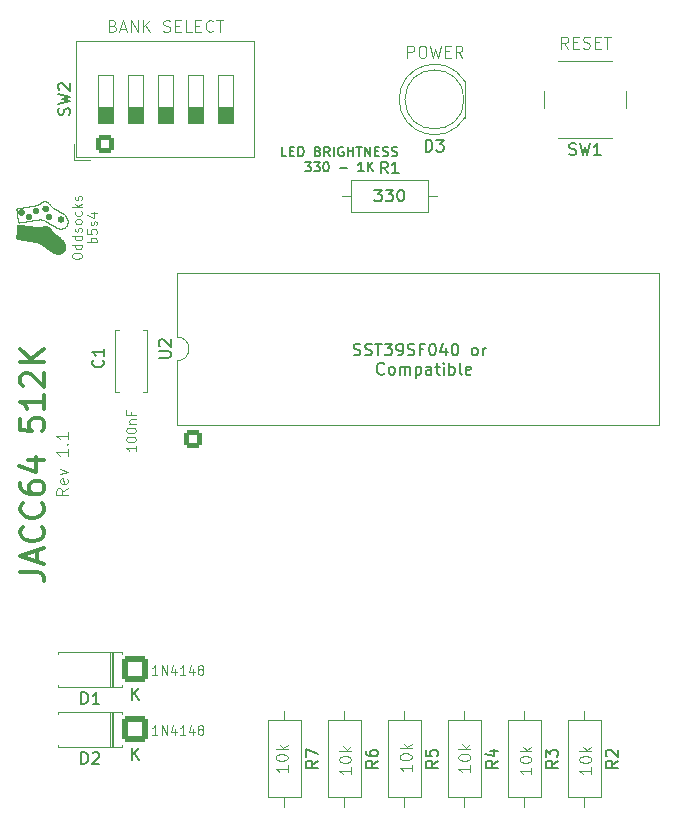
<source format=gto>
%TF.GenerationSoftware,KiCad,Pcbnew,9.0.5-1.fc42*%
%TF.CreationDate,2025-11-09T17:32:47+08:00*%
%TF.ProjectId,JACC64-512K,4a414343-3634-42d3-9531-324b2e6b6963,rev?*%
%TF.SameCoordinates,Original*%
%TF.FileFunction,Legend,Top*%
%TF.FilePolarity,Positive*%
%FSLAX46Y46*%
G04 Gerber Fmt 4.6, Leading zero omitted, Abs format (unit mm)*
G04 Created by KiCad (PCBNEW 9.0.5-1.fc42) date 2025-11-09 17:32:47*
%MOMM*%
%LPD*%
G01*
G04 APERTURE LIST*
G04 Aperture macros list*
%AMRoundRect*
0 Rectangle with rounded corners*
0 $1 Rounding radius*
0 $2 $3 $4 $5 $6 $7 $8 $9 X,Y pos of 4 corners*
0 Add a 4 corners polygon primitive as box body*
4,1,4,$2,$3,$4,$5,$6,$7,$8,$9,$2,$3,0*
0 Add four circle primitives for the rounded corners*
1,1,$1+$1,$2,$3*
1,1,$1+$1,$4,$5*
1,1,$1+$1,$6,$7*
1,1,$1+$1,$8,$9*
0 Add four rect primitives between the rounded corners*
20,1,$1+$1,$2,$3,$4,$5,0*
20,1,$1+$1,$4,$5,$6,$7,0*
20,1,$1+$1,$6,$7,$8,$9,0*
20,1,$1+$1,$8,$9,$2,$3,0*%
G04 Aperture macros list end*
%ADD10C,0.000000*%
%ADD11C,0.052916*%
%ADD12C,0.005291*%
%ADD13C,0.100000*%
%ADD14C,0.300000*%
%ADD15C,0.150000*%
%ADD16C,0.120000*%
%ADD17C,1.600000*%
%ADD18RoundRect,0.249999X0.850001X0.850001X-0.850001X0.850001X-0.850001X-0.850001X0.850001X-0.850001X0*%
%ADD19C,2.200000*%
%ADD20RoundRect,0.250000X0.550000X-0.550000X0.550000X0.550000X-0.550000X0.550000X-0.550000X-0.550000X0*%
%ADD21C,2.000000*%
%ADD22R,1.800000X1.800000*%
%ADD23C,1.800000*%
%ADD24R,1.524000X11.430000*%
G04 APERTURE END LIST*
D10*
G36*
X123595200Y-85318500D02*
G01*
X123609388Y-85319579D01*
X123623369Y-85321355D01*
X123637126Y-85323812D01*
X123650642Y-85326932D01*
X123663899Y-85330696D01*
X123676879Y-85335088D01*
X123689566Y-85340090D01*
X123701941Y-85345685D01*
X123713986Y-85351854D01*
X123725685Y-85358581D01*
X123737020Y-85365848D01*
X123747973Y-85373637D01*
X123758527Y-85381930D01*
X123768663Y-85390711D01*
X123778365Y-85399961D01*
X123787616Y-85409663D01*
X123796396Y-85419800D01*
X123804690Y-85430353D01*
X123812478Y-85441306D01*
X123819745Y-85452641D01*
X123826472Y-85464340D01*
X123832641Y-85476386D01*
X123838236Y-85488760D01*
X123843238Y-85501447D01*
X123847630Y-85514427D01*
X123851395Y-85527684D01*
X123854514Y-85541200D01*
X123856971Y-85554957D01*
X123858748Y-85568939D01*
X123859826Y-85583126D01*
X123860190Y-85597502D01*
X123859826Y-85611878D01*
X123858748Y-85626066D01*
X123856971Y-85640047D01*
X123854514Y-85653804D01*
X123851395Y-85667320D01*
X123847630Y-85680577D01*
X123843238Y-85693557D01*
X123838236Y-85706244D01*
X123832641Y-85718619D01*
X123826472Y-85730664D01*
X123819745Y-85742363D01*
X123812478Y-85753698D01*
X123804690Y-85764651D01*
X123796396Y-85775205D01*
X123787616Y-85785341D01*
X123778365Y-85795044D01*
X123768663Y-85804294D01*
X123758527Y-85813074D01*
X123747973Y-85821368D01*
X123737020Y-85829157D01*
X123725685Y-85836423D01*
X123713986Y-85843150D01*
X123701941Y-85849319D01*
X123689566Y-85854914D01*
X123676879Y-85859916D01*
X123663899Y-85864308D01*
X123650642Y-85868073D01*
X123637126Y-85871192D01*
X123623369Y-85873649D01*
X123609388Y-85875426D01*
X123595200Y-85876504D01*
X123580824Y-85876868D01*
X123566448Y-85876504D01*
X123552261Y-85875426D01*
X123538279Y-85873649D01*
X123524522Y-85871192D01*
X123511006Y-85868073D01*
X123497749Y-85864308D01*
X123484769Y-85859916D01*
X123472082Y-85854914D01*
X123459708Y-85849319D01*
X123447662Y-85843150D01*
X123435963Y-85836423D01*
X123424628Y-85829157D01*
X123413675Y-85821368D01*
X123403122Y-85813074D01*
X123392985Y-85804294D01*
X123383283Y-85795044D01*
X123374033Y-85785341D01*
X123365252Y-85775205D01*
X123356959Y-85764651D01*
X123349170Y-85753698D01*
X123341903Y-85742363D01*
X123335176Y-85730664D01*
X123329007Y-85718619D01*
X123323412Y-85706244D01*
X123318410Y-85693557D01*
X123314018Y-85680577D01*
X123310254Y-85667320D01*
X123307134Y-85653804D01*
X123304677Y-85640047D01*
X123302901Y-85626066D01*
X123301822Y-85611878D01*
X123301458Y-85597502D01*
X123301822Y-85583126D01*
X123302901Y-85568939D01*
X123304677Y-85554957D01*
X123307134Y-85541200D01*
X123310254Y-85527684D01*
X123314018Y-85514427D01*
X123318410Y-85501447D01*
X123323412Y-85488760D01*
X123329007Y-85476386D01*
X123335176Y-85464340D01*
X123341903Y-85452641D01*
X123349170Y-85441306D01*
X123356959Y-85430353D01*
X123365252Y-85419800D01*
X123374033Y-85409663D01*
X123383283Y-85399961D01*
X123392985Y-85390711D01*
X123403122Y-85381930D01*
X123413675Y-85373637D01*
X123424628Y-85365848D01*
X123435963Y-85358581D01*
X123447662Y-85351854D01*
X123459708Y-85345685D01*
X123472082Y-85340090D01*
X123484769Y-85335088D01*
X123497749Y-85330696D01*
X123511006Y-85326932D01*
X123524522Y-85323812D01*
X123538279Y-85321355D01*
X123552261Y-85319579D01*
X123566448Y-85318500D01*
X123580824Y-85318137D01*
X123595200Y-85318500D01*
G37*
G36*
X122467282Y-84806002D02*
G01*
X122481469Y-84807080D01*
X122495451Y-84808857D01*
X122509208Y-84811314D01*
X122522724Y-84814433D01*
X122535981Y-84818198D01*
X122548961Y-84822590D01*
X122561648Y-84827592D01*
X122574022Y-84833187D01*
X122586068Y-84839356D01*
X122597767Y-84846083D01*
X122609102Y-84853349D01*
X122620055Y-84861138D01*
X122630608Y-84869432D01*
X122640745Y-84878212D01*
X122650447Y-84887462D01*
X122659697Y-84897165D01*
X122668478Y-84907301D01*
X122676771Y-84917855D01*
X122684560Y-84928808D01*
X122691827Y-84940143D01*
X122698554Y-84951842D01*
X122704723Y-84963887D01*
X122710318Y-84976262D01*
X122715320Y-84988949D01*
X122719712Y-85001929D01*
X122723476Y-85015186D01*
X122726596Y-85028702D01*
X122729053Y-85042459D01*
X122730829Y-85056440D01*
X122731908Y-85070628D01*
X122732272Y-85085004D01*
X122731908Y-85099380D01*
X122730829Y-85113567D01*
X122729053Y-85127549D01*
X122726596Y-85141306D01*
X122723476Y-85154822D01*
X122719712Y-85168079D01*
X122715320Y-85181059D01*
X122710318Y-85193746D01*
X122704723Y-85206120D01*
X122698554Y-85218166D01*
X122691827Y-85229865D01*
X122684560Y-85241200D01*
X122676771Y-85252153D01*
X122668478Y-85262706D01*
X122659697Y-85272843D01*
X122650447Y-85282545D01*
X122640745Y-85291795D01*
X122630608Y-85300576D01*
X122620055Y-85308869D01*
X122609102Y-85316658D01*
X122597767Y-85323925D01*
X122586068Y-85330652D01*
X122574022Y-85336821D01*
X122561648Y-85342416D01*
X122548961Y-85347418D01*
X122535981Y-85351810D01*
X122522724Y-85355574D01*
X122509208Y-85358694D01*
X122495451Y-85361151D01*
X122481469Y-85362927D01*
X122467282Y-85364006D01*
X122452906Y-85364369D01*
X122438530Y-85364006D01*
X122424342Y-85362927D01*
X122410361Y-85361151D01*
X122396604Y-85358694D01*
X122383088Y-85355574D01*
X122369831Y-85351810D01*
X122356851Y-85347418D01*
X122344164Y-85342416D01*
X122331789Y-85336821D01*
X122319744Y-85330652D01*
X122308045Y-85323925D01*
X122296710Y-85316658D01*
X122285757Y-85308869D01*
X122275203Y-85300576D01*
X122265067Y-85291795D01*
X122255365Y-85282545D01*
X122246114Y-85272843D01*
X122237334Y-85262706D01*
X122229040Y-85252153D01*
X122221252Y-85241200D01*
X122213985Y-85229865D01*
X122207258Y-85218166D01*
X122201089Y-85206120D01*
X122195494Y-85193746D01*
X122190492Y-85181059D01*
X122186100Y-85168079D01*
X122182335Y-85154822D01*
X122179216Y-85141306D01*
X122176759Y-85127549D01*
X122174983Y-85113567D01*
X122173904Y-85099380D01*
X122173540Y-85085004D01*
X122173904Y-85070628D01*
X122174983Y-85056440D01*
X122176759Y-85042459D01*
X122179216Y-85028702D01*
X122182335Y-85015186D01*
X122186100Y-85001929D01*
X122190492Y-84988949D01*
X122195494Y-84976262D01*
X122201089Y-84963887D01*
X122207258Y-84951842D01*
X122213985Y-84940143D01*
X122221252Y-84928808D01*
X122229040Y-84917855D01*
X122237334Y-84907301D01*
X122246114Y-84897165D01*
X122255365Y-84887462D01*
X122265067Y-84878212D01*
X122275203Y-84869432D01*
X122285757Y-84861138D01*
X122296710Y-84853349D01*
X122308045Y-84846083D01*
X122319744Y-84839356D01*
X122331789Y-84833187D01*
X122344164Y-84827592D01*
X122356851Y-84822590D01*
X122369831Y-84818198D01*
X122383088Y-84814433D01*
X122396604Y-84811314D01*
X122410361Y-84808857D01*
X122424342Y-84807080D01*
X122438530Y-84806002D01*
X122452906Y-84805638D01*
X122467282Y-84806002D01*
G37*
D11*
X123233525Y-84269909D02*
X123270566Y-84269909D01*
X123275858Y-84275201D01*
X123297025Y-84275201D01*
X123302317Y-84280492D01*
X123318192Y-84280492D01*
X123323483Y-84285784D01*
X123334067Y-84285784D01*
X123339358Y-84291076D01*
X123349941Y-84291076D01*
X123355233Y-84296367D01*
X123360525Y-84296367D01*
X123365816Y-84301659D01*
X123376400Y-84301659D01*
X123381692Y-84306951D01*
X123386983Y-84306951D01*
X123392275Y-84312243D01*
X123397567Y-84312243D01*
X123402858Y-84317534D01*
X123408150Y-84317534D01*
X123413442Y-84322826D01*
X123418733Y-84322826D01*
X123424025Y-84328118D01*
X123429316Y-84328118D01*
X123439900Y-84338701D01*
X123445191Y-84338701D01*
X123455775Y-84349284D01*
X123461067Y-84349284D01*
X123471650Y-84359867D01*
X123476942Y-84359867D01*
X123492817Y-84375742D01*
X123498108Y-84375742D01*
X123598650Y-84476284D01*
X123598650Y-84481576D01*
X123619817Y-84502743D01*
X123619817Y-84508034D01*
X123640983Y-84529201D01*
X123640983Y-84534492D01*
X123656858Y-84550368D01*
X123656858Y-84555659D01*
X123672733Y-84571534D01*
X123672733Y-84576826D01*
X123683316Y-84587409D01*
X123683316Y-84592701D01*
X123715067Y-84624451D01*
X123715067Y-84629743D01*
X123730942Y-84645618D01*
X123730942Y-84650909D01*
X123820900Y-84740868D01*
X123826191Y-84740868D01*
X123852650Y-84767326D01*
X123857942Y-84767326D01*
X123884400Y-84793784D01*
X123889692Y-84793784D01*
X123910858Y-84814951D01*
X123916150Y-84814951D01*
X123932025Y-84830826D01*
X123937317Y-84830826D01*
X123953192Y-84846701D01*
X123958483Y-84846701D01*
X123974358Y-84862576D01*
X123979650Y-84862576D01*
X123990233Y-84873159D01*
X123995525Y-84873159D01*
X124006108Y-84883743D01*
X124011400Y-84883743D01*
X124021983Y-84894326D01*
X124027275Y-84894326D01*
X124032567Y-84899618D01*
X124037858Y-84899618D01*
X124048442Y-84910201D01*
X124053733Y-84910201D01*
X124059025Y-84915492D01*
X124064316Y-84915492D01*
X124069608Y-84920784D01*
X124074900Y-84920784D01*
X124085483Y-84931367D01*
X124090775Y-84931367D01*
X124096067Y-84936659D01*
X124101358Y-84936659D01*
X124111942Y-84947243D01*
X124117233Y-84947243D01*
X124122525Y-84952534D01*
X124127817Y-84952534D01*
X124133108Y-84957826D01*
X124138400Y-84957826D01*
X124148983Y-84968409D01*
X124154275Y-84968409D01*
X124159566Y-84973701D01*
X124164858Y-84973701D01*
X124170150Y-84978993D01*
X124175441Y-84978993D01*
X124180733Y-84984284D01*
X124186025Y-84984284D01*
X124191317Y-84989576D01*
X124196608Y-84989576D01*
X124207192Y-85000159D01*
X124212483Y-85000159D01*
X124217775Y-85005451D01*
X124223066Y-85005451D01*
X124228358Y-85010742D01*
X124233650Y-85010742D01*
X124238941Y-85016034D01*
X124244233Y-85016034D01*
X124254816Y-85026618D01*
X124260108Y-85026618D01*
X124265400Y-85031909D01*
X124270692Y-85031909D01*
X124275983Y-85037201D01*
X124281275Y-85037201D01*
X124286567Y-85042493D01*
X124291858Y-85042493D01*
X124297150Y-85047784D01*
X124302441Y-85047784D01*
X124313025Y-85058368D01*
X124318316Y-85058368D01*
X124323608Y-85063659D01*
X124328900Y-85063659D01*
X124334191Y-85068951D01*
X124339483Y-85068951D01*
X124344775Y-85074242D01*
X124350067Y-85074242D01*
X124355358Y-85079534D01*
X124360650Y-85079534D01*
X124365942Y-85084826D01*
X124371233Y-85084826D01*
X124381816Y-85095409D01*
X124387108Y-85095409D01*
X124392400Y-85100701D01*
X124397691Y-85100701D01*
X124402983Y-85105992D01*
X124408275Y-85105992D01*
X124413566Y-85111284D01*
X124418858Y-85111284D01*
X124424150Y-85116576D01*
X124429442Y-85116576D01*
X124434733Y-85121868D01*
X124440025Y-85121868D01*
X124450608Y-85132451D01*
X124461191Y-85132451D01*
X124471775Y-85143034D01*
X124477066Y-85143034D01*
X124482358Y-85148326D01*
X124487650Y-85148326D01*
X124492941Y-85153617D01*
X124498233Y-85153617D01*
X124503525Y-85158909D01*
X124508817Y-85158909D01*
X124514108Y-85164201D01*
X124519400Y-85164201D01*
X124524692Y-85169492D01*
X124529983Y-85169492D01*
X124535275Y-85174784D01*
X124540566Y-85174784D01*
X124545858Y-85180076D01*
X124551150Y-85180076D01*
X124561733Y-85190659D01*
X124567025Y-85190659D01*
X124572316Y-85195951D01*
X124577608Y-85195951D01*
X124582900Y-85201243D01*
X124588192Y-85201243D01*
X124593483Y-85206534D01*
X124598775Y-85206534D01*
X124604067Y-85211826D01*
X124609358Y-85211826D01*
X124619941Y-85222409D01*
X124625233Y-85222409D01*
X124630525Y-85227701D01*
X124635816Y-85227701D01*
X124641108Y-85232992D01*
X124646400Y-85232992D01*
X124656983Y-85243576D01*
X124662275Y-85243576D01*
X124667567Y-85248867D01*
X124672858Y-85248867D01*
X124683442Y-85259451D01*
X124688733Y-85259451D01*
X124699316Y-85270034D01*
X124704608Y-85270034D01*
X124709900Y-85275326D01*
X124715191Y-85275326D01*
X124725775Y-85285909D01*
X124731066Y-85285909D01*
X124741650Y-85296493D01*
X124746942Y-85296493D01*
X124762817Y-85312367D01*
X124768108Y-85312367D01*
X124783983Y-85328242D01*
X124789275Y-85328242D01*
X124810441Y-85349409D01*
X124815733Y-85349409D01*
X124884525Y-85418201D01*
X124884525Y-85423492D01*
X124926858Y-85465826D01*
X124926858Y-85471117D01*
X124948025Y-85492284D01*
X124948025Y-85497576D01*
X124963900Y-85513451D01*
X124963900Y-85518743D01*
X124979775Y-85534618D01*
X124979775Y-85539909D01*
X124995650Y-85555784D01*
X124995650Y-85561076D01*
X125006233Y-85571659D01*
X125006233Y-85576951D01*
X125016816Y-85587534D01*
X125016816Y-85592826D01*
X125027400Y-85603409D01*
X125027400Y-85608701D01*
X125037983Y-85619284D01*
X125037983Y-85624576D01*
X125048566Y-85635159D01*
X125048566Y-85640451D01*
X125053858Y-85645742D01*
X125053858Y-85651034D01*
X125059150Y-85656326D01*
X125059150Y-85661617D01*
X125064442Y-85666909D01*
X125064442Y-85672201D01*
X125069733Y-85677493D01*
X125069733Y-85682784D01*
X125075025Y-85688076D01*
X125075025Y-85693368D01*
X125080317Y-85698659D01*
X125080317Y-85703951D01*
X125085608Y-85709242D01*
X125085608Y-85714534D01*
X125090900Y-85719826D01*
X125090900Y-85730409D01*
X125096191Y-85735701D01*
X125096191Y-85740992D01*
X125101483Y-85746284D01*
X125101483Y-85756868D01*
X125106775Y-85762159D01*
X125106775Y-85772743D01*
X125112066Y-85778034D01*
X125112066Y-85788617D01*
X125117358Y-85793909D01*
X125117358Y-85809784D01*
X125122650Y-85815076D01*
X125122650Y-85830951D01*
X125127941Y-85836243D01*
X125127941Y-85852118D01*
X125133233Y-85857409D01*
X125133233Y-85878576D01*
X125138525Y-85883867D01*
X125138525Y-85915618D01*
X125143817Y-85920909D01*
X125143817Y-85979117D01*
X125149108Y-85984409D01*
X125149108Y-86021451D01*
X125143817Y-86026742D01*
X125143817Y-86084951D01*
X125138525Y-86090243D01*
X125138525Y-86111409D01*
X125133233Y-86116701D01*
X125133233Y-86137867D01*
X125127941Y-86143159D01*
X125127941Y-86159034D01*
X125122650Y-86164326D01*
X125122650Y-86174909D01*
X125117358Y-86180201D01*
X125117358Y-86190784D01*
X125112066Y-86196076D01*
X125112066Y-86206659D01*
X125106775Y-86211951D01*
X125106775Y-86217243D01*
X125101483Y-86222534D01*
X125101483Y-86227826D01*
X125096191Y-86233117D01*
X125096191Y-86238409D01*
X125090900Y-86243701D01*
X125090900Y-86248992D01*
X125085608Y-86254284D01*
X125085608Y-86259576D01*
X125080317Y-86264867D01*
X125080317Y-86270159D01*
X125075025Y-86275451D01*
X125075025Y-86280742D01*
X125069733Y-86286034D01*
X125069733Y-86291326D01*
X125064442Y-86296618D01*
X125064442Y-86301909D01*
X125053858Y-86312492D01*
X125053858Y-86317784D01*
X125043275Y-86328367D01*
X125043275Y-86333659D01*
X125032691Y-86344242D01*
X125032691Y-86349534D01*
X125016816Y-86365409D01*
X125016816Y-86370701D01*
X124995650Y-86391867D01*
X124995650Y-86397159D01*
X124953316Y-86439492D01*
X124948025Y-86439492D01*
X124921567Y-86465951D01*
X124916275Y-86465951D01*
X124900400Y-86481826D01*
X124895108Y-86481826D01*
X124884525Y-86492409D01*
X124879233Y-86492409D01*
X124868650Y-86502992D01*
X124863358Y-86502992D01*
X124858066Y-86508284D01*
X124852775Y-86508284D01*
X124847483Y-86513576D01*
X124842192Y-86513576D01*
X124836900Y-86518867D01*
X124831608Y-86518867D01*
X124826317Y-86524159D01*
X124821025Y-86524159D01*
X124815733Y-86529451D01*
X124810441Y-86529451D01*
X124805150Y-86534742D01*
X124799858Y-86534742D01*
X124794566Y-86540034D01*
X124783983Y-86540034D01*
X124778691Y-86545326D01*
X124773400Y-86545326D01*
X124768108Y-86550617D01*
X124757525Y-86550617D01*
X124752233Y-86555909D01*
X124741650Y-86555909D01*
X124736358Y-86561201D01*
X124720483Y-86561201D01*
X124715191Y-86566492D01*
X124699316Y-86566492D01*
X124694025Y-86571784D01*
X124672858Y-86571784D01*
X124667567Y-86577076D01*
X124635816Y-86577076D01*
X124630525Y-86582367D01*
X124503525Y-86582367D01*
X124498233Y-86577076D01*
X124466483Y-86577076D01*
X124461191Y-86571784D01*
X124440025Y-86571784D01*
X124434733Y-86566492D01*
X124418858Y-86566492D01*
X124413566Y-86561201D01*
X124397691Y-86561201D01*
X124392400Y-86555909D01*
X124381816Y-86555909D01*
X124376525Y-86550617D01*
X124360650Y-86550617D01*
X124355358Y-86545326D01*
X124350067Y-86545326D01*
X124344775Y-86540034D01*
X124334191Y-86540034D01*
X124328900Y-86534742D01*
X124318316Y-86534742D01*
X124313025Y-86529451D01*
X124302441Y-86529451D01*
X124297150Y-86524159D01*
X124286567Y-86524159D01*
X124281275Y-86518867D01*
X124275983Y-86518867D01*
X124270692Y-86513576D01*
X124265400Y-86513576D01*
X124260108Y-86508284D01*
X124249525Y-86508284D01*
X124244233Y-86502992D01*
X124238941Y-86502992D01*
X124233650Y-86497701D01*
X124228358Y-86497701D01*
X124223066Y-86492409D01*
X124217775Y-86492409D01*
X124212483Y-86487117D01*
X124201900Y-86487117D01*
X124196608Y-86481826D01*
X124191317Y-86481826D01*
X124186025Y-86476534D01*
X124180733Y-86476534D01*
X124175441Y-86471242D01*
X124170150Y-86471242D01*
X124164858Y-86465951D01*
X124159566Y-86465951D01*
X124148983Y-86455368D01*
X124143691Y-86455368D01*
X124138400Y-86450076D01*
X124133108Y-86450076D01*
X124127817Y-86444784D01*
X124122525Y-86444784D01*
X124117233Y-86439492D01*
X124111942Y-86439492D01*
X124106650Y-86434201D01*
X124101358Y-86434201D01*
X124096067Y-86428909D01*
X124090775Y-86428909D01*
X124085483Y-86423617D01*
X124080191Y-86423617D01*
X124074900Y-86418326D01*
X124069608Y-86418326D01*
X124059025Y-86407742D01*
X124048442Y-86407742D01*
X124037858Y-86397159D01*
X124032567Y-86397159D01*
X124027275Y-86391867D01*
X124021983Y-86391867D01*
X124016692Y-86386576D01*
X124011400Y-86386576D01*
X124000816Y-86375993D01*
X123995525Y-86375993D01*
X123990233Y-86370701D01*
X123984941Y-86370701D01*
X123979650Y-86365409D01*
X123974358Y-86365409D01*
X123969067Y-86360117D01*
X123963775Y-86360117D01*
X123953192Y-86349534D01*
X123947900Y-86349534D01*
X123937317Y-86338951D01*
X123932025Y-86338951D01*
X123926733Y-86333659D01*
X123921441Y-86333659D01*
X123910858Y-86323076D01*
X123905566Y-86323076D01*
X123900275Y-86317784D01*
X123894983Y-86317784D01*
X123884400Y-86307201D01*
X123879108Y-86307201D01*
X123873817Y-86301909D01*
X123868525Y-86301909D01*
X123857942Y-86291326D01*
X123852650Y-86291326D01*
X123847358Y-86286034D01*
X123842066Y-86286034D01*
X123836775Y-86280742D01*
X123831483Y-86280742D01*
X123820900Y-86270159D01*
X123815608Y-86270159D01*
X123810317Y-86264867D01*
X123805025Y-86264867D01*
X123794442Y-86254284D01*
X123789150Y-86254284D01*
X123783858Y-86248992D01*
X123778567Y-86248992D01*
X123767983Y-86238409D01*
X123762691Y-86238409D01*
X123757400Y-86233117D01*
X123752108Y-86233117D01*
X123741525Y-86222534D01*
X123736233Y-86222534D01*
X123730942Y-86217243D01*
X123725650Y-86217243D01*
X123715067Y-86206659D01*
X123709775Y-86206659D01*
X123704483Y-86201367D01*
X123699192Y-86201367D01*
X123693900Y-86196076D01*
X123688608Y-86196076D01*
X123678025Y-86185492D01*
X123672733Y-86185492D01*
X123662150Y-86174909D01*
X123656858Y-86174909D01*
X123646275Y-86164326D01*
X123635692Y-86164326D01*
X123625108Y-86153743D01*
X123619817Y-86153743D01*
X123614525Y-86148451D01*
X123609233Y-86148451D01*
X123598650Y-86137867D01*
X123593358Y-86137867D01*
X123588066Y-86132576D01*
X123582775Y-86132576D01*
X123577483Y-86127284D01*
X123572192Y-86127284D01*
X123566900Y-86121992D01*
X123561608Y-86121992D01*
X123551025Y-86111409D01*
X123545733Y-86111409D01*
X123540442Y-86106117D01*
X123535150Y-86106117D01*
X123529858Y-86100826D01*
X123524566Y-86100826D01*
X123513983Y-86090243D01*
X123508691Y-86090243D01*
X123503400Y-86084951D01*
X123498108Y-86084951D01*
X123492817Y-86079659D01*
X123487525Y-86079659D01*
X123476942Y-86069076D01*
X123471650Y-86069076D01*
X123466358Y-86063784D01*
X123461067Y-86063784D01*
X123455775Y-86058492D01*
X123450483Y-86058492D01*
X123439900Y-86047909D01*
X123434608Y-86047909D01*
X123429316Y-86042617D01*
X123424025Y-86042617D01*
X123418733Y-86037326D01*
X123413442Y-86037326D01*
X123402858Y-86026742D01*
X123397567Y-86026742D01*
X123392275Y-86021451D01*
X123386983Y-86021451D01*
X123381692Y-86016159D01*
X123376400Y-86016159D01*
X123365816Y-86005576D01*
X123360525Y-86005576D01*
X123355233Y-86000284D01*
X123349941Y-86000284D01*
X123339358Y-85989701D01*
X123334067Y-85989701D01*
X123328775Y-85984409D01*
X123323483Y-85984409D01*
X123318192Y-85979117D01*
X123312900Y-85979117D01*
X123302317Y-85968534D01*
X123297025Y-85968534D01*
X123291733Y-85963242D01*
X123286441Y-85963242D01*
X123275858Y-85952659D01*
X123270566Y-85952659D01*
X123259983Y-85942076D01*
X123254692Y-85942076D01*
X123249400Y-85936784D01*
X123244108Y-85936784D01*
X123233525Y-85926201D01*
X123228233Y-85926201D01*
X123222942Y-85920909D01*
X123217650Y-85920909D01*
X123207066Y-85910326D01*
X123201775Y-85910326D01*
X123196483Y-85905034D01*
X123191191Y-85905034D01*
X123175317Y-85889159D01*
X123164733Y-85889159D01*
X123159442Y-85883867D01*
X123154150Y-85883867D01*
X123143567Y-85873284D01*
X123138275Y-85873284D01*
X123132983Y-85867992D01*
X123127691Y-85867992D01*
X123122400Y-85862701D01*
X123111816Y-85862701D01*
X123106525Y-85857409D01*
X123095942Y-85857409D01*
X123090650Y-85852118D01*
X123080067Y-85852118D01*
X123074775Y-85846826D01*
X123064192Y-85846826D01*
X123058900Y-85841534D01*
X123048316Y-85841534D01*
X123043025Y-85836243D01*
X123032442Y-85836243D01*
X123027150Y-85830951D01*
X123011275Y-85830951D01*
X123005983Y-85825659D01*
X122990108Y-85825659D01*
X122984816Y-85820367D01*
X122968942Y-85820367D01*
X122963650Y-85815076D01*
X122942483Y-85815076D01*
X122937192Y-85809784D01*
X122910733Y-85809784D01*
X122905441Y-85804492D01*
X122863108Y-85804492D01*
X122857817Y-85799201D01*
X122751983Y-85799201D01*
X122746691Y-85804492D01*
X122688483Y-85804492D01*
X122683192Y-85809784D01*
X122646150Y-85809784D01*
X122640858Y-85815076D01*
X122635567Y-85809784D01*
X122630275Y-85815076D01*
X122582650Y-85815076D01*
X122577358Y-85820367D01*
X122572067Y-85820367D01*
X122566775Y-85815076D01*
X122561483Y-85820367D01*
X122503275Y-85820367D01*
X122497983Y-85825659D01*
X122455650Y-85825659D01*
X122450358Y-85830951D01*
X122423900Y-85830951D01*
X122418608Y-85836243D01*
X122392150Y-85836243D01*
X122386858Y-85841534D01*
X122365692Y-85841534D01*
X122360400Y-85846826D01*
X122339233Y-85846826D01*
X122333942Y-85852118D01*
X122312775Y-85852118D01*
X122307483Y-85857409D01*
X122281025Y-85857409D01*
X122275733Y-85862701D01*
X122249275Y-85862701D01*
X122243983Y-85867992D01*
X122217525Y-85867992D01*
X122212233Y-85873284D01*
X122191067Y-85873284D01*
X122185775Y-85878576D01*
X122164608Y-85878576D01*
X122159317Y-85883867D01*
X122132858Y-85883867D01*
X122127567Y-85889159D01*
X122106400Y-85889159D01*
X122101108Y-85894451D01*
X122074650Y-85894451D01*
X122069358Y-85899742D01*
X122037608Y-85899742D01*
X122032317Y-85905034D01*
X122005858Y-85905034D01*
X122000567Y-85910326D01*
X121968817Y-85910326D01*
X121963525Y-85915618D01*
X121942358Y-85915618D01*
X121937067Y-85920909D01*
X121915900Y-85920909D01*
X121910608Y-85926201D01*
X121884150Y-85926201D01*
X121878858Y-85931493D01*
X121857692Y-85931493D01*
X121852400Y-85936784D01*
X121825942Y-85936784D01*
X121820650Y-85942076D01*
X121799483Y-85942076D01*
X121794192Y-85947367D01*
X121767733Y-85947367D01*
X121762442Y-85952659D01*
X121735983Y-85952659D01*
X121730692Y-85957951D01*
X121709525Y-85957951D01*
X121704233Y-85963242D01*
X121677775Y-85963242D01*
X121672483Y-85968534D01*
X121646025Y-85968534D01*
X121640733Y-85973826D01*
X121614275Y-85973826D01*
X121608983Y-85979117D01*
X121582525Y-85979117D01*
X121577233Y-85984409D01*
X121550775Y-85984409D01*
X121545483Y-85989701D01*
X121513733Y-85989701D01*
X121508442Y-85994993D01*
X121476692Y-85994993D01*
X121471400Y-86000284D01*
X121423775Y-86000284D01*
X121418483Y-86005576D01*
X121392025Y-86005576D01*
X121386733Y-86010868D01*
X121360275Y-86010868D01*
X121354983Y-86016159D01*
X121328525Y-86016159D01*
X121323233Y-86021451D01*
X121296775Y-86021451D01*
X121291483Y-86026742D01*
X121265025Y-86026742D01*
X121259733Y-86032034D01*
X121233275Y-86032034D01*
X121227983Y-86037326D01*
X121201525Y-86037326D01*
X121196233Y-86042617D01*
X121169775Y-86042617D01*
X121164483Y-86047909D01*
X121138025Y-86047909D01*
X121132733Y-86053201D01*
X121100983Y-86053201D01*
X121095692Y-86058492D01*
X121069233Y-86058492D01*
X121063942Y-86063784D01*
X121037483Y-86063784D01*
X121032192Y-86069076D01*
X121000442Y-86069076D01*
X120995150Y-86063784D01*
X120989858Y-86063784D01*
X120984567Y-86058492D01*
X120979275Y-86058492D01*
X120963400Y-86042617D01*
X120963400Y-86037326D01*
X120958108Y-86032034D01*
X120958108Y-86026742D01*
X120952817Y-86021451D01*
X120952817Y-86005576D01*
X120947525Y-86000284D01*
X120947525Y-85968534D01*
X120942233Y-85963242D01*
X120942233Y-85931493D01*
X120936942Y-85926201D01*
X120936942Y-85894451D01*
X120931650Y-85889159D01*
X120931650Y-85852118D01*
X120926358Y-85846826D01*
X120926358Y-85815076D01*
X120921067Y-85809784D01*
X120921067Y-85778034D01*
X120915775Y-85772743D01*
X120915775Y-85735701D01*
X120910483Y-85730409D01*
X120910483Y-85693368D01*
X120905192Y-85688076D01*
X120905192Y-85656326D01*
X120899900Y-85651034D01*
X120899900Y-85608701D01*
X120894608Y-85603409D01*
X120894608Y-85571659D01*
X120889317Y-85566367D01*
X120889317Y-85529326D01*
X120884025Y-85524034D01*
X120884025Y-85486992D01*
X120878733Y-85481701D01*
X120878733Y-85449951D01*
X120873442Y-85444659D01*
X120873442Y-85412909D01*
X120868150Y-85407617D01*
X120868150Y-85370576D01*
X120862858Y-85365284D01*
X120862858Y-85333534D01*
X120857567Y-85328242D01*
X120857567Y-85291201D01*
X120852275Y-85285909D01*
X120852275Y-85254159D01*
X120846983Y-85248867D01*
X120846983Y-85217118D01*
X120841692Y-85211826D01*
X120841692Y-85180076D01*
X120836400Y-85174784D01*
X120836400Y-85143034D01*
X120831108Y-85137743D01*
X120831108Y-85095409D01*
X120825817Y-85090117D01*
X120825817Y-85053076D01*
X120820525Y-85047784D01*
X120820525Y-85010742D01*
X120815233Y-85005451D01*
X120815233Y-84968409D01*
X120809942Y-84963118D01*
X120809942Y-84920784D01*
X120815233Y-84915492D01*
X120815233Y-84904909D01*
X120820525Y-84899618D01*
X120820525Y-84894326D01*
X120841692Y-84873159D01*
X120852275Y-84873159D01*
X120857567Y-84867868D01*
X120868150Y-84867868D01*
X120873442Y-84862576D01*
X120905192Y-84862576D01*
X120910483Y-84857284D01*
X120936942Y-84857284D01*
X120942233Y-84851992D01*
X120973983Y-84851992D01*
X120979275Y-84846701D01*
X121005733Y-84846701D01*
X121011025Y-84841409D01*
X121037483Y-84841409D01*
X121042775Y-84836117D01*
X121069233Y-84836117D01*
X121074525Y-84830826D01*
X121106275Y-84830826D01*
X121111567Y-84825534D01*
X121138025Y-84825534D01*
X121143317Y-84820243D01*
X121175067Y-84820243D01*
X121180358Y-84814951D01*
X121206817Y-84814951D01*
X121212108Y-84809659D01*
X121238567Y-84809659D01*
X121243858Y-84804368D01*
X121270317Y-84804368D01*
X121275608Y-84799076D01*
X121302067Y-84799076D01*
X121307358Y-84793784D01*
X121333817Y-84793784D01*
X121339108Y-84788493D01*
X121365567Y-84788493D01*
X121370858Y-84783201D01*
X121402608Y-84783201D01*
X121407900Y-84777909D01*
X121434358Y-84777909D01*
X121439650Y-84772617D01*
X121476692Y-84772617D01*
X121481983Y-84767326D01*
X121513733Y-84767326D01*
X121519025Y-84762034D01*
X121550775Y-84762034D01*
X121556067Y-84756742D01*
X121582525Y-84756742D01*
X121587817Y-84751451D01*
X121614275Y-84751451D01*
X121619567Y-84746159D01*
X121651317Y-84746159D01*
X121656608Y-84740868D01*
X121688358Y-84740868D01*
X121693650Y-84735576D01*
X121720108Y-84735576D01*
X121725400Y-84730284D01*
X121746567Y-84730284D01*
X121751858Y-84724993D01*
X121773025Y-84724993D01*
X121778317Y-84719701D01*
X121804775Y-84719701D01*
X121810067Y-84714409D01*
X121836525Y-84714409D01*
X121841817Y-84709118D01*
X121868275Y-84709118D01*
X121873567Y-84703826D01*
X121905317Y-84703826D01*
X121910608Y-84698534D01*
X121942358Y-84698534D01*
X121947650Y-84693242D01*
X121968817Y-84693242D01*
X121974108Y-84687951D01*
X122005858Y-84687951D01*
X122011150Y-84682659D01*
X122048192Y-84682659D01*
X122053483Y-84677367D01*
X122079942Y-84677367D01*
X122085233Y-84672076D01*
X122122275Y-84672076D01*
X122127567Y-84666784D01*
X122159317Y-84666784D01*
X122164608Y-84661493D01*
X122196358Y-84661493D01*
X122201650Y-84656201D01*
X122233400Y-84656201D01*
X122238692Y-84650909D01*
X122265150Y-84650909D01*
X122270442Y-84645618D01*
X122291608Y-84645618D01*
X122296900Y-84640326D01*
X122318067Y-84640326D01*
X122323358Y-84635034D01*
X122339233Y-84635034D01*
X122344525Y-84629743D01*
X122360400Y-84629743D01*
X122365692Y-84624451D01*
X122381567Y-84624451D01*
X122386858Y-84619159D01*
X122402733Y-84619159D01*
X122408025Y-84613867D01*
X122429192Y-84613867D01*
X122434483Y-84608576D01*
X122450358Y-84608576D01*
X122455650Y-84603284D01*
X122471525Y-84603284D01*
X122476817Y-84597992D01*
X122492692Y-84597992D01*
X122497983Y-84592701D01*
X122519150Y-84592701D01*
X122524442Y-84587409D01*
X122540317Y-84587409D01*
X122545608Y-84582118D01*
X122556192Y-84582118D01*
X122561483Y-84576826D01*
X122572067Y-84576826D01*
X122577358Y-84571534D01*
X122582650Y-84571534D01*
X122587942Y-84566243D01*
X122593233Y-84571534D01*
X122603817Y-84560951D01*
X122609108Y-84560951D01*
X122614400Y-84555659D01*
X122624983Y-84555659D01*
X122630275Y-84550368D01*
X122635567Y-84550368D01*
X122640858Y-84545076D01*
X122646150Y-84545076D01*
X122651442Y-84539784D01*
X122656733Y-84539784D01*
X122662025Y-84534492D01*
X122672608Y-84534492D01*
X122677900Y-84529201D01*
X122683192Y-84529201D01*
X122688483Y-84523909D01*
X122693775Y-84523909D01*
X122699067Y-84518617D01*
X122704358Y-84518617D01*
X122709650Y-84513326D01*
X122714942Y-84513326D01*
X122725525Y-84502743D01*
X122730817Y-84502743D01*
X122741400Y-84492159D01*
X122746691Y-84492159D01*
X122757275Y-84481576D01*
X122762567Y-84481576D01*
X122773150Y-84470993D01*
X122778442Y-84470993D01*
X122794317Y-84455117D01*
X122799608Y-84455117D01*
X122810192Y-84444534D01*
X122815483Y-84444534D01*
X122831358Y-84428659D01*
X122836650Y-84428659D01*
X122847233Y-84418076D01*
X122852525Y-84418076D01*
X122863108Y-84407493D01*
X122868400Y-84407493D01*
X122884275Y-84391618D01*
X122889567Y-84391618D01*
X122900150Y-84381034D01*
X122905441Y-84381034D01*
X122921317Y-84365159D01*
X122926608Y-84365159D01*
X122937192Y-84354576D01*
X122942483Y-84354576D01*
X122953067Y-84343993D01*
X122958358Y-84343993D01*
X122968942Y-84333409D01*
X122974233Y-84333409D01*
X122979525Y-84328118D01*
X122984816Y-84328118D01*
X122990108Y-84322826D01*
X122995400Y-84322826D01*
X123005983Y-84312243D01*
X123016567Y-84312243D01*
X123021858Y-84306951D01*
X123027150Y-84306951D01*
X123032442Y-84301659D01*
X123037733Y-84301659D01*
X123043025Y-84296367D01*
X123048316Y-84296367D01*
X123053608Y-84291076D01*
X123064192Y-84291076D01*
X123069483Y-84285784D01*
X123080067Y-84285784D01*
X123085358Y-84280492D01*
X123101233Y-84280492D01*
X123106525Y-84275201D01*
X123122400Y-84275201D01*
X123127691Y-84269909D01*
X123164733Y-84269909D01*
X123170025Y-84264618D01*
X123228233Y-84264618D01*
X123233525Y-84269909D01*
D10*
G36*
X121899183Y-85325997D02*
G01*
X121913370Y-85327076D01*
X121927351Y-85328852D01*
X121941109Y-85331309D01*
X121954625Y-85334428D01*
X121967882Y-85338193D01*
X121980862Y-85342585D01*
X121993549Y-85347587D01*
X122005923Y-85353182D01*
X122017969Y-85359351D01*
X122029668Y-85366078D01*
X122041003Y-85373344D01*
X122051956Y-85381133D01*
X122062509Y-85389427D01*
X122072646Y-85398207D01*
X122082348Y-85407457D01*
X122091598Y-85417160D01*
X122100379Y-85427296D01*
X122108672Y-85437850D01*
X122116461Y-85448803D01*
X122123728Y-85460138D01*
X122130455Y-85471837D01*
X122136624Y-85483882D01*
X122142219Y-85496257D01*
X122147221Y-85508944D01*
X122151613Y-85521924D01*
X122155377Y-85535181D01*
X122158497Y-85548697D01*
X122160954Y-85562454D01*
X122162730Y-85576435D01*
X122163809Y-85590623D01*
X122164173Y-85604999D01*
X122163809Y-85619375D01*
X122162730Y-85633562D01*
X122160954Y-85647543D01*
X122158497Y-85661301D01*
X122155377Y-85674817D01*
X122151613Y-85688074D01*
X122147221Y-85701054D01*
X122142219Y-85713741D01*
X122136624Y-85726115D01*
X122130455Y-85738161D01*
X122123728Y-85749860D01*
X122116461Y-85761195D01*
X122108672Y-85772148D01*
X122100379Y-85782701D01*
X122091598Y-85792838D01*
X122082348Y-85802540D01*
X122072646Y-85811790D01*
X122062509Y-85820571D01*
X122051956Y-85828864D01*
X122041003Y-85836653D01*
X122029668Y-85843920D01*
X122017969Y-85850647D01*
X122005923Y-85856816D01*
X121993549Y-85862411D01*
X121980862Y-85867413D01*
X121967882Y-85871805D01*
X121954625Y-85875569D01*
X121941109Y-85878689D01*
X121927351Y-85881146D01*
X121913370Y-85882922D01*
X121899183Y-85884001D01*
X121884807Y-85884365D01*
X121870431Y-85884001D01*
X121856243Y-85882922D01*
X121842262Y-85881146D01*
X121828505Y-85878689D01*
X121814989Y-85875569D01*
X121801732Y-85871805D01*
X121788752Y-85867413D01*
X121776065Y-85862411D01*
X121763690Y-85856816D01*
X121751645Y-85850647D01*
X121739946Y-85843920D01*
X121728611Y-85836653D01*
X121717658Y-85828864D01*
X121707104Y-85820571D01*
X121696968Y-85811790D01*
X121687266Y-85802540D01*
X121678015Y-85792838D01*
X121669235Y-85782701D01*
X121660941Y-85772148D01*
X121653152Y-85761195D01*
X121645886Y-85749860D01*
X121639159Y-85738161D01*
X121632990Y-85726115D01*
X121627395Y-85713741D01*
X121622393Y-85701054D01*
X121618001Y-85688074D01*
X121614236Y-85674817D01*
X121611117Y-85661301D01*
X121608660Y-85647543D01*
X121606884Y-85633562D01*
X121605805Y-85619375D01*
X121605441Y-85604999D01*
X121605805Y-85590623D01*
X121606884Y-85576435D01*
X121608660Y-85562454D01*
X121611117Y-85548697D01*
X121614236Y-85535181D01*
X121618001Y-85521924D01*
X121622393Y-85508944D01*
X121627395Y-85496257D01*
X121632990Y-85483882D01*
X121639159Y-85471837D01*
X121645886Y-85460138D01*
X121653152Y-85448803D01*
X121660941Y-85437850D01*
X121669235Y-85427296D01*
X121678015Y-85417160D01*
X121687266Y-85407457D01*
X121696968Y-85398207D01*
X121707104Y-85389427D01*
X121717658Y-85381133D01*
X121728611Y-85373344D01*
X121739946Y-85366078D01*
X121751645Y-85359351D01*
X121763690Y-85353182D01*
X121776065Y-85347587D01*
X121788752Y-85342585D01*
X121801732Y-85338193D01*
X121814989Y-85334428D01*
X121828505Y-85331309D01*
X121842262Y-85328852D01*
X121856243Y-85327076D01*
X121870431Y-85325997D01*
X121884807Y-85325633D01*
X121899183Y-85325997D01*
G37*
G36*
X121251611Y-84932105D02*
G01*
X121265798Y-84933184D01*
X121279779Y-84934961D01*
X121293537Y-84937418D01*
X121307052Y-84940537D01*
X121320309Y-84944302D01*
X121333290Y-84948694D01*
X121345976Y-84953696D01*
X121358351Y-84959290D01*
X121370397Y-84965460D01*
X121382096Y-84972187D01*
X121393431Y-84979453D01*
X121404384Y-84987242D01*
X121414937Y-84995535D01*
X121425074Y-85004316D01*
X121434776Y-85013566D01*
X121444026Y-85023268D01*
X121452807Y-85033405D01*
X121461100Y-85043959D01*
X121468889Y-85054912D01*
X121476156Y-85066246D01*
X121482882Y-85077945D01*
X121489052Y-85089991D01*
X121494646Y-85102366D01*
X121499648Y-85115052D01*
X121504041Y-85128033D01*
X121507805Y-85141290D01*
X121510925Y-85154806D01*
X121513381Y-85168563D01*
X121515158Y-85182544D01*
X121516237Y-85196731D01*
X121516600Y-85211107D01*
X121516237Y-85225484D01*
X121515158Y-85239671D01*
X121513381Y-85253652D01*
X121510925Y-85267409D01*
X121507805Y-85280925D01*
X121504041Y-85294182D01*
X121499648Y-85307163D01*
X121494646Y-85319849D01*
X121489052Y-85332224D01*
X121482882Y-85344270D01*
X121476156Y-85355969D01*
X121468889Y-85367304D01*
X121461100Y-85378256D01*
X121452807Y-85388810D01*
X121444026Y-85398947D01*
X121434776Y-85408649D01*
X121425074Y-85417899D01*
X121414937Y-85426680D01*
X121404384Y-85434973D01*
X121393431Y-85442762D01*
X121382096Y-85450029D01*
X121370397Y-85456755D01*
X121358351Y-85462925D01*
X121345976Y-85468519D01*
X121333290Y-85473521D01*
X121320309Y-85477914D01*
X121307052Y-85481678D01*
X121293537Y-85484798D01*
X121279779Y-85487254D01*
X121265798Y-85489031D01*
X121251611Y-85490110D01*
X121237235Y-85490473D01*
X121222858Y-85490110D01*
X121208671Y-85489031D01*
X121194690Y-85487254D01*
X121180933Y-85484798D01*
X121167417Y-85481678D01*
X121154160Y-85477914D01*
X121141179Y-85473521D01*
X121128493Y-85468519D01*
X121116118Y-85462925D01*
X121104072Y-85456755D01*
X121092373Y-85450029D01*
X121081039Y-85442762D01*
X121070086Y-85434973D01*
X121059532Y-85426680D01*
X121049395Y-85417899D01*
X121039693Y-85408649D01*
X121030443Y-85398947D01*
X121021662Y-85388810D01*
X121013369Y-85378256D01*
X121005580Y-85367304D01*
X120998314Y-85355969D01*
X120991587Y-85344270D01*
X120985417Y-85332224D01*
X120979823Y-85319849D01*
X120974821Y-85307163D01*
X120970429Y-85294182D01*
X120966664Y-85280925D01*
X120963545Y-85267409D01*
X120961088Y-85253652D01*
X120959311Y-85239671D01*
X120958232Y-85225484D01*
X120957869Y-85211107D01*
X120958232Y-85196731D01*
X120959311Y-85182544D01*
X120961088Y-85168563D01*
X120963545Y-85154806D01*
X120966664Y-85141290D01*
X120970429Y-85128033D01*
X120974821Y-85115052D01*
X120979823Y-85102366D01*
X120985417Y-85089991D01*
X120991587Y-85077945D01*
X120998314Y-85066246D01*
X121005580Y-85054912D01*
X121013369Y-85043959D01*
X121021662Y-85033405D01*
X121030443Y-85023268D01*
X121039693Y-85013566D01*
X121049395Y-85004316D01*
X121059532Y-84995535D01*
X121070086Y-84987242D01*
X121081039Y-84979453D01*
X121092373Y-84972187D01*
X121104072Y-84965460D01*
X121116118Y-84959290D01*
X121128493Y-84953696D01*
X121141179Y-84948694D01*
X121154160Y-84944302D01*
X121167417Y-84940537D01*
X121180933Y-84937418D01*
X121194690Y-84934961D01*
X121208671Y-84933184D01*
X121222858Y-84932105D01*
X121237235Y-84931742D01*
X121251611Y-84932105D01*
G37*
D12*
X121016317Y-86254284D02*
X121048067Y-86254284D01*
X121053358Y-86259576D01*
X121085108Y-86259576D01*
X121090400Y-86264867D01*
X121122150Y-86264867D01*
X121127442Y-86270159D01*
X121159192Y-86270159D01*
X121164483Y-86275451D01*
X121196233Y-86275451D01*
X121201525Y-86280742D01*
X121233275Y-86280742D01*
X121238567Y-86286034D01*
X121270317Y-86286034D01*
X121275608Y-86291326D01*
X121307358Y-86291326D01*
X121312650Y-86296618D01*
X121339108Y-86296618D01*
X121344400Y-86301909D01*
X121376150Y-86301909D01*
X121381442Y-86307201D01*
X121402608Y-86307201D01*
X121407900Y-86312492D01*
X121444942Y-86312492D01*
X121450233Y-86317784D01*
X121481983Y-86317784D01*
X121487275Y-86323076D01*
X121519025Y-86323076D01*
X121524317Y-86328367D01*
X121556067Y-86328367D01*
X121561358Y-86333659D01*
X121598400Y-86333659D01*
X121603692Y-86338951D01*
X121646025Y-86338951D01*
X121651317Y-86344242D01*
X121693650Y-86344242D01*
X121698942Y-86349534D01*
X121741275Y-86349534D01*
X121746567Y-86354826D01*
X121778317Y-86354826D01*
X121783608Y-86360117D01*
X121825942Y-86360117D01*
X121831233Y-86365409D01*
X121868275Y-86365409D01*
X121873567Y-86370701D01*
X121910608Y-86370701D01*
X121915900Y-86375993D01*
X121947650Y-86375993D01*
X121952942Y-86381284D01*
X121989983Y-86381284D01*
X121995275Y-86386576D01*
X122032317Y-86386576D01*
X122037608Y-86391867D01*
X122074650Y-86391867D01*
X122079942Y-86397159D01*
X122116983Y-86397159D01*
X122122275Y-86402451D01*
X122154025Y-86402451D01*
X122159317Y-86407742D01*
X122185775Y-86407742D01*
X122191067Y-86413034D01*
X122228108Y-86413034D01*
X122233400Y-86418326D01*
X122275733Y-86418326D01*
X122281025Y-86423617D01*
X122312775Y-86423617D01*
X122318067Y-86428909D01*
X122349817Y-86428909D01*
X122355108Y-86434201D01*
X122402733Y-86434201D01*
X122408025Y-86439492D01*
X122434483Y-86439492D01*
X122439775Y-86444784D01*
X122471525Y-86444784D01*
X122476817Y-86450076D01*
X122513858Y-86450076D01*
X122519150Y-86455368D01*
X122535025Y-86455368D01*
X122540317Y-86460659D01*
X122545608Y-86455368D01*
X122550900Y-86455368D01*
X122556192Y-86460659D01*
X122603817Y-86460659D01*
X122609108Y-86465951D01*
X122751983Y-86465951D01*
X122757275Y-86460659D01*
X122804900Y-86460659D01*
X122810192Y-86455368D01*
X122847233Y-86455368D01*
X122852525Y-86450076D01*
X122878983Y-86450076D01*
X122884275Y-86444784D01*
X122910733Y-86444784D01*
X122916025Y-86439492D01*
X122931900Y-86439492D01*
X122937192Y-86434201D01*
X122953067Y-86434201D01*
X122958358Y-86428909D01*
X122974233Y-86428909D01*
X122979525Y-86423617D01*
X122995400Y-86423617D01*
X123000692Y-86418326D01*
X123016567Y-86418326D01*
X123021858Y-86413034D01*
X123037733Y-86413034D01*
X123043025Y-86407742D01*
X123058900Y-86407742D01*
X123064192Y-86402451D01*
X123080067Y-86402451D01*
X123085358Y-86397159D01*
X123101233Y-86397159D01*
X123106525Y-86391867D01*
X123127691Y-86391867D01*
X123132983Y-86386576D01*
X123154150Y-86386576D01*
X123159442Y-86381284D01*
X123185900Y-86381284D01*
X123191191Y-86375993D01*
X123217650Y-86375993D01*
X123222942Y-86370701D01*
X123339358Y-86370701D01*
X123344650Y-86375993D01*
X123365816Y-86375993D01*
X123371108Y-86381284D01*
X123386983Y-86381284D01*
X123392275Y-86386576D01*
X123402858Y-86386576D01*
X123408150Y-86391867D01*
X123418733Y-86391867D01*
X123424025Y-86397159D01*
X123434608Y-86397159D01*
X123439900Y-86402451D01*
X123445191Y-86402451D01*
X123450483Y-86407742D01*
X123461067Y-86407742D01*
X123466358Y-86413034D01*
X123471650Y-86413034D01*
X123476942Y-86418326D01*
X123482233Y-86418326D01*
X123492817Y-86428909D01*
X123498108Y-86428909D01*
X123503400Y-86434201D01*
X123508691Y-86434201D01*
X123513983Y-86439492D01*
X123519275Y-86439492D01*
X123529858Y-86450076D01*
X123535150Y-86450076D01*
X123561608Y-86476534D01*
X123566900Y-86476534D01*
X123566900Y-86481826D01*
X123630400Y-86545326D01*
X123630400Y-86550617D01*
X123662150Y-86582367D01*
X123662150Y-86587659D01*
X123683316Y-86608826D01*
X123683316Y-86614117D01*
X123699192Y-86629992D01*
X123699192Y-86635284D01*
X123709775Y-86645867D01*
X123709775Y-86651159D01*
X123725650Y-86667034D01*
X123725650Y-86672326D01*
X123736233Y-86682909D01*
X123736233Y-86688201D01*
X123746816Y-86698784D01*
X123746816Y-86704076D01*
X123762691Y-86719951D01*
X123762691Y-86725242D01*
X123773275Y-86735826D01*
X123773275Y-86741117D01*
X123783858Y-86751701D01*
X123783858Y-86756992D01*
X123789150Y-86762284D01*
X123789150Y-86767576D01*
X123799733Y-86778159D01*
X123799733Y-86783451D01*
X123805025Y-86788742D01*
X123805025Y-86794034D01*
X123815608Y-86804617D01*
X123815608Y-86809909D01*
X123831483Y-86825784D01*
X123831483Y-86831076D01*
X123847358Y-86846951D01*
X123847358Y-86852242D01*
X123863233Y-86868117D01*
X123863233Y-86873409D01*
X123884400Y-86894576D01*
X123884400Y-86899867D01*
X123969067Y-86984534D01*
X123974358Y-86984534D01*
X124000816Y-87010992D01*
X124006108Y-87010992D01*
X124021983Y-87026867D01*
X124027275Y-87026867D01*
X124032567Y-87032159D01*
X124037858Y-87032159D01*
X124048442Y-87042742D01*
X124053733Y-87042742D01*
X124064316Y-87053326D01*
X124069608Y-87053326D01*
X124080191Y-87063909D01*
X124085483Y-87063909D01*
X124101358Y-87079784D01*
X124106650Y-87079784D01*
X124117233Y-87090367D01*
X124122525Y-87090367D01*
X124133108Y-87100951D01*
X124138400Y-87100951D01*
X124148983Y-87111534D01*
X124154275Y-87111534D01*
X124164858Y-87122117D01*
X124170150Y-87122117D01*
X124180733Y-87132701D01*
X124186025Y-87132701D01*
X124196608Y-87143284D01*
X124201900Y-87143284D01*
X124207192Y-87148576D01*
X124212483Y-87148576D01*
X124223066Y-87159159D01*
X124228358Y-87159159D01*
X124244233Y-87175034D01*
X124249525Y-87175034D01*
X124270692Y-87196201D01*
X124275983Y-87196201D01*
X124286567Y-87206784D01*
X124291858Y-87206784D01*
X124302441Y-87217367D01*
X124307733Y-87217367D01*
X124318316Y-87227951D01*
X124323608Y-87227951D01*
X124334191Y-87238534D01*
X124339483Y-87238534D01*
X124355358Y-87254409D01*
X124360650Y-87254409D01*
X124371233Y-87264992D01*
X124376525Y-87264992D01*
X124392400Y-87280867D01*
X124397691Y-87280867D01*
X124413566Y-87296742D01*
X124418858Y-87296742D01*
X124434733Y-87312617D01*
X124440025Y-87312617D01*
X124455900Y-87328492D01*
X124461191Y-87328492D01*
X124487650Y-87354951D01*
X124492941Y-87354951D01*
X124519400Y-87381409D01*
X124524692Y-87381409D01*
X124561733Y-87418451D01*
X124567025Y-87418451D01*
X124614650Y-87466076D01*
X124619941Y-87466076D01*
X124709900Y-87556034D01*
X124709900Y-87561326D01*
X124725775Y-87577201D01*
X124725775Y-87582492D01*
X124741650Y-87598367D01*
X124741650Y-87603659D01*
X124752233Y-87614242D01*
X124752233Y-87619534D01*
X124762817Y-87630117D01*
X124762817Y-87635409D01*
X124773400Y-87645992D01*
X124773400Y-87651284D01*
X124783983Y-87661867D01*
X124783983Y-87667159D01*
X124794566Y-87677742D01*
X124794566Y-87683034D01*
X124805150Y-87693617D01*
X124805150Y-87698909D01*
X124815733Y-87709492D01*
X124815733Y-87714784D01*
X124821025Y-87720076D01*
X124821025Y-87725367D01*
X124826317Y-87730659D01*
X124826317Y-87735951D01*
X124831608Y-87741242D01*
X124831608Y-87746534D01*
X124836900Y-87751826D01*
X124836900Y-87757117D01*
X124842192Y-87762409D01*
X124842192Y-87767701D01*
X124847483Y-87772992D01*
X124847483Y-87778284D01*
X124852775Y-87783576D01*
X124852775Y-87788867D01*
X124858066Y-87794159D01*
X124858066Y-87799451D01*
X124863358Y-87804742D01*
X124863358Y-87815326D01*
X124868650Y-87820617D01*
X124868650Y-87825909D01*
X124873941Y-87831201D01*
X124873941Y-87836492D01*
X124879233Y-87841784D01*
X124879233Y-87852367D01*
X124884525Y-87857659D01*
X124884525Y-87868242D01*
X124889816Y-87873534D01*
X124889816Y-87884117D01*
X124895108Y-87889409D01*
X124895108Y-87899992D01*
X124900400Y-87905284D01*
X124900400Y-87921159D01*
X124905692Y-87926451D01*
X124905692Y-87937034D01*
X124910983Y-87942326D01*
X124910983Y-87958201D01*
X124916275Y-87963492D01*
X124916275Y-87984659D01*
X124921567Y-87989951D01*
X124921567Y-88011117D01*
X124926858Y-88016409D01*
X124926858Y-88048159D01*
X124932150Y-88053451D01*
X124932150Y-88191034D01*
X124926858Y-88196326D01*
X124926858Y-88222784D01*
X124921567Y-88228076D01*
X124921567Y-88249242D01*
X124916275Y-88254534D01*
X124916275Y-88270409D01*
X124910983Y-88275701D01*
X124910983Y-88286284D01*
X124905692Y-88291576D01*
X124905692Y-88302159D01*
X124900400Y-88307451D01*
X124900400Y-88323326D01*
X124895108Y-88328617D01*
X124895108Y-88333909D01*
X124889816Y-88339201D01*
X124889816Y-88349784D01*
X124884525Y-88355076D01*
X124884525Y-88360367D01*
X124879233Y-88365659D01*
X124879233Y-88370951D01*
X124873941Y-88376242D01*
X124873941Y-88381534D01*
X124868650Y-88386826D01*
X124868650Y-88392117D01*
X124863358Y-88397409D01*
X124863358Y-88402701D01*
X124858066Y-88407992D01*
X124858066Y-88413284D01*
X124852775Y-88418576D01*
X124852775Y-88423867D01*
X124847483Y-88429159D01*
X124847483Y-88434451D01*
X124836900Y-88445034D01*
X124836900Y-88450326D01*
X124826317Y-88460909D01*
X124826317Y-88466201D01*
X124815733Y-88476784D01*
X124815733Y-88482076D01*
X124799858Y-88497951D01*
X124799858Y-88503242D01*
X124725775Y-88577326D01*
X124720483Y-88577326D01*
X124704608Y-88593201D01*
X124699316Y-88593201D01*
X124688733Y-88603784D01*
X124683442Y-88603784D01*
X124672858Y-88614367D01*
X124667567Y-88614367D01*
X124656983Y-88624951D01*
X124651691Y-88624951D01*
X124646400Y-88630242D01*
X124641108Y-88630242D01*
X124630525Y-88640826D01*
X124625233Y-88640826D01*
X124619941Y-88646117D01*
X124614650Y-88646117D01*
X124609358Y-88651409D01*
X124604067Y-88651409D01*
X124598775Y-88656701D01*
X124588192Y-88656701D01*
X124582900Y-88661992D01*
X124577608Y-88661992D01*
X124572316Y-88667284D01*
X124567025Y-88667284D01*
X124561733Y-88672576D01*
X124551150Y-88672576D01*
X124545858Y-88677867D01*
X124535275Y-88677867D01*
X124529983Y-88683159D01*
X124519400Y-88683159D01*
X124514108Y-88688451D01*
X124503525Y-88688451D01*
X124498233Y-88693742D01*
X124482358Y-88693742D01*
X124477066Y-88699034D01*
X124455900Y-88699034D01*
X124450608Y-88704326D01*
X124429442Y-88704326D01*
X124424150Y-88709617D01*
X124376525Y-88709617D01*
X124371233Y-88714909D01*
X124291858Y-88714909D01*
X124286567Y-88709617D01*
X124244233Y-88709617D01*
X124238941Y-88704326D01*
X124212483Y-88704326D01*
X124207192Y-88699034D01*
X124191317Y-88699034D01*
X124186025Y-88693742D01*
X124170150Y-88693742D01*
X124164858Y-88688451D01*
X124148983Y-88688451D01*
X124143691Y-88683159D01*
X124127817Y-88683159D01*
X124122525Y-88677867D01*
X124111942Y-88677867D01*
X124106650Y-88672576D01*
X124096067Y-88672576D01*
X124090775Y-88667284D01*
X124085483Y-88667284D01*
X124080191Y-88661992D01*
X124069608Y-88661992D01*
X124064316Y-88656701D01*
X124059025Y-88656701D01*
X124053733Y-88651409D01*
X124043150Y-88651409D01*
X124037858Y-88646117D01*
X124032567Y-88646117D01*
X124027275Y-88640826D01*
X124016692Y-88640826D01*
X124011400Y-88635534D01*
X124006108Y-88635534D01*
X124000816Y-88630242D01*
X123995525Y-88630242D01*
X123990233Y-88624951D01*
X123979650Y-88624951D01*
X123974358Y-88619659D01*
X123969067Y-88619659D01*
X123963775Y-88614367D01*
X123958483Y-88614367D01*
X123953192Y-88609076D01*
X123947900Y-88609076D01*
X123942608Y-88603784D01*
X123937317Y-88603784D01*
X123932025Y-88598492D01*
X123926733Y-88598492D01*
X123921441Y-88593201D01*
X123916150Y-88593201D01*
X123910858Y-88587909D01*
X123905566Y-88587909D01*
X123900275Y-88582617D01*
X123894983Y-88582617D01*
X123884400Y-88572034D01*
X123879108Y-88572034D01*
X123873817Y-88566742D01*
X123868525Y-88566742D01*
X123857942Y-88556159D01*
X123852650Y-88556159D01*
X123842066Y-88545576D01*
X123836775Y-88545576D01*
X123831483Y-88540284D01*
X123826191Y-88540284D01*
X123815608Y-88529701D01*
X123810317Y-88529701D01*
X123799733Y-88519117D01*
X123794442Y-88519117D01*
X123783858Y-88508534D01*
X123778567Y-88508534D01*
X123767983Y-88497951D01*
X123762691Y-88497951D01*
X123752108Y-88487367D01*
X123746816Y-88487367D01*
X123736233Y-88476784D01*
X123730942Y-88476784D01*
X123720358Y-88466201D01*
X123715067Y-88466201D01*
X123704483Y-88455617D01*
X123699192Y-88455617D01*
X123688608Y-88445034D01*
X123683316Y-88445034D01*
X123672733Y-88434451D01*
X123667441Y-88434451D01*
X123651567Y-88418576D01*
X123646275Y-88418576D01*
X123635692Y-88407992D01*
X123630400Y-88407992D01*
X123619817Y-88397409D01*
X123614525Y-88397409D01*
X123598650Y-88381534D01*
X123593358Y-88381534D01*
X123588066Y-88376242D01*
X123582775Y-88376242D01*
X123566900Y-88360367D01*
X123561608Y-88360367D01*
X123551025Y-88349784D01*
X123545733Y-88349784D01*
X123529858Y-88333909D01*
X123524566Y-88333909D01*
X123513983Y-88323326D01*
X123508691Y-88323326D01*
X123492817Y-88307451D01*
X123487525Y-88307451D01*
X123471650Y-88291576D01*
X123466358Y-88291576D01*
X123455775Y-88280992D01*
X123450483Y-88280992D01*
X123434608Y-88265117D01*
X123429316Y-88265117D01*
X123413442Y-88249242D01*
X123408150Y-88249242D01*
X123392275Y-88233367D01*
X123386983Y-88233367D01*
X123371108Y-88217492D01*
X123365816Y-88217492D01*
X123349941Y-88201617D01*
X123344650Y-88201617D01*
X123328775Y-88185742D01*
X123323483Y-88185742D01*
X123312900Y-88175159D01*
X123307608Y-88175159D01*
X123291733Y-88159284D01*
X123286441Y-88159284D01*
X123270566Y-88143409D01*
X123265275Y-88143409D01*
X123249400Y-88127534D01*
X123244108Y-88127534D01*
X123228233Y-88111659D01*
X123222942Y-88111659D01*
X123207066Y-88095784D01*
X123201775Y-88095784D01*
X123185900Y-88079909D01*
X123180608Y-88079909D01*
X123164733Y-88064034D01*
X123159442Y-88064034D01*
X123143567Y-88048159D01*
X123138275Y-88048159D01*
X123132983Y-88042867D01*
X123127691Y-88042867D01*
X123117108Y-88032284D01*
X123111816Y-88032284D01*
X123095942Y-88016409D01*
X123090650Y-88016409D01*
X123080067Y-88005826D01*
X123074775Y-88005826D01*
X123058900Y-87989951D01*
X123053608Y-87989951D01*
X123043025Y-87979367D01*
X123037733Y-87979367D01*
X123021858Y-87963492D01*
X123016567Y-87963492D01*
X123000692Y-87947617D01*
X122995400Y-87947617D01*
X122984816Y-87937034D01*
X122979525Y-87937034D01*
X122963650Y-87921159D01*
X122958358Y-87921159D01*
X122947775Y-87910576D01*
X122942483Y-87910576D01*
X122931900Y-87899992D01*
X122926608Y-87899992D01*
X122916025Y-87889409D01*
X122910733Y-87889409D01*
X122900150Y-87878826D01*
X122894858Y-87878826D01*
X122884275Y-87868242D01*
X122878983Y-87868242D01*
X122868400Y-87857659D01*
X122863108Y-87857659D01*
X122857817Y-87852367D01*
X122852525Y-87852367D01*
X122841942Y-87841784D01*
X122836650Y-87841784D01*
X122826066Y-87831201D01*
X122820775Y-87831201D01*
X122815483Y-87825909D01*
X122810192Y-87825909D01*
X122804900Y-87820617D01*
X122799608Y-87820617D01*
X122794317Y-87815326D01*
X122789025Y-87815326D01*
X122783733Y-87810034D01*
X122778442Y-87810034D01*
X122767858Y-87799451D01*
X122762567Y-87799451D01*
X122757275Y-87794159D01*
X122751983Y-87794159D01*
X122746691Y-87788867D01*
X122741400Y-87788867D01*
X122736108Y-87783576D01*
X122725525Y-87783576D01*
X122720233Y-87778284D01*
X122714942Y-87778284D01*
X122709650Y-87772992D01*
X122704358Y-87772992D01*
X122699067Y-87767701D01*
X122693775Y-87767701D01*
X122688483Y-87762409D01*
X122683192Y-87762409D01*
X122677900Y-87757117D01*
X122667317Y-87757117D01*
X122662025Y-87751826D01*
X122651442Y-87751826D01*
X122646150Y-87746534D01*
X122640858Y-87746534D01*
X122635567Y-87741242D01*
X122624983Y-87741242D01*
X122619692Y-87735951D01*
X122614400Y-87735951D01*
X122609108Y-87730659D01*
X122598525Y-87730659D01*
X122593233Y-87725367D01*
X122582650Y-87725367D01*
X122577358Y-87720076D01*
X122566775Y-87720076D01*
X122561483Y-87714784D01*
X122545608Y-87714784D01*
X122540317Y-87709492D01*
X122524442Y-87709492D01*
X122519150Y-87704201D01*
X122492692Y-87704201D01*
X122487400Y-87698909D01*
X122466233Y-87698909D01*
X122460942Y-87693617D01*
X122429192Y-87693617D01*
X122423900Y-87688326D01*
X122376275Y-87688326D01*
X122370983Y-87683034D01*
X122333942Y-87683034D01*
X122328650Y-87677742D01*
X122296900Y-87677742D01*
X122291608Y-87672451D01*
X122254567Y-87672451D01*
X122249275Y-87667159D01*
X122222817Y-87667159D01*
X122217525Y-87661867D01*
X122185775Y-87661867D01*
X122180483Y-87656576D01*
X122143442Y-87656576D01*
X122138150Y-87651284D01*
X122111692Y-87651284D01*
X122106400Y-87645992D01*
X122079942Y-87645992D01*
X122074650Y-87640701D01*
X122042900Y-87640701D01*
X122037608Y-87635409D01*
X122005858Y-87635409D01*
X122000567Y-87630117D01*
X121968817Y-87630117D01*
X121963525Y-87624826D01*
X121937067Y-87624826D01*
X121931775Y-87619534D01*
X121905317Y-87619534D01*
X121900025Y-87614242D01*
X121873567Y-87614242D01*
X121868275Y-87608951D01*
X121841817Y-87608951D01*
X121836525Y-87603659D01*
X121810067Y-87603659D01*
X121804775Y-87598367D01*
X121778317Y-87598367D01*
X121773025Y-87593076D01*
X121746567Y-87593076D01*
X121741275Y-87587784D01*
X121714817Y-87587784D01*
X121709525Y-87582492D01*
X121683067Y-87582492D01*
X121677775Y-87577201D01*
X121656608Y-87577201D01*
X121651317Y-87571909D01*
X121624858Y-87571909D01*
X121619567Y-87566617D01*
X121593108Y-87566617D01*
X121587817Y-87561326D01*
X121566650Y-87561326D01*
X121561358Y-87556034D01*
X121529608Y-87556034D01*
X121524317Y-87550742D01*
X121497858Y-87550742D01*
X121492567Y-87545451D01*
X121471400Y-87545451D01*
X121466108Y-87540159D01*
X121439650Y-87540159D01*
X121434358Y-87534867D01*
X121407900Y-87534867D01*
X121402608Y-87529576D01*
X121370858Y-87529576D01*
X121365567Y-87524284D01*
X121344400Y-87524284D01*
X121339108Y-87518992D01*
X121312650Y-87518992D01*
X121307358Y-87513701D01*
X121280900Y-87513701D01*
X121275608Y-87508409D01*
X121243858Y-87508409D01*
X121238567Y-87503117D01*
X121217400Y-87503117D01*
X121212108Y-87497826D01*
X121185650Y-87497826D01*
X121180358Y-87492534D01*
X121153900Y-87492534D01*
X121148608Y-87487242D01*
X121122150Y-87487242D01*
X121116858Y-87481951D01*
X121090400Y-87481951D01*
X121085108Y-87476659D01*
X121058650Y-87476659D01*
X121053358Y-87471367D01*
X121026900Y-87471367D01*
X121021608Y-87466076D01*
X120989858Y-87466076D01*
X120984567Y-87460784D01*
X120958108Y-87460784D01*
X120952817Y-87455492D01*
X120926358Y-87455492D01*
X120921067Y-87450201D01*
X120889317Y-87450201D01*
X120884025Y-87444909D01*
X120857567Y-87444909D01*
X120852275Y-87439617D01*
X120841692Y-87439617D01*
X120836400Y-87434326D01*
X120831108Y-87434326D01*
X120825817Y-87429034D01*
X120820525Y-87429034D01*
X120804650Y-87413159D01*
X120804650Y-87407867D01*
X120799358Y-87402576D01*
X120799358Y-87397284D01*
X120794067Y-87391992D01*
X120794067Y-87323201D01*
X120799358Y-87317909D01*
X120799358Y-87275576D01*
X120804650Y-87270284D01*
X120804650Y-87217367D01*
X120809942Y-87212076D01*
X120809942Y-87164451D01*
X120815233Y-87159159D01*
X120815233Y-87116826D01*
X120820525Y-87111534D01*
X120820525Y-87063909D01*
X120825817Y-87058617D01*
X120825817Y-87010992D01*
X120831108Y-87005701D01*
X120831108Y-86958076D01*
X120836400Y-86952784D01*
X120836400Y-86905159D01*
X120841692Y-86899867D01*
X120841692Y-86857534D01*
X120846983Y-86852242D01*
X120846983Y-86809909D01*
X120852275Y-86804617D01*
X120852275Y-86751701D01*
X120857567Y-86746409D01*
X120857567Y-86704076D01*
X120862858Y-86698784D01*
X120862858Y-86651159D01*
X120868150Y-86645867D01*
X120868150Y-86603534D01*
X120873442Y-86598242D01*
X120873442Y-86550617D01*
X120878733Y-86545326D01*
X120878733Y-86502992D01*
X120884025Y-86497701D01*
X120884025Y-86450076D01*
X120889317Y-86444784D01*
X120889317Y-86397159D01*
X120894608Y-86391867D01*
X120894608Y-86349534D01*
X120899900Y-86344242D01*
X120899900Y-86307201D01*
X120905192Y-86301909D01*
X120905192Y-86291326D01*
X120910483Y-86286034D01*
X120910483Y-86280742D01*
X120931650Y-86259576D01*
X120936942Y-86259576D01*
X120942233Y-86254284D01*
X120947525Y-86254284D01*
X120952817Y-86248992D01*
X121011025Y-86248992D01*
X121016317Y-86254284D01*
G36*
X121016317Y-86254284D02*
G01*
X121048067Y-86254284D01*
X121053358Y-86259576D01*
X121085108Y-86259576D01*
X121090400Y-86264867D01*
X121122150Y-86264867D01*
X121127442Y-86270159D01*
X121159192Y-86270159D01*
X121164483Y-86275451D01*
X121196233Y-86275451D01*
X121201525Y-86280742D01*
X121233275Y-86280742D01*
X121238567Y-86286034D01*
X121270317Y-86286034D01*
X121275608Y-86291326D01*
X121307358Y-86291326D01*
X121312650Y-86296618D01*
X121339108Y-86296618D01*
X121344400Y-86301909D01*
X121376150Y-86301909D01*
X121381442Y-86307201D01*
X121402608Y-86307201D01*
X121407900Y-86312492D01*
X121444942Y-86312492D01*
X121450233Y-86317784D01*
X121481983Y-86317784D01*
X121487275Y-86323076D01*
X121519025Y-86323076D01*
X121524317Y-86328367D01*
X121556067Y-86328367D01*
X121561358Y-86333659D01*
X121598400Y-86333659D01*
X121603692Y-86338951D01*
X121646025Y-86338951D01*
X121651317Y-86344242D01*
X121693650Y-86344242D01*
X121698942Y-86349534D01*
X121741275Y-86349534D01*
X121746567Y-86354826D01*
X121778317Y-86354826D01*
X121783608Y-86360117D01*
X121825942Y-86360117D01*
X121831233Y-86365409D01*
X121868275Y-86365409D01*
X121873567Y-86370701D01*
X121910608Y-86370701D01*
X121915900Y-86375993D01*
X121947650Y-86375993D01*
X121952942Y-86381284D01*
X121989983Y-86381284D01*
X121995275Y-86386576D01*
X122032317Y-86386576D01*
X122037608Y-86391867D01*
X122074650Y-86391867D01*
X122079942Y-86397159D01*
X122116983Y-86397159D01*
X122122275Y-86402451D01*
X122154025Y-86402451D01*
X122159317Y-86407742D01*
X122185775Y-86407742D01*
X122191067Y-86413034D01*
X122228108Y-86413034D01*
X122233400Y-86418326D01*
X122275733Y-86418326D01*
X122281025Y-86423617D01*
X122312775Y-86423617D01*
X122318067Y-86428909D01*
X122349817Y-86428909D01*
X122355108Y-86434201D01*
X122402733Y-86434201D01*
X122408025Y-86439492D01*
X122434483Y-86439492D01*
X122439775Y-86444784D01*
X122471525Y-86444784D01*
X122476817Y-86450076D01*
X122513858Y-86450076D01*
X122519150Y-86455368D01*
X122535025Y-86455368D01*
X122540317Y-86460659D01*
X122545608Y-86455368D01*
X122550900Y-86455368D01*
X122556192Y-86460659D01*
X122603817Y-86460659D01*
X122609108Y-86465951D01*
X122751983Y-86465951D01*
X122757275Y-86460659D01*
X122804900Y-86460659D01*
X122810192Y-86455368D01*
X122847233Y-86455368D01*
X122852525Y-86450076D01*
X122878983Y-86450076D01*
X122884275Y-86444784D01*
X122910733Y-86444784D01*
X122916025Y-86439492D01*
X122931900Y-86439492D01*
X122937192Y-86434201D01*
X122953067Y-86434201D01*
X122958358Y-86428909D01*
X122974233Y-86428909D01*
X122979525Y-86423617D01*
X122995400Y-86423617D01*
X123000692Y-86418326D01*
X123016567Y-86418326D01*
X123021858Y-86413034D01*
X123037733Y-86413034D01*
X123043025Y-86407742D01*
X123058900Y-86407742D01*
X123064192Y-86402451D01*
X123080067Y-86402451D01*
X123085358Y-86397159D01*
X123101233Y-86397159D01*
X123106525Y-86391867D01*
X123127691Y-86391867D01*
X123132983Y-86386576D01*
X123154150Y-86386576D01*
X123159442Y-86381284D01*
X123185900Y-86381284D01*
X123191191Y-86375993D01*
X123217650Y-86375993D01*
X123222942Y-86370701D01*
X123339358Y-86370701D01*
X123344650Y-86375993D01*
X123365816Y-86375993D01*
X123371108Y-86381284D01*
X123386983Y-86381284D01*
X123392275Y-86386576D01*
X123402858Y-86386576D01*
X123408150Y-86391867D01*
X123418733Y-86391867D01*
X123424025Y-86397159D01*
X123434608Y-86397159D01*
X123439900Y-86402451D01*
X123445191Y-86402451D01*
X123450483Y-86407742D01*
X123461067Y-86407742D01*
X123466358Y-86413034D01*
X123471650Y-86413034D01*
X123476942Y-86418326D01*
X123482233Y-86418326D01*
X123492817Y-86428909D01*
X123498108Y-86428909D01*
X123503400Y-86434201D01*
X123508691Y-86434201D01*
X123513983Y-86439492D01*
X123519275Y-86439492D01*
X123529858Y-86450076D01*
X123535150Y-86450076D01*
X123561608Y-86476534D01*
X123566900Y-86476534D01*
X123566900Y-86481826D01*
X123630400Y-86545326D01*
X123630400Y-86550617D01*
X123662150Y-86582367D01*
X123662150Y-86587659D01*
X123683316Y-86608826D01*
X123683316Y-86614117D01*
X123699192Y-86629992D01*
X123699192Y-86635284D01*
X123709775Y-86645867D01*
X123709775Y-86651159D01*
X123725650Y-86667034D01*
X123725650Y-86672326D01*
X123736233Y-86682909D01*
X123736233Y-86688201D01*
X123746816Y-86698784D01*
X123746816Y-86704076D01*
X123762691Y-86719951D01*
X123762691Y-86725242D01*
X123773275Y-86735826D01*
X123773275Y-86741117D01*
X123783858Y-86751701D01*
X123783858Y-86756992D01*
X123789150Y-86762284D01*
X123789150Y-86767576D01*
X123799733Y-86778159D01*
X123799733Y-86783451D01*
X123805025Y-86788742D01*
X123805025Y-86794034D01*
X123815608Y-86804617D01*
X123815608Y-86809909D01*
X123831483Y-86825784D01*
X123831483Y-86831076D01*
X123847358Y-86846951D01*
X123847358Y-86852242D01*
X123863233Y-86868117D01*
X123863233Y-86873409D01*
X123884400Y-86894576D01*
X123884400Y-86899867D01*
X123969067Y-86984534D01*
X123974358Y-86984534D01*
X124000816Y-87010992D01*
X124006108Y-87010992D01*
X124021983Y-87026867D01*
X124027275Y-87026867D01*
X124032567Y-87032159D01*
X124037858Y-87032159D01*
X124048442Y-87042742D01*
X124053733Y-87042742D01*
X124064316Y-87053326D01*
X124069608Y-87053326D01*
X124080191Y-87063909D01*
X124085483Y-87063909D01*
X124101358Y-87079784D01*
X124106650Y-87079784D01*
X124117233Y-87090367D01*
X124122525Y-87090367D01*
X124133108Y-87100951D01*
X124138400Y-87100951D01*
X124148983Y-87111534D01*
X124154275Y-87111534D01*
X124164858Y-87122117D01*
X124170150Y-87122117D01*
X124180733Y-87132701D01*
X124186025Y-87132701D01*
X124196608Y-87143284D01*
X124201900Y-87143284D01*
X124207192Y-87148576D01*
X124212483Y-87148576D01*
X124223066Y-87159159D01*
X124228358Y-87159159D01*
X124244233Y-87175034D01*
X124249525Y-87175034D01*
X124270692Y-87196201D01*
X124275983Y-87196201D01*
X124286567Y-87206784D01*
X124291858Y-87206784D01*
X124302441Y-87217367D01*
X124307733Y-87217367D01*
X124318316Y-87227951D01*
X124323608Y-87227951D01*
X124334191Y-87238534D01*
X124339483Y-87238534D01*
X124355358Y-87254409D01*
X124360650Y-87254409D01*
X124371233Y-87264992D01*
X124376525Y-87264992D01*
X124392400Y-87280867D01*
X124397691Y-87280867D01*
X124413566Y-87296742D01*
X124418858Y-87296742D01*
X124434733Y-87312617D01*
X124440025Y-87312617D01*
X124455900Y-87328492D01*
X124461191Y-87328492D01*
X124487650Y-87354951D01*
X124492941Y-87354951D01*
X124519400Y-87381409D01*
X124524692Y-87381409D01*
X124561733Y-87418451D01*
X124567025Y-87418451D01*
X124614650Y-87466076D01*
X124619941Y-87466076D01*
X124709900Y-87556034D01*
X124709900Y-87561326D01*
X124725775Y-87577201D01*
X124725775Y-87582492D01*
X124741650Y-87598367D01*
X124741650Y-87603659D01*
X124752233Y-87614242D01*
X124752233Y-87619534D01*
X124762817Y-87630117D01*
X124762817Y-87635409D01*
X124773400Y-87645992D01*
X124773400Y-87651284D01*
X124783983Y-87661867D01*
X124783983Y-87667159D01*
X124794566Y-87677742D01*
X124794566Y-87683034D01*
X124805150Y-87693617D01*
X124805150Y-87698909D01*
X124815733Y-87709492D01*
X124815733Y-87714784D01*
X124821025Y-87720076D01*
X124821025Y-87725367D01*
X124826317Y-87730659D01*
X124826317Y-87735951D01*
X124831608Y-87741242D01*
X124831608Y-87746534D01*
X124836900Y-87751826D01*
X124836900Y-87757117D01*
X124842192Y-87762409D01*
X124842192Y-87767701D01*
X124847483Y-87772992D01*
X124847483Y-87778284D01*
X124852775Y-87783576D01*
X124852775Y-87788867D01*
X124858066Y-87794159D01*
X124858066Y-87799451D01*
X124863358Y-87804742D01*
X124863358Y-87815326D01*
X124868650Y-87820617D01*
X124868650Y-87825909D01*
X124873941Y-87831201D01*
X124873941Y-87836492D01*
X124879233Y-87841784D01*
X124879233Y-87852367D01*
X124884525Y-87857659D01*
X124884525Y-87868242D01*
X124889816Y-87873534D01*
X124889816Y-87884117D01*
X124895108Y-87889409D01*
X124895108Y-87899992D01*
X124900400Y-87905284D01*
X124900400Y-87921159D01*
X124905692Y-87926451D01*
X124905692Y-87937034D01*
X124910983Y-87942326D01*
X124910983Y-87958201D01*
X124916275Y-87963492D01*
X124916275Y-87984659D01*
X124921567Y-87989951D01*
X124921567Y-88011117D01*
X124926858Y-88016409D01*
X124926858Y-88048159D01*
X124932150Y-88053451D01*
X124932150Y-88191034D01*
X124926858Y-88196326D01*
X124926858Y-88222784D01*
X124921567Y-88228076D01*
X124921567Y-88249242D01*
X124916275Y-88254534D01*
X124916275Y-88270409D01*
X124910983Y-88275701D01*
X124910983Y-88286284D01*
X124905692Y-88291576D01*
X124905692Y-88302159D01*
X124900400Y-88307451D01*
X124900400Y-88323326D01*
X124895108Y-88328617D01*
X124895108Y-88333909D01*
X124889816Y-88339201D01*
X124889816Y-88349784D01*
X124884525Y-88355076D01*
X124884525Y-88360367D01*
X124879233Y-88365659D01*
X124879233Y-88370951D01*
X124873941Y-88376242D01*
X124873941Y-88381534D01*
X124868650Y-88386826D01*
X124868650Y-88392117D01*
X124863358Y-88397409D01*
X124863358Y-88402701D01*
X124858066Y-88407992D01*
X124858066Y-88413284D01*
X124852775Y-88418576D01*
X124852775Y-88423867D01*
X124847483Y-88429159D01*
X124847483Y-88434451D01*
X124836900Y-88445034D01*
X124836900Y-88450326D01*
X124826317Y-88460909D01*
X124826317Y-88466201D01*
X124815733Y-88476784D01*
X124815733Y-88482076D01*
X124799858Y-88497951D01*
X124799858Y-88503242D01*
X124725775Y-88577326D01*
X124720483Y-88577326D01*
X124704608Y-88593201D01*
X124699316Y-88593201D01*
X124688733Y-88603784D01*
X124683442Y-88603784D01*
X124672858Y-88614367D01*
X124667567Y-88614367D01*
X124656983Y-88624951D01*
X124651691Y-88624951D01*
X124646400Y-88630242D01*
X124641108Y-88630242D01*
X124630525Y-88640826D01*
X124625233Y-88640826D01*
X124619941Y-88646117D01*
X124614650Y-88646117D01*
X124609358Y-88651409D01*
X124604067Y-88651409D01*
X124598775Y-88656701D01*
X124588192Y-88656701D01*
X124582900Y-88661992D01*
X124577608Y-88661992D01*
X124572316Y-88667284D01*
X124567025Y-88667284D01*
X124561733Y-88672576D01*
X124551150Y-88672576D01*
X124545858Y-88677867D01*
X124535275Y-88677867D01*
X124529983Y-88683159D01*
X124519400Y-88683159D01*
X124514108Y-88688451D01*
X124503525Y-88688451D01*
X124498233Y-88693742D01*
X124482358Y-88693742D01*
X124477066Y-88699034D01*
X124455900Y-88699034D01*
X124450608Y-88704326D01*
X124429442Y-88704326D01*
X124424150Y-88709617D01*
X124376525Y-88709617D01*
X124371233Y-88714909D01*
X124291858Y-88714909D01*
X124286567Y-88709617D01*
X124244233Y-88709617D01*
X124238941Y-88704326D01*
X124212483Y-88704326D01*
X124207192Y-88699034D01*
X124191317Y-88699034D01*
X124186025Y-88693742D01*
X124170150Y-88693742D01*
X124164858Y-88688451D01*
X124148983Y-88688451D01*
X124143691Y-88683159D01*
X124127817Y-88683159D01*
X124122525Y-88677867D01*
X124111942Y-88677867D01*
X124106650Y-88672576D01*
X124096067Y-88672576D01*
X124090775Y-88667284D01*
X124085483Y-88667284D01*
X124080191Y-88661992D01*
X124069608Y-88661992D01*
X124064316Y-88656701D01*
X124059025Y-88656701D01*
X124053733Y-88651409D01*
X124043150Y-88651409D01*
X124037858Y-88646117D01*
X124032567Y-88646117D01*
X124027275Y-88640826D01*
X124016692Y-88640826D01*
X124011400Y-88635534D01*
X124006108Y-88635534D01*
X124000816Y-88630242D01*
X123995525Y-88630242D01*
X123990233Y-88624951D01*
X123979650Y-88624951D01*
X123974358Y-88619659D01*
X123969067Y-88619659D01*
X123963775Y-88614367D01*
X123958483Y-88614367D01*
X123953192Y-88609076D01*
X123947900Y-88609076D01*
X123942608Y-88603784D01*
X123937317Y-88603784D01*
X123932025Y-88598492D01*
X123926733Y-88598492D01*
X123921441Y-88593201D01*
X123916150Y-88593201D01*
X123910858Y-88587909D01*
X123905566Y-88587909D01*
X123900275Y-88582617D01*
X123894983Y-88582617D01*
X123884400Y-88572034D01*
X123879108Y-88572034D01*
X123873817Y-88566742D01*
X123868525Y-88566742D01*
X123857942Y-88556159D01*
X123852650Y-88556159D01*
X123842066Y-88545576D01*
X123836775Y-88545576D01*
X123831483Y-88540284D01*
X123826191Y-88540284D01*
X123815608Y-88529701D01*
X123810317Y-88529701D01*
X123799733Y-88519117D01*
X123794442Y-88519117D01*
X123783858Y-88508534D01*
X123778567Y-88508534D01*
X123767983Y-88497951D01*
X123762691Y-88497951D01*
X123752108Y-88487367D01*
X123746816Y-88487367D01*
X123736233Y-88476784D01*
X123730942Y-88476784D01*
X123720358Y-88466201D01*
X123715067Y-88466201D01*
X123704483Y-88455617D01*
X123699192Y-88455617D01*
X123688608Y-88445034D01*
X123683316Y-88445034D01*
X123672733Y-88434451D01*
X123667441Y-88434451D01*
X123651567Y-88418576D01*
X123646275Y-88418576D01*
X123635692Y-88407992D01*
X123630400Y-88407992D01*
X123619817Y-88397409D01*
X123614525Y-88397409D01*
X123598650Y-88381534D01*
X123593358Y-88381534D01*
X123588066Y-88376242D01*
X123582775Y-88376242D01*
X123566900Y-88360367D01*
X123561608Y-88360367D01*
X123551025Y-88349784D01*
X123545733Y-88349784D01*
X123529858Y-88333909D01*
X123524566Y-88333909D01*
X123513983Y-88323326D01*
X123508691Y-88323326D01*
X123492817Y-88307451D01*
X123487525Y-88307451D01*
X123471650Y-88291576D01*
X123466358Y-88291576D01*
X123455775Y-88280992D01*
X123450483Y-88280992D01*
X123434608Y-88265117D01*
X123429316Y-88265117D01*
X123413442Y-88249242D01*
X123408150Y-88249242D01*
X123392275Y-88233367D01*
X123386983Y-88233367D01*
X123371108Y-88217492D01*
X123365816Y-88217492D01*
X123349941Y-88201617D01*
X123344650Y-88201617D01*
X123328775Y-88185742D01*
X123323483Y-88185742D01*
X123312900Y-88175159D01*
X123307608Y-88175159D01*
X123291733Y-88159284D01*
X123286441Y-88159284D01*
X123270566Y-88143409D01*
X123265275Y-88143409D01*
X123249400Y-88127534D01*
X123244108Y-88127534D01*
X123228233Y-88111659D01*
X123222942Y-88111659D01*
X123207066Y-88095784D01*
X123201775Y-88095784D01*
X123185900Y-88079909D01*
X123180608Y-88079909D01*
X123164733Y-88064034D01*
X123159442Y-88064034D01*
X123143567Y-88048159D01*
X123138275Y-88048159D01*
X123132983Y-88042867D01*
X123127691Y-88042867D01*
X123117108Y-88032284D01*
X123111816Y-88032284D01*
X123095942Y-88016409D01*
X123090650Y-88016409D01*
X123080067Y-88005826D01*
X123074775Y-88005826D01*
X123058900Y-87989951D01*
X123053608Y-87989951D01*
X123043025Y-87979367D01*
X123037733Y-87979367D01*
X123021858Y-87963492D01*
X123016567Y-87963492D01*
X123000692Y-87947617D01*
X122995400Y-87947617D01*
X122984816Y-87937034D01*
X122979525Y-87937034D01*
X122963650Y-87921159D01*
X122958358Y-87921159D01*
X122947775Y-87910576D01*
X122942483Y-87910576D01*
X122931900Y-87899992D01*
X122926608Y-87899992D01*
X122916025Y-87889409D01*
X122910733Y-87889409D01*
X122900150Y-87878826D01*
X122894858Y-87878826D01*
X122884275Y-87868242D01*
X122878983Y-87868242D01*
X122868400Y-87857659D01*
X122863108Y-87857659D01*
X122857817Y-87852367D01*
X122852525Y-87852367D01*
X122841942Y-87841784D01*
X122836650Y-87841784D01*
X122826066Y-87831201D01*
X122820775Y-87831201D01*
X122815483Y-87825909D01*
X122810192Y-87825909D01*
X122804900Y-87820617D01*
X122799608Y-87820617D01*
X122794317Y-87815326D01*
X122789025Y-87815326D01*
X122783733Y-87810034D01*
X122778442Y-87810034D01*
X122767858Y-87799451D01*
X122762567Y-87799451D01*
X122757275Y-87794159D01*
X122751983Y-87794159D01*
X122746691Y-87788867D01*
X122741400Y-87788867D01*
X122736108Y-87783576D01*
X122725525Y-87783576D01*
X122720233Y-87778284D01*
X122714942Y-87778284D01*
X122709650Y-87772992D01*
X122704358Y-87772992D01*
X122699067Y-87767701D01*
X122693775Y-87767701D01*
X122688483Y-87762409D01*
X122683192Y-87762409D01*
X122677900Y-87757117D01*
X122667317Y-87757117D01*
X122662025Y-87751826D01*
X122651442Y-87751826D01*
X122646150Y-87746534D01*
X122640858Y-87746534D01*
X122635567Y-87741242D01*
X122624983Y-87741242D01*
X122619692Y-87735951D01*
X122614400Y-87735951D01*
X122609108Y-87730659D01*
X122598525Y-87730659D01*
X122593233Y-87725367D01*
X122582650Y-87725367D01*
X122577358Y-87720076D01*
X122566775Y-87720076D01*
X122561483Y-87714784D01*
X122545608Y-87714784D01*
X122540317Y-87709492D01*
X122524442Y-87709492D01*
X122519150Y-87704201D01*
X122492692Y-87704201D01*
X122487400Y-87698909D01*
X122466233Y-87698909D01*
X122460942Y-87693617D01*
X122429192Y-87693617D01*
X122423900Y-87688326D01*
X122376275Y-87688326D01*
X122370983Y-87683034D01*
X122333942Y-87683034D01*
X122328650Y-87677742D01*
X122296900Y-87677742D01*
X122291608Y-87672451D01*
X122254567Y-87672451D01*
X122249275Y-87667159D01*
X122222817Y-87667159D01*
X122217525Y-87661867D01*
X122185775Y-87661867D01*
X122180483Y-87656576D01*
X122143442Y-87656576D01*
X122138150Y-87651284D01*
X122111692Y-87651284D01*
X122106400Y-87645992D01*
X122079942Y-87645992D01*
X122074650Y-87640701D01*
X122042900Y-87640701D01*
X122037608Y-87635409D01*
X122005858Y-87635409D01*
X122000567Y-87630117D01*
X121968817Y-87630117D01*
X121963525Y-87624826D01*
X121937067Y-87624826D01*
X121931775Y-87619534D01*
X121905317Y-87619534D01*
X121900025Y-87614242D01*
X121873567Y-87614242D01*
X121868275Y-87608951D01*
X121841817Y-87608951D01*
X121836525Y-87603659D01*
X121810067Y-87603659D01*
X121804775Y-87598367D01*
X121778317Y-87598367D01*
X121773025Y-87593076D01*
X121746567Y-87593076D01*
X121741275Y-87587784D01*
X121714817Y-87587784D01*
X121709525Y-87582492D01*
X121683067Y-87582492D01*
X121677775Y-87577201D01*
X121656608Y-87577201D01*
X121651317Y-87571909D01*
X121624858Y-87571909D01*
X121619567Y-87566617D01*
X121593108Y-87566617D01*
X121587817Y-87561326D01*
X121566650Y-87561326D01*
X121561358Y-87556034D01*
X121529608Y-87556034D01*
X121524317Y-87550742D01*
X121497858Y-87550742D01*
X121492567Y-87545451D01*
X121471400Y-87545451D01*
X121466108Y-87540159D01*
X121439650Y-87540159D01*
X121434358Y-87534867D01*
X121407900Y-87534867D01*
X121402608Y-87529576D01*
X121370858Y-87529576D01*
X121365567Y-87524284D01*
X121344400Y-87524284D01*
X121339108Y-87518992D01*
X121312650Y-87518992D01*
X121307358Y-87513701D01*
X121280900Y-87513701D01*
X121275608Y-87508409D01*
X121243858Y-87508409D01*
X121238567Y-87503117D01*
X121217400Y-87503117D01*
X121212108Y-87497826D01*
X121185650Y-87497826D01*
X121180358Y-87492534D01*
X121153900Y-87492534D01*
X121148608Y-87487242D01*
X121122150Y-87487242D01*
X121116858Y-87481951D01*
X121090400Y-87481951D01*
X121085108Y-87476659D01*
X121058650Y-87476659D01*
X121053358Y-87471367D01*
X121026900Y-87471367D01*
X121021608Y-87466076D01*
X120989858Y-87466076D01*
X120984567Y-87460784D01*
X120958108Y-87460784D01*
X120952817Y-87455492D01*
X120926358Y-87455492D01*
X120921067Y-87450201D01*
X120889317Y-87450201D01*
X120884025Y-87444909D01*
X120857567Y-87444909D01*
X120852275Y-87439617D01*
X120841692Y-87439617D01*
X120836400Y-87434326D01*
X120831108Y-87434326D01*
X120825817Y-87429034D01*
X120820525Y-87429034D01*
X120804650Y-87413159D01*
X120804650Y-87407867D01*
X120799358Y-87402576D01*
X120799358Y-87397284D01*
X120794067Y-87391992D01*
X120794067Y-87323201D01*
X120799358Y-87317909D01*
X120799358Y-87275576D01*
X120804650Y-87270284D01*
X120804650Y-87217367D01*
X120809942Y-87212076D01*
X120809942Y-87164451D01*
X120815233Y-87159159D01*
X120815233Y-87116826D01*
X120820525Y-87111534D01*
X120820525Y-87063909D01*
X120825817Y-87058617D01*
X120825817Y-87010992D01*
X120831108Y-87005701D01*
X120831108Y-86958076D01*
X120836400Y-86952784D01*
X120836400Y-86905159D01*
X120841692Y-86899867D01*
X120841692Y-86857534D01*
X120846983Y-86852242D01*
X120846983Y-86809909D01*
X120852275Y-86804617D01*
X120852275Y-86751701D01*
X120857567Y-86746409D01*
X120857567Y-86704076D01*
X120862858Y-86698784D01*
X120862858Y-86651159D01*
X120868150Y-86645867D01*
X120868150Y-86603534D01*
X120873442Y-86598242D01*
X120873442Y-86550617D01*
X120878733Y-86545326D01*
X120878733Y-86502992D01*
X120884025Y-86497701D01*
X120884025Y-86450076D01*
X120889317Y-86444784D01*
X120889317Y-86397159D01*
X120894608Y-86391867D01*
X120894608Y-86349534D01*
X120899900Y-86344242D01*
X120899900Y-86307201D01*
X120905192Y-86301909D01*
X120905192Y-86291326D01*
X120910483Y-86286034D01*
X120910483Y-86280742D01*
X120931650Y-86259576D01*
X120936942Y-86259576D01*
X120942233Y-86254284D01*
X120947525Y-86254284D01*
X120952817Y-86248992D01*
X121011025Y-86248992D01*
X121016317Y-86254284D01*
G37*
D10*
G36*
X123299486Y-84631892D02*
G01*
X123313673Y-84632971D01*
X123327654Y-84634747D01*
X123341411Y-84637204D01*
X123354927Y-84640324D01*
X123368184Y-84644088D01*
X123381165Y-84648480D01*
X123393851Y-84653483D01*
X123406226Y-84659077D01*
X123418272Y-84665247D01*
X123429971Y-84671973D01*
X123441305Y-84679240D01*
X123452258Y-84687029D01*
X123462812Y-84695322D01*
X123472949Y-84704103D01*
X123482651Y-84713353D01*
X123491901Y-84723055D01*
X123500682Y-84733192D01*
X123508975Y-84743745D01*
X123516764Y-84754698D01*
X123524030Y-84766033D01*
X123530757Y-84777732D01*
X123536927Y-84789778D01*
X123542521Y-84802153D01*
X123547523Y-84814839D01*
X123551915Y-84827820D01*
X123555680Y-84841077D01*
X123558799Y-84854592D01*
X123561256Y-84868350D01*
X123563033Y-84882331D01*
X123564112Y-84896518D01*
X123564475Y-84910894D01*
X123564112Y-84925271D01*
X123563033Y-84939458D01*
X123561256Y-84953439D01*
X123558799Y-84967196D01*
X123555680Y-84980712D01*
X123551915Y-84993969D01*
X123547523Y-85006950D01*
X123542521Y-85019636D01*
X123536927Y-85032011D01*
X123530757Y-85044057D01*
X123524030Y-85055756D01*
X123516764Y-85067090D01*
X123508975Y-85078043D01*
X123500682Y-85088597D01*
X123491901Y-85098733D01*
X123482651Y-85108436D01*
X123472949Y-85117686D01*
X123462812Y-85126466D01*
X123452258Y-85134760D01*
X123441305Y-85142549D01*
X123429971Y-85149815D01*
X123418272Y-85156542D01*
X123406226Y-85162711D01*
X123393851Y-85168306D01*
X123381165Y-85173308D01*
X123368184Y-85177700D01*
X123354927Y-85181465D01*
X123341411Y-85184584D01*
X123327654Y-85187041D01*
X123313673Y-85188818D01*
X123299486Y-85189896D01*
X123285110Y-85190260D01*
X123270733Y-85189896D01*
X123256546Y-85188818D01*
X123242565Y-85187041D01*
X123228808Y-85184584D01*
X123215292Y-85181465D01*
X123202035Y-85177700D01*
X123189054Y-85173308D01*
X123176368Y-85168306D01*
X123163993Y-85162711D01*
X123151947Y-85156542D01*
X123140248Y-85149815D01*
X123128914Y-85142549D01*
X123117961Y-85134760D01*
X123107407Y-85126466D01*
X123097270Y-85117686D01*
X123087568Y-85108436D01*
X123078318Y-85098733D01*
X123069537Y-85088597D01*
X123061244Y-85078043D01*
X123053455Y-85067090D01*
X123046189Y-85055756D01*
X123039462Y-85044057D01*
X123033292Y-85032011D01*
X123027698Y-85019636D01*
X123022696Y-85006950D01*
X123018304Y-84993969D01*
X123014539Y-84980712D01*
X123011420Y-84967196D01*
X123008963Y-84953439D01*
X123007186Y-84939458D01*
X123006107Y-84925271D01*
X123005744Y-84910894D01*
X123006107Y-84896518D01*
X123007186Y-84882331D01*
X123008963Y-84868350D01*
X123011420Y-84854592D01*
X123014539Y-84841077D01*
X123018304Y-84827820D01*
X123022696Y-84814839D01*
X123027698Y-84802153D01*
X123033292Y-84789778D01*
X123039462Y-84777732D01*
X123046189Y-84766033D01*
X123053455Y-84754698D01*
X123061244Y-84743745D01*
X123069537Y-84733192D01*
X123078318Y-84723055D01*
X123087568Y-84713353D01*
X123097270Y-84704103D01*
X123107407Y-84695322D01*
X123117961Y-84687029D01*
X123128914Y-84679240D01*
X123140248Y-84671973D01*
X123151947Y-84665247D01*
X123163993Y-84659077D01*
X123176368Y-84653483D01*
X123189054Y-84648480D01*
X123202035Y-84644088D01*
X123215292Y-84640324D01*
X123228808Y-84637204D01*
X123242565Y-84634747D01*
X123256546Y-84632971D01*
X123270733Y-84631892D01*
X123285110Y-84631529D01*
X123299486Y-84631892D01*
G37*
G36*
X124597258Y-85526344D02*
G01*
X124611445Y-85527423D01*
X124625426Y-85529199D01*
X124639183Y-85531656D01*
X124652699Y-85534775D01*
X124665956Y-85538540D01*
X124678937Y-85542932D01*
X124691623Y-85547934D01*
X124703998Y-85553529D01*
X124716044Y-85559698D01*
X124727743Y-85566425D01*
X124739077Y-85573691D01*
X124750030Y-85581480D01*
X124760584Y-85589774D01*
X124770721Y-85598554D01*
X124780423Y-85607804D01*
X124789673Y-85617507D01*
X124798454Y-85627643D01*
X124806747Y-85638197D01*
X124814536Y-85649150D01*
X124821802Y-85660485D01*
X124828529Y-85672184D01*
X124834699Y-85684229D01*
X124840293Y-85696604D01*
X124845295Y-85709290D01*
X124849687Y-85722271D01*
X124853452Y-85735528D01*
X124856571Y-85749044D01*
X124859028Y-85762801D01*
X124860805Y-85776782D01*
X124861884Y-85790970D01*
X124862247Y-85805346D01*
X124861884Y-85819722D01*
X124860805Y-85833909D01*
X124859028Y-85847890D01*
X124856571Y-85861648D01*
X124853452Y-85875164D01*
X124849687Y-85888421D01*
X124845295Y-85901401D01*
X124840293Y-85914088D01*
X124834699Y-85926462D01*
X124828529Y-85938508D01*
X124821802Y-85950207D01*
X124814536Y-85961542D01*
X124806747Y-85972495D01*
X124798454Y-85983048D01*
X124789673Y-85993185D01*
X124780423Y-86002887D01*
X124770721Y-86012137D01*
X124760584Y-86020918D01*
X124750030Y-86029211D01*
X124739077Y-86037000D01*
X124727743Y-86044267D01*
X124716044Y-86050994D01*
X124703998Y-86057163D01*
X124691623Y-86062758D01*
X124678937Y-86067760D01*
X124665956Y-86072152D01*
X124652699Y-86075916D01*
X124639183Y-86079036D01*
X124625426Y-86081493D01*
X124611445Y-86083269D01*
X124597258Y-86084348D01*
X124582882Y-86084712D01*
X124568505Y-86084348D01*
X124554318Y-86083269D01*
X124540337Y-86081493D01*
X124526580Y-86079036D01*
X124513064Y-86075916D01*
X124499807Y-86072152D01*
X124486826Y-86067760D01*
X124474140Y-86062758D01*
X124461765Y-86057163D01*
X124449719Y-86050994D01*
X124438020Y-86044267D01*
X124426685Y-86037000D01*
X124415732Y-86029211D01*
X124405179Y-86020918D01*
X124395042Y-86012137D01*
X124385340Y-86002887D01*
X124376090Y-85993185D01*
X124367309Y-85983048D01*
X124359016Y-85972495D01*
X124351227Y-85961542D01*
X124343960Y-85950207D01*
X124337234Y-85938508D01*
X124331064Y-85926462D01*
X124325470Y-85914088D01*
X124320468Y-85901401D01*
X124316075Y-85888421D01*
X124312311Y-85875164D01*
X124309191Y-85861648D01*
X124306735Y-85847890D01*
X124304958Y-85833909D01*
X124303879Y-85819722D01*
X124303516Y-85805346D01*
X124303879Y-85790970D01*
X124304958Y-85776782D01*
X124306735Y-85762801D01*
X124309191Y-85749044D01*
X124312311Y-85735528D01*
X124316075Y-85722271D01*
X124320468Y-85709290D01*
X124325470Y-85696604D01*
X124331064Y-85684229D01*
X124337234Y-85672184D01*
X124343960Y-85660485D01*
X124351227Y-85649150D01*
X124359016Y-85638197D01*
X124367309Y-85627643D01*
X124376090Y-85617507D01*
X124385340Y-85607804D01*
X124395042Y-85598554D01*
X124405179Y-85589774D01*
X124415732Y-85581480D01*
X124426685Y-85573691D01*
X124438020Y-85566425D01*
X124449719Y-85559698D01*
X124461765Y-85553529D01*
X124474140Y-85547934D01*
X124486826Y-85542932D01*
X124499807Y-85538540D01*
X124513064Y-85534775D01*
X124526580Y-85531656D01*
X124540337Y-85529199D01*
X124554318Y-85527423D01*
X124568505Y-85526344D01*
X124582882Y-85525980D01*
X124597258Y-85526344D01*
G37*
D13*
X125532796Y-88954047D02*
X125532796Y-88801666D01*
X125532796Y-88801666D02*
X125570891Y-88725476D01*
X125570891Y-88725476D02*
X125647081Y-88649285D01*
X125647081Y-88649285D02*
X125799462Y-88611190D01*
X125799462Y-88611190D02*
X126066129Y-88611190D01*
X126066129Y-88611190D02*
X126218510Y-88649285D01*
X126218510Y-88649285D02*
X126294701Y-88725476D01*
X126294701Y-88725476D02*
X126332796Y-88801666D01*
X126332796Y-88801666D02*
X126332796Y-88954047D01*
X126332796Y-88954047D02*
X126294701Y-89030238D01*
X126294701Y-89030238D02*
X126218510Y-89106428D01*
X126218510Y-89106428D02*
X126066129Y-89144524D01*
X126066129Y-89144524D02*
X125799462Y-89144524D01*
X125799462Y-89144524D02*
X125647081Y-89106428D01*
X125647081Y-89106428D02*
X125570891Y-89030238D01*
X125570891Y-89030238D02*
X125532796Y-88954047D01*
X126332796Y-87925476D02*
X125532796Y-87925476D01*
X126294701Y-87925476D02*
X126332796Y-88001667D01*
X126332796Y-88001667D02*
X126332796Y-88154048D01*
X126332796Y-88154048D02*
X126294701Y-88230238D01*
X126294701Y-88230238D02*
X126256605Y-88268333D01*
X126256605Y-88268333D02*
X126180415Y-88306429D01*
X126180415Y-88306429D02*
X125951843Y-88306429D01*
X125951843Y-88306429D02*
X125875653Y-88268333D01*
X125875653Y-88268333D02*
X125837558Y-88230238D01*
X125837558Y-88230238D02*
X125799462Y-88154048D01*
X125799462Y-88154048D02*
X125799462Y-88001667D01*
X125799462Y-88001667D02*
X125837558Y-87925476D01*
X126332796Y-87201666D02*
X125532796Y-87201666D01*
X126294701Y-87201666D02*
X126332796Y-87277857D01*
X126332796Y-87277857D02*
X126332796Y-87430238D01*
X126332796Y-87430238D02*
X126294701Y-87506428D01*
X126294701Y-87506428D02*
X126256605Y-87544523D01*
X126256605Y-87544523D02*
X126180415Y-87582619D01*
X126180415Y-87582619D02*
X125951843Y-87582619D01*
X125951843Y-87582619D02*
X125875653Y-87544523D01*
X125875653Y-87544523D02*
X125837558Y-87506428D01*
X125837558Y-87506428D02*
X125799462Y-87430238D01*
X125799462Y-87430238D02*
X125799462Y-87277857D01*
X125799462Y-87277857D02*
X125837558Y-87201666D01*
X126294701Y-86858809D02*
X126332796Y-86782618D01*
X126332796Y-86782618D02*
X126332796Y-86630237D01*
X126332796Y-86630237D02*
X126294701Y-86554047D01*
X126294701Y-86554047D02*
X126218510Y-86515951D01*
X126218510Y-86515951D02*
X126180415Y-86515951D01*
X126180415Y-86515951D02*
X126104224Y-86554047D01*
X126104224Y-86554047D02*
X126066129Y-86630237D01*
X126066129Y-86630237D02*
X126066129Y-86744523D01*
X126066129Y-86744523D02*
X126028034Y-86820713D01*
X126028034Y-86820713D02*
X125951843Y-86858809D01*
X125951843Y-86858809D02*
X125913748Y-86858809D01*
X125913748Y-86858809D02*
X125837558Y-86820713D01*
X125837558Y-86820713D02*
X125799462Y-86744523D01*
X125799462Y-86744523D02*
X125799462Y-86630237D01*
X125799462Y-86630237D02*
X125837558Y-86554047D01*
X126332796Y-86058809D02*
X126294701Y-86134999D01*
X126294701Y-86134999D02*
X126256605Y-86173094D01*
X126256605Y-86173094D02*
X126180415Y-86211190D01*
X126180415Y-86211190D02*
X125951843Y-86211190D01*
X125951843Y-86211190D02*
X125875653Y-86173094D01*
X125875653Y-86173094D02*
X125837558Y-86134999D01*
X125837558Y-86134999D02*
X125799462Y-86058809D01*
X125799462Y-86058809D02*
X125799462Y-85944523D01*
X125799462Y-85944523D02*
X125837558Y-85868332D01*
X125837558Y-85868332D02*
X125875653Y-85830237D01*
X125875653Y-85830237D02*
X125951843Y-85792142D01*
X125951843Y-85792142D02*
X126180415Y-85792142D01*
X126180415Y-85792142D02*
X126256605Y-85830237D01*
X126256605Y-85830237D02*
X126294701Y-85868332D01*
X126294701Y-85868332D02*
X126332796Y-85944523D01*
X126332796Y-85944523D02*
X126332796Y-86058809D01*
X126294701Y-85106427D02*
X126332796Y-85182618D01*
X126332796Y-85182618D02*
X126332796Y-85334999D01*
X126332796Y-85334999D02*
X126294701Y-85411189D01*
X126294701Y-85411189D02*
X126256605Y-85449284D01*
X126256605Y-85449284D02*
X126180415Y-85487380D01*
X126180415Y-85487380D02*
X125951843Y-85487380D01*
X125951843Y-85487380D02*
X125875653Y-85449284D01*
X125875653Y-85449284D02*
X125837558Y-85411189D01*
X125837558Y-85411189D02*
X125799462Y-85334999D01*
X125799462Y-85334999D02*
X125799462Y-85182618D01*
X125799462Y-85182618D02*
X125837558Y-85106427D01*
X126332796Y-84763570D02*
X125532796Y-84763570D01*
X126028034Y-84687380D02*
X126332796Y-84458808D01*
X125799462Y-84458808D02*
X126104224Y-84763570D01*
X126294701Y-84154047D02*
X126332796Y-84077856D01*
X126332796Y-84077856D02*
X126332796Y-83925475D01*
X126332796Y-83925475D02*
X126294701Y-83849285D01*
X126294701Y-83849285D02*
X126218510Y-83811189D01*
X126218510Y-83811189D02*
X126180415Y-83811189D01*
X126180415Y-83811189D02*
X126104224Y-83849285D01*
X126104224Y-83849285D02*
X126066129Y-83925475D01*
X126066129Y-83925475D02*
X126066129Y-84039761D01*
X126066129Y-84039761D02*
X126028034Y-84115951D01*
X126028034Y-84115951D02*
X125951843Y-84154047D01*
X125951843Y-84154047D02*
X125913748Y-84154047D01*
X125913748Y-84154047D02*
X125837558Y-84115951D01*
X125837558Y-84115951D02*
X125799462Y-84039761D01*
X125799462Y-84039761D02*
X125799462Y-83925475D01*
X125799462Y-83925475D02*
X125837558Y-83849285D01*
X127620751Y-87734999D02*
X126820751Y-87734999D01*
X127125513Y-87734999D02*
X127087417Y-87658809D01*
X127087417Y-87658809D02*
X127087417Y-87506428D01*
X127087417Y-87506428D02*
X127125513Y-87430237D01*
X127125513Y-87430237D02*
X127163608Y-87392142D01*
X127163608Y-87392142D02*
X127239798Y-87354047D01*
X127239798Y-87354047D02*
X127468370Y-87354047D01*
X127468370Y-87354047D02*
X127544560Y-87392142D01*
X127544560Y-87392142D02*
X127582656Y-87430237D01*
X127582656Y-87430237D02*
X127620751Y-87506428D01*
X127620751Y-87506428D02*
X127620751Y-87658809D01*
X127620751Y-87658809D02*
X127582656Y-87734999D01*
X126820751Y-86630237D02*
X126820751Y-87011189D01*
X126820751Y-87011189D02*
X127201703Y-87049285D01*
X127201703Y-87049285D02*
X127163608Y-87011189D01*
X127163608Y-87011189D02*
X127125513Y-86934999D01*
X127125513Y-86934999D02*
X127125513Y-86744523D01*
X127125513Y-86744523D02*
X127163608Y-86668332D01*
X127163608Y-86668332D02*
X127201703Y-86630237D01*
X127201703Y-86630237D02*
X127277894Y-86592142D01*
X127277894Y-86592142D02*
X127468370Y-86592142D01*
X127468370Y-86592142D02*
X127544560Y-86630237D01*
X127544560Y-86630237D02*
X127582656Y-86668332D01*
X127582656Y-86668332D02*
X127620751Y-86744523D01*
X127620751Y-86744523D02*
X127620751Y-86934999D01*
X127620751Y-86934999D02*
X127582656Y-87011189D01*
X127582656Y-87011189D02*
X127544560Y-87049285D01*
X127582656Y-86287380D02*
X127620751Y-86211189D01*
X127620751Y-86211189D02*
X127620751Y-86058808D01*
X127620751Y-86058808D02*
X127582656Y-85982618D01*
X127582656Y-85982618D02*
X127506465Y-85944522D01*
X127506465Y-85944522D02*
X127468370Y-85944522D01*
X127468370Y-85944522D02*
X127392179Y-85982618D01*
X127392179Y-85982618D02*
X127354084Y-86058808D01*
X127354084Y-86058808D02*
X127354084Y-86173094D01*
X127354084Y-86173094D02*
X127315989Y-86249284D01*
X127315989Y-86249284D02*
X127239798Y-86287380D01*
X127239798Y-86287380D02*
X127201703Y-86287380D01*
X127201703Y-86287380D02*
X127125513Y-86249284D01*
X127125513Y-86249284D02*
X127087417Y-86173094D01*
X127087417Y-86173094D02*
X127087417Y-86058808D01*
X127087417Y-86058808D02*
X127125513Y-85982618D01*
X127087417Y-85258808D02*
X127620751Y-85258808D01*
X126782656Y-85449284D02*
X127354084Y-85639761D01*
X127354084Y-85639761D02*
X127354084Y-85144522D01*
X154271374Y-131970334D02*
X154271374Y-132541762D01*
X154271374Y-132256048D02*
X153271374Y-132256048D01*
X153271374Y-132256048D02*
X153414231Y-132351286D01*
X153414231Y-132351286D02*
X153509469Y-132446524D01*
X153509469Y-132446524D02*
X153557088Y-132541762D01*
X153271374Y-131351286D02*
X153271374Y-131256048D01*
X153271374Y-131256048D02*
X153318993Y-131160810D01*
X153318993Y-131160810D02*
X153366612Y-131113191D01*
X153366612Y-131113191D02*
X153461850Y-131065572D01*
X153461850Y-131065572D02*
X153652326Y-131017953D01*
X153652326Y-131017953D02*
X153890421Y-131017953D01*
X153890421Y-131017953D02*
X154080897Y-131065572D01*
X154080897Y-131065572D02*
X154176135Y-131113191D01*
X154176135Y-131113191D02*
X154223755Y-131160810D01*
X154223755Y-131160810D02*
X154271374Y-131256048D01*
X154271374Y-131256048D02*
X154271374Y-131351286D01*
X154271374Y-131351286D02*
X154223755Y-131446524D01*
X154223755Y-131446524D02*
X154176135Y-131494143D01*
X154176135Y-131494143D02*
X154080897Y-131541762D01*
X154080897Y-131541762D02*
X153890421Y-131589381D01*
X153890421Y-131589381D02*
X153652326Y-131589381D01*
X153652326Y-131589381D02*
X153461850Y-131541762D01*
X153461850Y-131541762D02*
X153366612Y-131494143D01*
X153366612Y-131494143D02*
X153318993Y-131446524D01*
X153318993Y-131446524D02*
X153271374Y-131351286D01*
X154271374Y-130589381D02*
X153271374Y-130589381D01*
X153890421Y-130494143D02*
X154271374Y-130208429D01*
X153604707Y-130208429D02*
X153985659Y-130589381D01*
X132755312Y-124356895D02*
X132298169Y-124356895D01*
X132526741Y-124356895D02*
X132526741Y-123556895D01*
X132526741Y-123556895D02*
X132450550Y-123671180D01*
X132450550Y-123671180D02*
X132374360Y-123747371D01*
X132374360Y-123747371D02*
X132298169Y-123785466D01*
X133098170Y-124356895D02*
X133098170Y-123556895D01*
X133098170Y-123556895D02*
X133555313Y-124356895D01*
X133555313Y-124356895D02*
X133555313Y-123556895D01*
X134279122Y-123823561D02*
X134279122Y-124356895D01*
X134088646Y-123518800D02*
X133898169Y-124090228D01*
X133898169Y-124090228D02*
X134393408Y-124090228D01*
X135117217Y-124356895D02*
X134660074Y-124356895D01*
X134888646Y-124356895D02*
X134888646Y-123556895D01*
X134888646Y-123556895D02*
X134812455Y-123671180D01*
X134812455Y-123671180D02*
X134736265Y-123747371D01*
X134736265Y-123747371D02*
X134660074Y-123785466D01*
X135802932Y-123823561D02*
X135802932Y-124356895D01*
X135612456Y-123518800D02*
X135421979Y-124090228D01*
X135421979Y-124090228D02*
X135917218Y-124090228D01*
X136336265Y-123899752D02*
X136260075Y-123861657D01*
X136260075Y-123861657D02*
X136221980Y-123823561D01*
X136221980Y-123823561D02*
X136183884Y-123747371D01*
X136183884Y-123747371D02*
X136183884Y-123709276D01*
X136183884Y-123709276D02*
X136221980Y-123633085D01*
X136221980Y-123633085D02*
X136260075Y-123594990D01*
X136260075Y-123594990D02*
X136336265Y-123556895D01*
X136336265Y-123556895D02*
X136488646Y-123556895D01*
X136488646Y-123556895D02*
X136564837Y-123594990D01*
X136564837Y-123594990D02*
X136602932Y-123633085D01*
X136602932Y-123633085D02*
X136641027Y-123709276D01*
X136641027Y-123709276D02*
X136641027Y-123747371D01*
X136641027Y-123747371D02*
X136602932Y-123823561D01*
X136602932Y-123823561D02*
X136564837Y-123861657D01*
X136564837Y-123861657D02*
X136488646Y-123899752D01*
X136488646Y-123899752D02*
X136336265Y-123899752D01*
X136336265Y-123899752D02*
X136260075Y-123937847D01*
X136260075Y-123937847D02*
X136221980Y-123975942D01*
X136221980Y-123975942D02*
X136183884Y-124052133D01*
X136183884Y-124052133D02*
X136183884Y-124204514D01*
X136183884Y-124204514D02*
X136221980Y-124280704D01*
X136221980Y-124280704D02*
X136260075Y-124318800D01*
X136260075Y-124318800D02*
X136336265Y-124356895D01*
X136336265Y-124356895D02*
X136488646Y-124356895D01*
X136488646Y-124356895D02*
X136564837Y-124318800D01*
X136564837Y-124318800D02*
X136602932Y-124280704D01*
X136602932Y-124280704D02*
X136641027Y-124204514D01*
X136641027Y-124204514D02*
X136641027Y-124052133D01*
X136641027Y-124052133D02*
X136602932Y-123975942D01*
X136602932Y-123975942D02*
X136564837Y-123937847D01*
X136564837Y-123937847D02*
X136488646Y-123899752D01*
X125179582Y-108581070D02*
X124703391Y-108914403D01*
X125179582Y-109152498D02*
X124179582Y-109152498D01*
X124179582Y-109152498D02*
X124179582Y-108771546D01*
X124179582Y-108771546D02*
X124227201Y-108676308D01*
X124227201Y-108676308D02*
X124274820Y-108628689D01*
X124274820Y-108628689D02*
X124370058Y-108581070D01*
X124370058Y-108581070D02*
X124512915Y-108581070D01*
X124512915Y-108581070D02*
X124608153Y-108628689D01*
X124608153Y-108628689D02*
X124655772Y-108676308D01*
X124655772Y-108676308D02*
X124703391Y-108771546D01*
X124703391Y-108771546D02*
X124703391Y-109152498D01*
X125131963Y-107771546D02*
X125179582Y-107866784D01*
X125179582Y-107866784D02*
X125179582Y-108057260D01*
X125179582Y-108057260D02*
X125131963Y-108152498D01*
X125131963Y-108152498D02*
X125036724Y-108200117D01*
X125036724Y-108200117D02*
X124655772Y-108200117D01*
X124655772Y-108200117D02*
X124560534Y-108152498D01*
X124560534Y-108152498D02*
X124512915Y-108057260D01*
X124512915Y-108057260D02*
X124512915Y-107866784D01*
X124512915Y-107866784D02*
X124560534Y-107771546D01*
X124560534Y-107771546D02*
X124655772Y-107723927D01*
X124655772Y-107723927D02*
X124751010Y-107723927D01*
X124751010Y-107723927D02*
X124846248Y-108200117D01*
X124512915Y-107390593D02*
X125179582Y-107152498D01*
X125179582Y-107152498D02*
X124512915Y-106914403D01*
X125179582Y-105247736D02*
X125179582Y-105819164D01*
X125179582Y-105533450D02*
X124179582Y-105533450D01*
X124179582Y-105533450D02*
X124322439Y-105628688D01*
X124322439Y-105628688D02*
X124417677Y-105723926D01*
X124417677Y-105723926D02*
X124465296Y-105819164D01*
X125084343Y-104819164D02*
X125131963Y-104771545D01*
X125131963Y-104771545D02*
X125179582Y-104819164D01*
X125179582Y-104819164D02*
X125131963Y-104866783D01*
X125131963Y-104866783D02*
X125084343Y-104819164D01*
X125084343Y-104819164D02*
X125179582Y-104819164D01*
X125179582Y-103819165D02*
X125179582Y-104390593D01*
X125179582Y-104104879D02*
X124179582Y-104104879D01*
X124179582Y-104104879D02*
X124322439Y-104200117D01*
X124322439Y-104200117D02*
X124417677Y-104295355D01*
X124417677Y-104295355D02*
X124465296Y-104390593D01*
D14*
X121153320Y-115620668D02*
X122581891Y-115620668D01*
X122581891Y-115620668D02*
X122867605Y-115715907D01*
X122867605Y-115715907D02*
X123058082Y-115906383D01*
X123058082Y-115906383D02*
X123153320Y-116192097D01*
X123153320Y-116192097D02*
X123153320Y-116382573D01*
X122581891Y-114763525D02*
X122581891Y-113811144D01*
X123153320Y-114954001D02*
X121153320Y-114287335D01*
X121153320Y-114287335D02*
X123153320Y-113620668D01*
X122962843Y-111811144D02*
X123058082Y-111906382D01*
X123058082Y-111906382D02*
X123153320Y-112192096D01*
X123153320Y-112192096D02*
X123153320Y-112382572D01*
X123153320Y-112382572D02*
X123058082Y-112668287D01*
X123058082Y-112668287D02*
X122867605Y-112858763D01*
X122867605Y-112858763D02*
X122677129Y-112954001D01*
X122677129Y-112954001D02*
X122296177Y-113049239D01*
X122296177Y-113049239D02*
X122010462Y-113049239D01*
X122010462Y-113049239D02*
X121629510Y-112954001D01*
X121629510Y-112954001D02*
X121439034Y-112858763D01*
X121439034Y-112858763D02*
X121248558Y-112668287D01*
X121248558Y-112668287D02*
X121153320Y-112382572D01*
X121153320Y-112382572D02*
X121153320Y-112192096D01*
X121153320Y-112192096D02*
X121248558Y-111906382D01*
X121248558Y-111906382D02*
X121343796Y-111811144D01*
X122962843Y-109811144D02*
X123058082Y-109906382D01*
X123058082Y-109906382D02*
X123153320Y-110192096D01*
X123153320Y-110192096D02*
X123153320Y-110382572D01*
X123153320Y-110382572D02*
X123058082Y-110668287D01*
X123058082Y-110668287D02*
X122867605Y-110858763D01*
X122867605Y-110858763D02*
X122677129Y-110954001D01*
X122677129Y-110954001D02*
X122296177Y-111049239D01*
X122296177Y-111049239D02*
X122010462Y-111049239D01*
X122010462Y-111049239D02*
X121629510Y-110954001D01*
X121629510Y-110954001D02*
X121439034Y-110858763D01*
X121439034Y-110858763D02*
X121248558Y-110668287D01*
X121248558Y-110668287D02*
X121153320Y-110382572D01*
X121153320Y-110382572D02*
X121153320Y-110192096D01*
X121153320Y-110192096D02*
X121248558Y-109906382D01*
X121248558Y-109906382D02*
X121343796Y-109811144D01*
X121153320Y-108096858D02*
X121153320Y-108477811D01*
X121153320Y-108477811D02*
X121248558Y-108668287D01*
X121248558Y-108668287D02*
X121343796Y-108763525D01*
X121343796Y-108763525D02*
X121629510Y-108954001D01*
X121629510Y-108954001D02*
X122010462Y-109049239D01*
X122010462Y-109049239D02*
X122772367Y-109049239D01*
X122772367Y-109049239D02*
X122962843Y-108954001D01*
X122962843Y-108954001D02*
X123058082Y-108858763D01*
X123058082Y-108858763D02*
X123153320Y-108668287D01*
X123153320Y-108668287D02*
X123153320Y-108287334D01*
X123153320Y-108287334D02*
X123058082Y-108096858D01*
X123058082Y-108096858D02*
X122962843Y-108001620D01*
X122962843Y-108001620D02*
X122772367Y-107906382D01*
X122772367Y-107906382D02*
X122296177Y-107906382D01*
X122296177Y-107906382D02*
X122105701Y-108001620D01*
X122105701Y-108001620D02*
X122010462Y-108096858D01*
X122010462Y-108096858D02*
X121915224Y-108287334D01*
X121915224Y-108287334D02*
X121915224Y-108668287D01*
X121915224Y-108668287D02*
X122010462Y-108858763D01*
X122010462Y-108858763D02*
X122105701Y-108954001D01*
X122105701Y-108954001D02*
X122296177Y-109049239D01*
X121819986Y-106192096D02*
X123153320Y-106192096D01*
X121058082Y-106668287D02*
X122486653Y-107144477D01*
X122486653Y-107144477D02*
X122486653Y-105906382D01*
X121153320Y-102668286D02*
X121153320Y-103620667D01*
X121153320Y-103620667D02*
X122105701Y-103715905D01*
X122105701Y-103715905D02*
X122010462Y-103620667D01*
X122010462Y-103620667D02*
X121915224Y-103430191D01*
X121915224Y-103430191D02*
X121915224Y-102954000D01*
X121915224Y-102954000D02*
X122010462Y-102763524D01*
X122010462Y-102763524D02*
X122105701Y-102668286D01*
X122105701Y-102668286D02*
X122296177Y-102573048D01*
X122296177Y-102573048D02*
X122772367Y-102573048D01*
X122772367Y-102573048D02*
X122962843Y-102668286D01*
X122962843Y-102668286D02*
X123058082Y-102763524D01*
X123058082Y-102763524D02*
X123153320Y-102954000D01*
X123153320Y-102954000D02*
X123153320Y-103430191D01*
X123153320Y-103430191D02*
X123058082Y-103620667D01*
X123058082Y-103620667D02*
X122962843Y-103715905D01*
X123153320Y-100668286D02*
X123153320Y-101811143D01*
X123153320Y-101239715D02*
X121153320Y-101239715D01*
X121153320Y-101239715D02*
X121439034Y-101430191D01*
X121439034Y-101430191D02*
X121629510Y-101620667D01*
X121629510Y-101620667D02*
X121724748Y-101811143D01*
X121343796Y-99906381D02*
X121248558Y-99811143D01*
X121248558Y-99811143D02*
X121153320Y-99620667D01*
X121153320Y-99620667D02*
X121153320Y-99144476D01*
X121153320Y-99144476D02*
X121248558Y-98954000D01*
X121248558Y-98954000D02*
X121343796Y-98858762D01*
X121343796Y-98858762D02*
X121534272Y-98763524D01*
X121534272Y-98763524D02*
X121724748Y-98763524D01*
X121724748Y-98763524D02*
X122010462Y-98858762D01*
X122010462Y-98858762D02*
X123153320Y-100001619D01*
X123153320Y-100001619D02*
X123153320Y-98763524D01*
X123153320Y-97906381D02*
X121153320Y-97906381D01*
X123153320Y-96763524D02*
X122010462Y-97620667D01*
X121153320Y-96763524D02*
X122296177Y-97906381D01*
D13*
X164410077Y-132205571D02*
X164410077Y-132776999D01*
X164410077Y-132491285D02*
X163410077Y-132491285D01*
X163410077Y-132491285D02*
X163552934Y-132586523D01*
X163552934Y-132586523D02*
X163648172Y-132681761D01*
X163648172Y-132681761D02*
X163695791Y-132776999D01*
X163410077Y-131586523D02*
X163410077Y-131491285D01*
X163410077Y-131491285D02*
X163457696Y-131396047D01*
X163457696Y-131396047D02*
X163505315Y-131348428D01*
X163505315Y-131348428D02*
X163600553Y-131300809D01*
X163600553Y-131300809D02*
X163791029Y-131253190D01*
X163791029Y-131253190D02*
X164029124Y-131253190D01*
X164029124Y-131253190D02*
X164219600Y-131300809D01*
X164219600Y-131300809D02*
X164314838Y-131348428D01*
X164314838Y-131348428D02*
X164362458Y-131396047D01*
X164362458Y-131396047D02*
X164410077Y-131491285D01*
X164410077Y-131491285D02*
X164410077Y-131586523D01*
X164410077Y-131586523D02*
X164362458Y-131681761D01*
X164362458Y-131681761D02*
X164314838Y-131729380D01*
X164314838Y-131729380D02*
X164219600Y-131776999D01*
X164219600Y-131776999D02*
X164029124Y-131824618D01*
X164029124Y-131824618D02*
X163791029Y-131824618D01*
X163791029Y-131824618D02*
X163600553Y-131776999D01*
X163600553Y-131776999D02*
X163505315Y-131729380D01*
X163505315Y-131729380D02*
X163457696Y-131681761D01*
X163457696Y-131681761D02*
X163410077Y-131586523D01*
X164410077Y-130824618D02*
X163410077Y-130824618D01*
X164029124Y-130729380D02*
X164410077Y-130443666D01*
X163743410Y-130443666D02*
X164124362Y-130824618D01*
X132755312Y-129436895D02*
X132298169Y-129436895D01*
X132526741Y-129436895D02*
X132526741Y-128636895D01*
X132526741Y-128636895D02*
X132450550Y-128751180D01*
X132450550Y-128751180D02*
X132374360Y-128827371D01*
X132374360Y-128827371D02*
X132298169Y-128865466D01*
X133098170Y-129436895D02*
X133098170Y-128636895D01*
X133098170Y-128636895D02*
X133555313Y-129436895D01*
X133555313Y-129436895D02*
X133555313Y-128636895D01*
X134279122Y-128903561D02*
X134279122Y-129436895D01*
X134088646Y-128598800D02*
X133898169Y-129170228D01*
X133898169Y-129170228D02*
X134393408Y-129170228D01*
X135117217Y-129436895D02*
X134660074Y-129436895D01*
X134888646Y-129436895D02*
X134888646Y-128636895D01*
X134888646Y-128636895D02*
X134812455Y-128751180D01*
X134812455Y-128751180D02*
X134736265Y-128827371D01*
X134736265Y-128827371D02*
X134660074Y-128865466D01*
X135802932Y-128903561D02*
X135802932Y-129436895D01*
X135612456Y-128598800D02*
X135421979Y-129170228D01*
X135421979Y-129170228D02*
X135917218Y-129170228D01*
X136336265Y-128979752D02*
X136260075Y-128941657D01*
X136260075Y-128941657D02*
X136221980Y-128903561D01*
X136221980Y-128903561D02*
X136183884Y-128827371D01*
X136183884Y-128827371D02*
X136183884Y-128789276D01*
X136183884Y-128789276D02*
X136221980Y-128713085D01*
X136221980Y-128713085D02*
X136260075Y-128674990D01*
X136260075Y-128674990D02*
X136336265Y-128636895D01*
X136336265Y-128636895D02*
X136488646Y-128636895D01*
X136488646Y-128636895D02*
X136564837Y-128674990D01*
X136564837Y-128674990D02*
X136602932Y-128713085D01*
X136602932Y-128713085D02*
X136641027Y-128789276D01*
X136641027Y-128789276D02*
X136641027Y-128827371D01*
X136641027Y-128827371D02*
X136602932Y-128903561D01*
X136602932Y-128903561D02*
X136564837Y-128941657D01*
X136564837Y-128941657D02*
X136488646Y-128979752D01*
X136488646Y-128979752D02*
X136336265Y-128979752D01*
X136336265Y-128979752D02*
X136260075Y-129017847D01*
X136260075Y-129017847D02*
X136221980Y-129055942D01*
X136221980Y-129055942D02*
X136183884Y-129132133D01*
X136183884Y-129132133D02*
X136183884Y-129284514D01*
X136183884Y-129284514D02*
X136221980Y-129360704D01*
X136221980Y-129360704D02*
X136260075Y-129398800D01*
X136260075Y-129398800D02*
X136336265Y-129436895D01*
X136336265Y-129436895D02*
X136488646Y-129436895D01*
X136488646Y-129436895D02*
X136564837Y-129398800D01*
X136564837Y-129398800D02*
X136602932Y-129360704D01*
X136602932Y-129360704D02*
X136641027Y-129284514D01*
X136641027Y-129284514D02*
X136641027Y-129132133D01*
X136641027Y-129132133D02*
X136602932Y-129055942D01*
X136602932Y-129055942D02*
X136564837Y-129017847D01*
X136564837Y-129017847D02*
X136488646Y-128979752D01*
X143765383Y-132023422D02*
X143765383Y-132594850D01*
X143765383Y-132309136D02*
X142765383Y-132309136D01*
X142765383Y-132309136D02*
X142908240Y-132404374D01*
X142908240Y-132404374D02*
X143003478Y-132499612D01*
X143003478Y-132499612D02*
X143051097Y-132594850D01*
X142765383Y-131404374D02*
X142765383Y-131309136D01*
X142765383Y-131309136D02*
X142813002Y-131213898D01*
X142813002Y-131213898D02*
X142860621Y-131166279D01*
X142860621Y-131166279D02*
X142955859Y-131118660D01*
X142955859Y-131118660D02*
X143146335Y-131071041D01*
X143146335Y-131071041D02*
X143384430Y-131071041D01*
X143384430Y-131071041D02*
X143574906Y-131118660D01*
X143574906Y-131118660D02*
X143670144Y-131166279D01*
X143670144Y-131166279D02*
X143717764Y-131213898D01*
X143717764Y-131213898D02*
X143765383Y-131309136D01*
X143765383Y-131309136D02*
X143765383Y-131404374D01*
X143765383Y-131404374D02*
X143717764Y-131499612D01*
X143717764Y-131499612D02*
X143670144Y-131547231D01*
X143670144Y-131547231D02*
X143574906Y-131594850D01*
X143574906Y-131594850D02*
X143384430Y-131642469D01*
X143384430Y-131642469D02*
X143146335Y-131642469D01*
X143146335Y-131642469D02*
X142955859Y-131594850D01*
X142955859Y-131594850D02*
X142860621Y-131547231D01*
X142860621Y-131547231D02*
X142813002Y-131499612D01*
X142813002Y-131499612D02*
X142765383Y-131404374D01*
X143765383Y-130642469D02*
X142765383Y-130642469D01*
X143384430Y-130547231D02*
X143765383Y-130261517D01*
X143098716Y-130261517D02*
X143479668Y-130642469D01*
D15*
X149368571Y-97272256D02*
X149511428Y-97319875D01*
X149511428Y-97319875D02*
X149749523Y-97319875D01*
X149749523Y-97319875D02*
X149844761Y-97272256D01*
X149844761Y-97272256D02*
X149892380Y-97224636D01*
X149892380Y-97224636D02*
X149939999Y-97129398D01*
X149939999Y-97129398D02*
X149939999Y-97034160D01*
X149939999Y-97034160D02*
X149892380Y-96938922D01*
X149892380Y-96938922D02*
X149844761Y-96891303D01*
X149844761Y-96891303D02*
X149749523Y-96843684D01*
X149749523Y-96843684D02*
X149559047Y-96796065D01*
X149559047Y-96796065D02*
X149463809Y-96748446D01*
X149463809Y-96748446D02*
X149416190Y-96700827D01*
X149416190Y-96700827D02*
X149368571Y-96605589D01*
X149368571Y-96605589D02*
X149368571Y-96510351D01*
X149368571Y-96510351D02*
X149416190Y-96415113D01*
X149416190Y-96415113D02*
X149463809Y-96367494D01*
X149463809Y-96367494D02*
X149559047Y-96319875D01*
X149559047Y-96319875D02*
X149797142Y-96319875D01*
X149797142Y-96319875D02*
X149939999Y-96367494D01*
X150320952Y-97272256D02*
X150463809Y-97319875D01*
X150463809Y-97319875D02*
X150701904Y-97319875D01*
X150701904Y-97319875D02*
X150797142Y-97272256D01*
X150797142Y-97272256D02*
X150844761Y-97224636D01*
X150844761Y-97224636D02*
X150892380Y-97129398D01*
X150892380Y-97129398D02*
X150892380Y-97034160D01*
X150892380Y-97034160D02*
X150844761Y-96938922D01*
X150844761Y-96938922D02*
X150797142Y-96891303D01*
X150797142Y-96891303D02*
X150701904Y-96843684D01*
X150701904Y-96843684D02*
X150511428Y-96796065D01*
X150511428Y-96796065D02*
X150416190Y-96748446D01*
X150416190Y-96748446D02*
X150368571Y-96700827D01*
X150368571Y-96700827D02*
X150320952Y-96605589D01*
X150320952Y-96605589D02*
X150320952Y-96510351D01*
X150320952Y-96510351D02*
X150368571Y-96415113D01*
X150368571Y-96415113D02*
X150416190Y-96367494D01*
X150416190Y-96367494D02*
X150511428Y-96319875D01*
X150511428Y-96319875D02*
X150749523Y-96319875D01*
X150749523Y-96319875D02*
X150892380Y-96367494D01*
X151178095Y-96319875D02*
X151749523Y-96319875D01*
X151463809Y-97319875D02*
X151463809Y-96319875D01*
X151987619Y-96319875D02*
X152606666Y-96319875D01*
X152606666Y-96319875D02*
X152273333Y-96700827D01*
X152273333Y-96700827D02*
X152416190Y-96700827D01*
X152416190Y-96700827D02*
X152511428Y-96748446D01*
X152511428Y-96748446D02*
X152559047Y-96796065D01*
X152559047Y-96796065D02*
X152606666Y-96891303D01*
X152606666Y-96891303D02*
X152606666Y-97129398D01*
X152606666Y-97129398D02*
X152559047Y-97224636D01*
X152559047Y-97224636D02*
X152511428Y-97272256D01*
X152511428Y-97272256D02*
X152416190Y-97319875D01*
X152416190Y-97319875D02*
X152130476Y-97319875D01*
X152130476Y-97319875D02*
X152035238Y-97272256D01*
X152035238Y-97272256D02*
X151987619Y-97224636D01*
X153082857Y-97319875D02*
X153273333Y-97319875D01*
X153273333Y-97319875D02*
X153368571Y-97272256D01*
X153368571Y-97272256D02*
X153416190Y-97224636D01*
X153416190Y-97224636D02*
X153511428Y-97081779D01*
X153511428Y-97081779D02*
X153559047Y-96891303D01*
X153559047Y-96891303D02*
X153559047Y-96510351D01*
X153559047Y-96510351D02*
X153511428Y-96415113D01*
X153511428Y-96415113D02*
X153463809Y-96367494D01*
X153463809Y-96367494D02*
X153368571Y-96319875D01*
X153368571Y-96319875D02*
X153178095Y-96319875D01*
X153178095Y-96319875D02*
X153082857Y-96367494D01*
X153082857Y-96367494D02*
X153035238Y-96415113D01*
X153035238Y-96415113D02*
X152987619Y-96510351D01*
X152987619Y-96510351D02*
X152987619Y-96748446D01*
X152987619Y-96748446D02*
X153035238Y-96843684D01*
X153035238Y-96843684D02*
X153082857Y-96891303D01*
X153082857Y-96891303D02*
X153178095Y-96938922D01*
X153178095Y-96938922D02*
X153368571Y-96938922D01*
X153368571Y-96938922D02*
X153463809Y-96891303D01*
X153463809Y-96891303D02*
X153511428Y-96843684D01*
X153511428Y-96843684D02*
X153559047Y-96748446D01*
X153940000Y-97272256D02*
X154082857Y-97319875D01*
X154082857Y-97319875D02*
X154320952Y-97319875D01*
X154320952Y-97319875D02*
X154416190Y-97272256D01*
X154416190Y-97272256D02*
X154463809Y-97224636D01*
X154463809Y-97224636D02*
X154511428Y-97129398D01*
X154511428Y-97129398D02*
X154511428Y-97034160D01*
X154511428Y-97034160D02*
X154463809Y-96938922D01*
X154463809Y-96938922D02*
X154416190Y-96891303D01*
X154416190Y-96891303D02*
X154320952Y-96843684D01*
X154320952Y-96843684D02*
X154130476Y-96796065D01*
X154130476Y-96796065D02*
X154035238Y-96748446D01*
X154035238Y-96748446D02*
X153987619Y-96700827D01*
X153987619Y-96700827D02*
X153940000Y-96605589D01*
X153940000Y-96605589D02*
X153940000Y-96510351D01*
X153940000Y-96510351D02*
X153987619Y-96415113D01*
X153987619Y-96415113D02*
X154035238Y-96367494D01*
X154035238Y-96367494D02*
X154130476Y-96319875D01*
X154130476Y-96319875D02*
X154368571Y-96319875D01*
X154368571Y-96319875D02*
X154511428Y-96367494D01*
X155273333Y-96796065D02*
X154940000Y-96796065D01*
X154940000Y-97319875D02*
X154940000Y-96319875D01*
X154940000Y-96319875D02*
X155416190Y-96319875D01*
X155987619Y-96319875D02*
X156082857Y-96319875D01*
X156082857Y-96319875D02*
X156178095Y-96367494D01*
X156178095Y-96367494D02*
X156225714Y-96415113D01*
X156225714Y-96415113D02*
X156273333Y-96510351D01*
X156273333Y-96510351D02*
X156320952Y-96700827D01*
X156320952Y-96700827D02*
X156320952Y-96938922D01*
X156320952Y-96938922D02*
X156273333Y-97129398D01*
X156273333Y-97129398D02*
X156225714Y-97224636D01*
X156225714Y-97224636D02*
X156178095Y-97272256D01*
X156178095Y-97272256D02*
X156082857Y-97319875D01*
X156082857Y-97319875D02*
X155987619Y-97319875D01*
X155987619Y-97319875D02*
X155892381Y-97272256D01*
X155892381Y-97272256D02*
X155844762Y-97224636D01*
X155844762Y-97224636D02*
X155797143Y-97129398D01*
X155797143Y-97129398D02*
X155749524Y-96938922D01*
X155749524Y-96938922D02*
X155749524Y-96700827D01*
X155749524Y-96700827D02*
X155797143Y-96510351D01*
X155797143Y-96510351D02*
X155844762Y-96415113D01*
X155844762Y-96415113D02*
X155892381Y-96367494D01*
X155892381Y-96367494D02*
X155987619Y-96319875D01*
X157178095Y-96653208D02*
X157178095Y-97319875D01*
X156940000Y-96272256D02*
X156701905Y-96986541D01*
X156701905Y-96986541D02*
X157320952Y-96986541D01*
X157892381Y-96319875D02*
X157987619Y-96319875D01*
X157987619Y-96319875D02*
X158082857Y-96367494D01*
X158082857Y-96367494D02*
X158130476Y-96415113D01*
X158130476Y-96415113D02*
X158178095Y-96510351D01*
X158178095Y-96510351D02*
X158225714Y-96700827D01*
X158225714Y-96700827D02*
X158225714Y-96938922D01*
X158225714Y-96938922D02*
X158178095Y-97129398D01*
X158178095Y-97129398D02*
X158130476Y-97224636D01*
X158130476Y-97224636D02*
X158082857Y-97272256D01*
X158082857Y-97272256D02*
X157987619Y-97319875D01*
X157987619Y-97319875D02*
X157892381Y-97319875D01*
X157892381Y-97319875D02*
X157797143Y-97272256D01*
X157797143Y-97272256D02*
X157749524Y-97224636D01*
X157749524Y-97224636D02*
X157701905Y-97129398D01*
X157701905Y-97129398D02*
X157654286Y-96938922D01*
X157654286Y-96938922D02*
X157654286Y-96700827D01*
X157654286Y-96700827D02*
X157701905Y-96510351D01*
X157701905Y-96510351D02*
X157749524Y-96415113D01*
X157749524Y-96415113D02*
X157797143Y-96367494D01*
X157797143Y-96367494D02*
X157892381Y-96319875D01*
X159559048Y-97319875D02*
X159463810Y-97272256D01*
X159463810Y-97272256D02*
X159416191Y-97224636D01*
X159416191Y-97224636D02*
X159368572Y-97129398D01*
X159368572Y-97129398D02*
X159368572Y-96843684D01*
X159368572Y-96843684D02*
X159416191Y-96748446D01*
X159416191Y-96748446D02*
X159463810Y-96700827D01*
X159463810Y-96700827D02*
X159559048Y-96653208D01*
X159559048Y-96653208D02*
X159701905Y-96653208D01*
X159701905Y-96653208D02*
X159797143Y-96700827D01*
X159797143Y-96700827D02*
X159844762Y-96748446D01*
X159844762Y-96748446D02*
X159892381Y-96843684D01*
X159892381Y-96843684D02*
X159892381Y-97129398D01*
X159892381Y-97129398D02*
X159844762Y-97224636D01*
X159844762Y-97224636D02*
X159797143Y-97272256D01*
X159797143Y-97272256D02*
X159701905Y-97319875D01*
X159701905Y-97319875D02*
X159559048Y-97319875D01*
X160320953Y-97319875D02*
X160320953Y-96653208D01*
X160320953Y-96843684D02*
X160368572Y-96748446D01*
X160368572Y-96748446D02*
X160416191Y-96700827D01*
X160416191Y-96700827D02*
X160511429Y-96653208D01*
X160511429Y-96653208D02*
X160606667Y-96653208D01*
X151939999Y-98834580D02*
X151892380Y-98882200D01*
X151892380Y-98882200D02*
X151749523Y-98929819D01*
X151749523Y-98929819D02*
X151654285Y-98929819D01*
X151654285Y-98929819D02*
X151511428Y-98882200D01*
X151511428Y-98882200D02*
X151416190Y-98786961D01*
X151416190Y-98786961D02*
X151368571Y-98691723D01*
X151368571Y-98691723D02*
X151320952Y-98501247D01*
X151320952Y-98501247D02*
X151320952Y-98358390D01*
X151320952Y-98358390D02*
X151368571Y-98167914D01*
X151368571Y-98167914D02*
X151416190Y-98072676D01*
X151416190Y-98072676D02*
X151511428Y-97977438D01*
X151511428Y-97977438D02*
X151654285Y-97929819D01*
X151654285Y-97929819D02*
X151749523Y-97929819D01*
X151749523Y-97929819D02*
X151892380Y-97977438D01*
X151892380Y-97977438D02*
X151939999Y-98025057D01*
X152511428Y-98929819D02*
X152416190Y-98882200D01*
X152416190Y-98882200D02*
X152368571Y-98834580D01*
X152368571Y-98834580D02*
X152320952Y-98739342D01*
X152320952Y-98739342D02*
X152320952Y-98453628D01*
X152320952Y-98453628D02*
X152368571Y-98358390D01*
X152368571Y-98358390D02*
X152416190Y-98310771D01*
X152416190Y-98310771D02*
X152511428Y-98263152D01*
X152511428Y-98263152D02*
X152654285Y-98263152D01*
X152654285Y-98263152D02*
X152749523Y-98310771D01*
X152749523Y-98310771D02*
X152797142Y-98358390D01*
X152797142Y-98358390D02*
X152844761Y-98453628D01*
X152844761Y-98453628D02*
X152844761Y-98739342D01*
X152844761Y-98739342D02*
X152797142Y-98834580D01*
X152797142Y-98834580D02*
X152749523Y-98882200D01*
X152749523Y-98882200D02*
X152654285Y-98929819D01*
X152654285Y-98929819D02*
X152511428Y-98929819D01*
X153273333Y-98929819D02*
X153273333Y-98263152D01*
X153273333Y-98358390D02*
X153320952Y-98310771D01*
X153320952Y-98310771D02*
X153416190Y-98263152D01*
X153416190Y-98263152D02*
X153559047Y-98263152D01*
X153559047Y-98263152D02*
X153654285Y-98310771D01*
X153654285Y-98310771D02*
X153701904Y-98406009D01*
X153701904Y-98406009D02*
X153701904Y-98929819D01*
X153701904Y-98406009D02*
X153749523Y-98310771D01*
X153749523Y-98310771D02*
X153844761Y-98263152D01*
X153844761Y-98263152D02*
X153987618Y-98263152D01*
X153987618Y-98263152D02*
X154082857Y-98310771D01*
X154082857Y-98310771D02*
X154130476Y-98406009D01*
X154130476Y-98406009D02*
X154130476Y-98929819D01*
X154606666Y-98263152D02*
X154606666Y-99263152D01*
X154606666Y-98310771D02*
X154701904Y-98263152D01*
X154701904Y-98263152D02*
X154892380Y-98263152D01*
X154892380Y-98263152D02*
X154987618Y-98310771D01*
X154987618Y-98310771D02*
X155035237Y-98358390D01*
X155035237Y-98358390D02*
X155082856Y-98453628D01*
X155082856Y-98453628D02*
X155082856Y-98739342D01*
X155082856Y-98739342D02*
X155035237Y-98834580D01*
X155035237Y-98834580D02*
X154987618Y-98882200D01*
X154987618Y-98882200D02*
X154892380Y-98929819D01*
X154892380Y-98929819D02*
X154701904Y-98929819D01*
X154701904Y-98929819D02*
X154606666Y-98882200D01*
X155939999Y-98929819D02*
X155939999Y-98406009D01*
X155939999Y-98406009D02*
X155892380Y-98310771D01*
X155892380Y-98310771D02*
X155797142Y-98263152D01*
X155797142Y-98263152D02*
X155606666Y-98263152D01*
X155606666Y-98263152D02*
X155511428Y-98310771D01*
X155939999Y-98882200D02*
X155844761Y-98929819D01*
X155844761Y-98929819D02*
X155606666Y-98929819D01*
X155606666Y-98929819D02*
X155511428Y-98882200D01*
X155511428Y-98882200D02*
X155463809Y-98786961D01*
X155463809Y-98786961D02*
X155463809Y-98691723D01*
X155463809Y-98691723D02*
X155511428Y-98596485D01*
X155511428Y-98596485D02*
X155606666Y-98548866D01*
X155606666Y-98548866D02*
X155844761Y-98548866D01*
X155844761Y-98548866D02*
X155939999Y-98501247D01*
X156273333Y-98263152D02*
X156654285Y-98263152D01*
X156416190Y-97929819D02*
X156416190Y-98786961D01*
X156416190Y-98786961D02*
X156463809Y-98882200D01*
X156463809Y-98882200D02*
X156559047Y-98929819D01*
X156559047Y-98929819D02*
X156654285Y-98929819D01*
X156987619Y-98929819D02*
X156987619Y-98263152D01*
X156987619Y-97929819D02*
X156940000Y-97977438D01*
X156940000Y-97977438D02*
X156987619Y-98025057D01*
X156987619Y-98025057D02*
X157035238Y-97977438D01*
X157035238Y-97977438D02*
X156987619Y-97929819D01*
X156987619Y-97929819D02*
X156987619Y-98025057D01*
X157463809Y-98929819D02*
X157463809Y-97929819D01*
X157463809Y-98310771D02*
X157559047Y-98263152D01*
X157559047Y-98263152D02*
X157749523Y-98263152D01*
X157749523Y-98263152D02*
X157844761Y-98310771D01*
X157844761Y-98310771D02*
X157892380Y-98358390D01*
X157892380Y-98358390D02*
X157939999Y-98453628D01*
X157939999Y-98453628D02*
X157939999Y-98739342D01*
X157939999Y-98739342D02*
X157892380Y-98834580D01*
X157892380Y-98834580D02*
X157844761Y-98882200D01*
X157844761Y-98882200D02*
X157749523Y-98929819D01*
X157749523Y-98929819D02*
X157559047Y-98929819D01*
X157559047Y-98929819D02*
X157463809Y-98882200D01*
X158511428Y-98929819D02*
X158416190Y-98882200D01*
X158416190Y-98882200D02*
X158368571Y-98786961D01*
X158368571Y-98786961D02*
X158368571Y-97929819D01*
X159273333Y-98882200D02*
X159178095Y-98929819D01*
X159178095Y-98929819D02*
X158987619Y-98929819D01*
X158987619Y-98929819D02*
X158892381Y-98882200D01*
X158892381Y-98882200D02*
X158844762Y-98786961D01*
X158844762Y-98786961D02*
X158844762Y-98406009D01*
X158844762Y-98406009D02*
X158892381Y-98310771D01*
X158892381Y-98310771D02*
X158987619Y-98263152D01*
X158987619Y-98263152D02*
X159178095Y-98263152D01*
X159178095Y-98263152D02*
X159273333Y-98310771D01*
X159273333Y-98310771D02*
X159320952Y-98406009D01*
X159320952Y-98406009D02*
X159320952Y-98501247D01*
X159320952Y-98501247D02*
X158844762Y-98596485D01*
D13*
X153911467Y-72104967D02*
X153911467Y-71104967D01*
X153911467Y-71104967D02*
X154292419Y-71104967D01*
X154292419Y-71104967D02*
X154387657Y-71152586D01*
X154387657Y-71152586D02*
X154435276Y-71200205D01*
X154435276Y-71200205D02*
X154482895Y-71295443D01*
X154482895Y-71295443D02*
X154482895Y-71438300D01*
X154482895Y-71438300D02*
X154435276Y-71533538D01*
X154435276Y-71533538D02*
X154387657Y-71581157D01*
X154387657Y-71581157D02*
X154292419Y-71628776D01*
X154292419Y-71628776D02*
X153911467Y-71628776D01*
X155101943Y-71104967D02*
X155292419Y-71104967D01*
X155292419Y-71104967D02*
X155387657Y-71152586D01*
X155387657Y-71152586D02*
X155482895Y-71247824D01*
X155482895Y-71247824D02*
X155530514Y-71438300D01*
X155530514Y-71438300D02*
X155530514Y-71771633D01*
X155530514Y-71771633D02*
X155482895Y-71962109D01*
X155482895Y-71962109D02*
X155387657Y-72057348D01*
X155387657Y-72057348D02*
X155292419Y-72104967D01*
X155292419Y-72104967D02*
X155101943Y-72104967D01*
X155101943Y-72104967D02*
X155006705Y-72057348D01*
X155006705Y-72057348D02*
X154911467Y-71962109D01*
X154911467Y-71962109D02*
X154863848Y-71771633D01*
X154863848Y-71771633D02*
X154863848Y-71438300D01*
X154863848Y-71438300D02*
X154911467Y-71247824D01*
X154911467Y-71247824D02*
X155006705Y-71152586D01*
X155006705Y-71152586D02*
X155101943Y-71104967D01*
X155863848Y-71104967D02*
X156101943Y-72104967D01*
X156101943Y-72104967D02*
X156292419Y-71390681D01*
X156292419Y-71390681D02*
X156482895Y-72104967D01*
X156482895Y-72104967D02*
X156720991Y-71104967D01*
X157101943Y-71581157D02*
X157435276Y-71581157D01*
X157578133Y-72104967D02*
X157101943Y-72104967D01*
X157101943Y-72104967D02*
X157101943Y-71104967D01*
X157101943Y-71104967D02*
X157578133Y-71104967D01*
X158578133Y-72104967D02*
X158244800Y-71628776D01*
X158006705Y-72104967D02*
X158006705Y-71104967D01*
X158006705Y-71104967D02*
X158387657Y-71104967D01*
X158387657Y-71104967D02*
X158482895Y-71152586D01*
X158482895Y-71152586D02*
X158530514Y-71200205D01*
X158530514Y-71200205D02*
X158578133Y-71295443D01*
X158578133Y-71295443D02*
X158578133Y-71438300D01*
X158578133Y-71438300D02*
X158530514Y-71533538D01*
X158530514Y-71533538D02*
X158482895Y-71581157D01*
X158482895Y-71581157D02*
X158387657Y-71628776D01*
X158387657Y-71628776D02*
X158006705Y-71628776D01*
D15*
X143676281Y-80453963D02*
X143295329Y-80453963D01*
X143295329Y-80453963D02*
X143295329Y-79653963D01*
X143942948Y-80034915D02*
X144209614Y-80034915D01*
X144323900Y-80453963D02*
X143942948Y-80453963D01*
X143942948Y-80453963D02*
X143942948Y-79653963D01*
X143942948Y-79653963D02*
X144323900Y-79653963D01*
X144666758Y-80453963D02*
X144666758Y-79653963D01*
X144666758Y-79653963D02*
X144857234Y-79653963D01*
X144857234Y-79653963D02*
X144971520Y-79692058D01*
X144971520Y-79692058D02*
X145047710Y-79768248D01*
X145047710Y-79768248D02*
X145085805Y-79844439D01*
X145085805Y-79844439D02*
X145123901Y-79996820D01*
X145123901Y-79996820D02*
X145123901Y-80111106D01*
X145123901Y-80111106D02*
X145085805Y-80263487D01*
X145085805Y-80263487D02*
X145047710Y-80339677D01*
X145047710Y-80339677D02*
X144971520Y-80415868D01*
X144971520Y-80415868D02*
X144857234Y-80453963D01*
X144857234Y-80453963D02*
X144666758Y-80453963D01*
X146342948Y-80034915D02*
X146457234Y-80073010D01*
X146457234Y-80073010D02*
X146495329Y-80111106D01*
X146495329Y-80111106D02*
X146533425Y-80187296D01*
X146533425Y-80187296D02*
X146533425Y-80301582D01*
X146533425Y-80301582D02*
X146495329Y-80377772D01*
X146495329Y-80377772D02*
X146457234Y-80415868D01*
X146457234Y-80415868D02*
X146381044Y-80453963D01*
X146381044Y-80453963D02*
X146076282Y-80453963D01*
X146076282Y-80453963D02*
X146076282Y-79653963D01*
X146076282Y-79653963D02*
X146342948Y-79653963D01*
X146342948Y-79653963D02*
X146419139Y-79692058D01*
X146419139Y-79692058D02*
X146457234Y-79730153D01*
X146457234Y-79730153D02*
X146495329Y-79806344D01*
X146495329Y-79806344D02*
X146495329Y-79882534D01*
X146495329Y-79882534D02*
X146457234Y-79958725D01*
X146457234Y-79958725D02*
X146419139Y-79996820D01*
X146419139Y-79996820D02*
X146342948Y-80034915D01*
X146342948Y-80034915D02*
X146076282Y-80034915D01*
X147333425Y-80453963D02*
X147066758Y-80073010D01*
X146876282Y-80453963D02*
X146876282Y-79653963D01*
X146876282Y-79653963D02*
X147181044Y-79653963D01*
X147181044Y-79653963D02*
X147257234Y-79692058D01*
X147257234Y-79692058D02*
X147295329Y-79730153D01*
X147295329Y-79730153D02*
X147333425Y-79806344D01*
X147333425Y-79806344D02*
X147333425Y-79920629D01*
X147333425Y-79920629D02*
X147295329Y-79996820D01*
X147295329Y-79996820D02*
X147257234Y-80034915D01*
X147257234Y-80034915D02*
X147181044Y-80073010D01*
X147181044Y-80073010D02*
X146876282Y-80073010D01*
X147676282Y-80453963D02*
X147676282Y-79653963D01*
X148476281Y-79692058D02*
X148400091Y-79653963D01*
X148400091Y-79653963D02*
X148285805Y-79653963D01*
X148285805Y-79653963D02*
X148171519Y-79692058D01*
X148171519Y-79692058D02*
X148095329Y-79768248D01*
X148095329Y-79768248D02*
X148057234Y-79844439D01*
X148057234Y-79844439D02*
X148019138Y-79996820D01*
X148019138Y-79996820D02*
X148019138Y-80111106D01*
X148019138Y-80111106D02*
X148057234Y-80263487D01*
X148057234Y-80263487D02*
X148095329Y-80339677D01*
X148095329Y-80339677D02*
X148171519Y-80415868D01*
X148171519Y-80415868D02*
X148285805Y-80453963D01*
X148285805Y-80453963D02*
X148361996Y-80453963D01*
X148361996Y-80453963D02*
X148476281Y-80415868D01*
X148476281Y-80415868D02*
X148514377Y-80377772D01*
X148514377Y-80377772D02*
X148514377Y-80111106D01*
X148514377Y-80111106D02*
X148361996Y-80111106D01*
X148857234Y-80453963D02*
X148857234Y-79653963D01*
X148857234Y-80034915D02*
X149314377Y-80034915D01*
X149314377Y-80453963D02*
X149314377Y-79653963D01*
X149581043Y-79653963D02*
X150038186Y-79653963D01*
X149809614Y-80453963D02*
X149809614Y-79653963D01*
X150304853Y-80453963D02*
X150304853Y-79653963D01*
X150304853Y-79653963D02*
X150761996Y-80453963D01*
X150761996Y-80453963D02*
X150761996Y-79653963D01*
X151142948Y-80034915D02*
X151409614Y-80034915D01*
X151523900Y-80453963D02*
X151142948Y-80453963D01*
X151142948Y-80453963D02*
X151142948Y-79653963D01*
X151142948Y-79653963D02*
X151523900Y-79653963D01*
X151828662Y-80415868D02*
X151942948Y-80453963D01*
X151942948Y-80453963D02*
X152133424Y-80453963D01*
X152133424Y-80453963D02*
X152209615Y-80415868D01*
X152209615Y-80415868D02*
X152247710Y-80377772D01*
X152247710Y-80377772D02*
X152285805Y-80301582D01*
X152285805Y-80301582D02*
X152285805Y-80225391D01*
X152285805Y-80225391D02*
X152247710Y-80149201D01*
X152247710Y-80149201D02*
X152209615Y-80111106D01*
X152209615Y-80111106D02*
X152133424Y-80073010D01*
X152133424Y-80073010D02*
X151981043Y-80034915D01*
X151981043Y-80034915D02*
X151904853Y-79996820D01*
X151904853Y-79996820D02*
X151866758Y-79958725D01*
X151866758Y-79958725D02*
X151828662Y-79882534D01*
X151828662Y-79882534D02*
X151828662Y-79806344D01*
X151828662Y-79806344D02*
X151866758Y-79730153D01*
X151866758Y-79730153D02*
X151904853Y-79692058D01*
X151904853Y-79692058D02*
X151981043Y-79653963D01*
X151981043Y-79653963D02*
X152171520Y-79653963D01*
X152171520Y-79653963D02*
X152285805Y-79692058D01*
X152590567Y-80415868D02*
X152704853Y-80453963D01*
X152704853Y-80453963D02*
X152895329Y-80453963D01*
X152895329Y-80453963D02*
X152971520Y-80415868D01*
X152971520Y-80415868D02*
X153009615Y-80377772D01*
X153009615Y-80377772D02*
X153047710Y-80301582D01*
X153047710Y-80301582D02*
X153047710Y-80225391D01*
X153047710Y-80225391D02*
X153009615Y-80149201D01*
X153009615Y-80149201D02*
X152971520Y-80111106D01*
X152971520Y-80111106D02*
X152895329Y-80073010D01*
X152895329Y-80073010D02*
X152742948Y-80034915D01*
X152742948Y-80034915D02*
X152666758Y-79996820D01*
X152666758Y-79996820D02*
X152628663Y-79958725D01*
X152628663Y-79958725D02*
X152590567Y-79882534D01*
X152590567Y-79882534D02*
X152590567Y-79806344D01*
X152590567Y-79806344D02*
X152628663Y-79730153D01*
X152628663Y-79730153D02*
X152666758Y-79692058D01*
X152666758Y-79692058D02*
X152742948Y-79653963D01*
X152742948Y-79653963D02*
X152933425Y-79653963D01*
X152933425Y-79653963D02*
X153047710Y-79692058D01*
X145238185Y-80941918D02*
X145733423Y-80941918D01*
X145733423Y-80941918D02*
X145466757Y-81246680D01*
X145466757Y-81246680D02*
X145581042Y-81246680D01*
X145581042Y-81246680D02*
X145657233Y-81284775D01*
X145657233Y-81284775D02*
X145695328Y-81322870D01*
X145695328Y-81322870D02*
X145733423Y-81399061D01*
X145733423Y-81399061D02*
X145733423Y-81589537D01*
X145733423Y-81589537D02*
X145695328Y-81665727D01*
X145695328Y-81665727D02*
X145657233Y-81703823D01*
X145657233Y-81703823D02*
X145581042Y-81741918D01*
X145581042Y-81741918D02*
X145352471Y-81741918D01*
X145352471Y-81741918D02*
X145276280Y-81703823D01*
X145276280Y-81703823D02*
X145238185Y-81665727D01*
X146000090Y-80941918D02*
X146495328Y-80941918D01*
X146495328Y-80941918D02*
X146228662Y-81246680D01*
X146228662Y-81246680D02*
X146342947Y-81246680D01*
X146342947Y-81246680D02*
X146419138Y-81284775D01*
X146419138Y-81284775D02*
X146457233Y-81322870D01*
X146457233Y-81322870D02*
X146495328Y-81399061D01*
X146495328Y-81399061D02*
X146495328Y-81589537D01*
X146495328Y-81589537D02*
X146457233Y-81665727D01*
X146457233Y-81665727D02*
X146419138Y-81703823D01*
X146419138Y-81703823D02*
X146342947Y-81741918D01*
X146342947Y-81741918D02*
X146114376Y-81741918D01*
X146114376Y-81741918D02*
X146038185Y-81703823D01*
X146038185Y-81703823D02*
X146000090Y-81665727D01*
X146990567Y-80941918D02*
X147066757Y-80941918D01*
X147066757Y-80941918D02*
X147142948Y-80980013D01*
X147142948Y-80980013D02*
X147181043Y-81018108D01*
X147181043Y-81018108D02*
X147219138Y-81094299D01*
X147219138Y-81094299D02*
X147257233Y-81246680D01*
X147257233Y-81246680D02*
X147257233Y-81437156D01*
X147257233Y-81437156D02*
X147219138Y-81589537D01*
X147219138Y-81589537D02*
X147181043Y-81665727D01*
X147181043Y-81665727D02*
X147142948Y-81703823D01*
X147142948Y-81703823D02*
X147066757Y-81741918D01*
X147066757Y-81741918D02*
X146990567Y-81741918D01*
X146990567Y-81741918D02*
X146914376Y-81703823D01*
X146914376Y-81703823D02*
X146876281Y-81665727D01*
X146876281Y-81665727D02*
X146838186Y-81589537D01*
X146838186Y-81589537D02*
X146800090Y-81437156D01*
X146800090Y-81437156D02*
X146800090Y-81246680D01*
X146800090Y-81246680D02*
X146838186Y-81094299D01*
X146838186Y-81094299D02*
X146876281Y-81018108D01*
X146876281Y-81018108D02*
X146914376Y-80980013D01*
X146914376Y-80980013D02*
X146990567Y-80941918D01*
X148209615Y-81437156D02*
X148819139Y-81437156D01*
X150228662Y-81741918D02*
X149771519Y-81741918D01*
X150000091Y-81741918D02*
X150000091Y-80941918D01*
X150000091Y-80941918D02*
X149923900Y-81056203D01*
X149923900Y-81056203D02*
X149847710Y-81132394D01*
X149847710Y-81132394D02*
X149771519Y-81170489D01*
X150571520Y-81741918D02*
X150571520Y-80941918D01*
X151028663Y-81741918D02*
X150685805Y-81284775D01*
X151028663Y-80941918D02*
X150571520Y-81399061D01*
D13*
X130910780Y-104945420D02*
X130910780Y-105402563D01*
X130910780Y-105173991D02*
X130110780Y-105173991D01*
X130110780Y-105173991D02*
X130225065Y-105250182D01*
X130225065Y-105250182D02*
X130301256Y-105326372D01*
X130301256Y-105326372D02*
X130339351Y-105402563D01*
X130110780Y-104450181D02*
X130110780Y-104373991D01*
X130110780Y-104373991D02*
X130148875Y-104297800D01*
X130148875Y-104297800D02*
X130186970Y-104259705D01*
X130186970Y-104259705D02*
X130263161Y-104221610D01*
X130263161Y-104221610D02*
X130415542Y-104183515D01*
X130415542Y-104183515D02*
X130606018Y-104183515D01*
X130606018Y-104183515D02*
X130758399Y-104221610D01*
X130758399Y-104221610D02*
X130834589Y-104259705D01*
X130834589Y-104259705D02*
X130872685Y-104297800D01*
X130872685Y-104297800D02*
X130910780Y-104373991D01*
X130910780Y-104373991D02*
X130910780Y-104450181D01*
X130910780Y-104450181D02*
X130872685Y-104526372D01*
X130872685Y-104526372D02*
X130834589Y-104564467D01*
X130834589Y-104564467D02*
X130758399Y-104602562D01*
X130758399Y-104602562D02*
X130606018Y-104640658D01*
X130606018Y-104640658D02*
X130415542Y-104640658D01*
X130415542Y-104640658D02*
X130263161Y-104602562D01*
X130263161Y-104602562D02*
X130186970Y-104564467D01*
X130186970Y-104564467D02*
X130148875Y-104526372D01*
X130148875Y-104526372D02*
X130110780Y-104450181D01*
X130110780Y-103688276D02*
X130110780Y-103612086D01*
X130110780Y-103612086D02*
X130148875Y-103535895D01*
X130148875Y-103535895D02*
X130186970Y-103497800D01*
X130186970Y-103497800D02*
X130263161Y-103459705D01*
X130263161Y-103459705D02*
X130415542Y-103421610D01*
X130415542Y-103421610D02*
X130606018Y-103421610D01*
X130606018Y-103421610D02*
X130758399Y-103459705D01*
X130758399Y-103459705D02*
X130834589Y-103497800D01*
X130834589Y-103497800D02*
X130872685Y-103535895D01*
X130872685Y-103535895D02*
X130910780Y-103612086D01*
X130910780Y-103612086D02*
X130910780Y-103688276D01*
X130910780Y-103688276D02*
X130872685Y-103764467D01*
X130872685Y-103764467D02*
X130834589Y-103802562D01*
X130834589Y-103802562D02*
X130758399Y-103840657D01*
X130758399Y-103840657D02*
X130606018Y-103878753D01*
X130606018Y-103878753D02*
X130415542Y-103878753D01*
X130415542Y-103878753D02*
X130263161Y-103840657D01*
X130263161Y-103840657D02*
X130186970Y-103802562D01*
X130186970Y-103802562D02*
X130148875Y-103764467D01*
X130148875Y-103764467D02*
X130110780Y-103688276D01*
X130377446Y-103078752D02*
X130910780Y-103078752D01*
X130453637Y-103078752D02*
X130415542Y-103040657D01*
X130415542Y-103040657D02*
X130377446Y-102964467D01*
X130377446Y-102964467D02*
X130377446Y-102850181D01*
X130377446Y-102850181D02*
X130415542Y-102773990D01*
X130415542Y-102773990D02*
X130491732Y-102735895D01*
X130491732Y-102735895D02*
X130910780Y-102735895D01*
X130491732Y-102088276D02*
X130491732Y-102354942D01*
X130910780Y-102354942D02*
X130110780Y-102354942D01*
X130110780Y-102354942D02*
X130110780Y-101973990D01*
X159234869Y-132005620D02*
X159234869Y-132577048D01*
X159234869Y-132291334D02*
X158234869Y-132291334D01*
X158234869Y-132291334D02*
X158377726Y-132386572D01*
X158377726Y-132386572D02*
X158472964Y-132481810D01*
X158472964Y-132481810D02*
X158520583Y-132577048D01*
X158234869Y-131386572D02*
X158234869Y-131291334D01*
X158234869Y-131291334D02*
X158282488Y-131196096D01*
X158282488Y-131196096D02*
X158330107Y-131148477D01*
X158330107Y-131148477D02*
X158425345Y-131100858D01*
X158425345Y-131100858D02*
X158615821Y-131053239D01*
X158615821Y-131053239D02*
X158853916Y-131053239D01*
X158853916Y-131053239D02*
X159044392Y-131100858D01*
X159044392Y-131100858D02*
X159139630Y-131148477D01*
X159139630Y-131148477D02*
X159187250Y-131196096D01*
X159187250Y-131196096D02*
X159234869Y-131291334D01*
X159234869Y-131291334D02*
X159234869Y-131386572D01*
X159234869Y-131386572D02*
X159187250Y-131481810D01*
X159187250Y-131481810D02*
X159139630Y-131529429D01*
X159139630Y-131529429D02*
X159044392Y-131577048D01*
X159044392Y-131577048D02*
X158853916Y-131624667D01*
X158853916Y-131624667D02*
X158615821Y-131624667D01*
X158615821Y-131624667D02*
X158425345Y-131577048D01*
X158425345Y-131577048D02*
X158330107Y-131529429D01*
X158330107Y-131529429D02*
X158282488Y-131481810D01*
X158282488Y-131481810D02*
X158234869Y-131386572D01*
X159234869Y-130624667D02*
X158234869Y-130624667D01*
X158853916Y-130529429D02*
X159234869Y-130243715D01*
X158568202Y-130243715D02*
X158949154Y-130624667D01*
X149140179Y-132183843D02*
X149140179Y-132755271D01*
X149140179Y-132469557D02*
X148140179Y-132469557D01*
X148140179Y-132469557D02*
X148283036Y-132564795D01*
X148283036Y-132564795D02*
X148378274Y-132660033D01*
X148378274Y-132660033D02*
X148425893Y-132755271D01*
X148140179Y-131564795D02*
X148140179Y-131469557D01*
X148140179Y-131469557D02*
X148187798Y-131374319D01*
X148187798Y-131374319D02*
X148235417Y-131326700D01*
X148235417Y-131326700D02*
X148330655Y-131279081D01*
X148330655Y-131279081D02*
X148521131Y-131231462D01*
X148521131Y-131231462D02*
X148759226Y-131231462D01*
X148759226Y-131231462D02*
X148949702Y-131279081D01*
X148949702Y-131279081D02*
X149044940Y-131326700D01*
X149044940Y-131326700D02*
X149092560Y-131374319D01*
X149092560Y-131374319D02*
X149140179Y-131469557D01*
X149140179Y-131469557D02*
X149140179Y-131564795D01*
X149140179Y-131564795D02*
X149092560Y-131660033D01*
X149092560Y-131660033D02*
X149044940Y-131707652D01*
X149044940Y-131707652D02*
X148949702Y-131755271D01*
X148949702Y-131755271D02*
X148759226Y-131802890D01*
X148759226Y-131802890D02*
X148521131Y-131802890D01*
X148521131Y-131802890D02*
X148330655Y-131755271D01*
X148330655Y-131755271D02*
X148235417Y-131707652D01*
X148235417Y-131707652D02*
X148187798Y-131660033D01*
X148187798Y-131660033D02*
X148140179Y-131564795D01*
X149140179Y-130802890D02*
X148140179Y-130802890D01*
X148759226Y-130707652D02*
X149140179Y-130421938D01*
X148473512Y-130421938D02*
X148854464Y-130802890D01*
X169467049Y-132198425D02*
X169467049Y-132769853D01*
X169467049Y-132484139D02*
X168467049Y-132484139D01*
X168467049Y-132484139D02*
X168609906Y-132579377D01*
X168609906Y-132579377D02*
X168705144Y-132674615D01*
X168705144Y-132674615D02*
X168752763Y-132769853D01*
X168467049Y-131579377D02*
X168467049Y-131484139D01*
X168467049Y-131484139D02*
X168514668Y-131388901D01*
X168514668Y-131388901D02*
X168562287Y-131341282D01*
X168562287Y-131341282D02*
X168657525Y-131293663D01*
X168657525Y-131293663D02*
X168848001Y-131246044D01*
X168848001Y-131246044D02*
X169086096Y-131246044D01*
X169086096Y-131246044D02*
X169276572Y-131293663D01*
X169276572Y-131293663D02*
X169371810Y-131341282D01*
X169371810Y-131341282D02*
X169419430Y-131388901D01*
X169419430Y-131388901D02*
X169467049Y-131484139D01*
X169467049Y-131484139D02*
X169467049Y-131579377D01*
X169467049Y-131579377D02*
X169419430Y-131674615D01*
X169419430Y-131674615D02*
X169371810Y-131722234D01*
X169371810Y-131722234D02*
X169276572Y-131769853D01*
X169276572Y-131769853D02*
X169086096Y-131817472D01*
X169086096Y-131817472D02*
X168848001Y-131817472D01*
X168848001Y-131817472D02*
X168657525Y-131769853D01*
X168657525Y-131769853D02*
X168562287Y-131722234D01*
X168562287Y-131722234D02*
X168514668Y-131674615D01*
X168514668Y-131674615D02*
X168467049Y-131579377D01*
X169467049Y-130817472D02*
X168467049Y-130817472D01*
X169086096Y-130722234D02*
X169467049Y-130436520D01*
X168800382Y-130436520D02*
X169181334Y-130817472D01*
X128972517Y-69403676D02*
X129115374Y-69451295D01*
X129115374Y-69451295D02*
X129162993Y-69498914D01*
X129162993Y-69498914D02*
X129210612Y-69594152D01*
X129210612Y-69594152D02*
X129210612Y-69737009D01*
X129210612Y-69737009D02*
X129162993Y-69832247D01*
X129162993Y-69832247D02*
X129115374Y-69879867D01*
X129115374Y-69879867D02*
X129020136Y-69927486D01*
X129020136Y-69927486D02*
X128639184Y-69927486D01*
X128639184Y-69927486D02*
X128639184Y-68927486D01*
X128639184Y-68927486D02*
X128972517Y-68927486D01*
X128972517Y-68927486D02*
X129067755Y-68975105D01*
X129067755Y-68975105D02*
X129115374Y-69022724D01*
X129115374Y-69022724D02*
X129162993Y-69117962D01*
X129162993Y-69117962D02*
X129162993Y-69213200D01*
X129162993Y-69213200D02*
X129115374Y-69308438D01*
X129115374Y-69308438D02*
X129067755Y-69356057D01*
X129067755Y-69356057D02*
X128972517Y-69403676D01*
X128972517Y-69403676D02*
X128639184Y-69403676D01*
X129591565Y-69641771D02*
X130067755Y-69641771D01*
X129496327Y-69927486D02*
X129829660Y-68927486D01*
X129829660Y-68927486D02*
X130162993Y-69927486D01*
X130496327Y-69927486D02*
X130496327Y-68927486D01*
X130496327Y-68927486D02*
X131067755Y-69927486D01*
X131067755Y-69927486D02*
X131067755Y-68927486D01*
X131543946Y-69927486D02*
X131543946Y-68927486D01*
X132115374Y-69927486D02*
X131686803Y-69356057D01*
X132115374Y-68927486D02*
X131543946Y-69498914D01*
X133258232Y-69879867D02*
X133401089Y-69927486D01*
X133401089Y-69927486D02*
X133639184Y-69927486D01*
X133639184Y-69927486D02*
X133734422Y-69879867D01*
X133734422Y-69879867D02*
X133782041Y-69832247D01*
X133782041Y-69832247D02*
X133829660Y-69737009D01*
X133829660Y-69737009D02*
X133829660Y-69641771D01*
X133829660Y-69641771D02*
X133782041Y-69546533D01*
X133782041Y-69546533D02*
X133734422Y-69498914D01*
X133734422Y-69498914D02*
X133639184Y-69451295D01*
X133639184Y-69451295D02*
X133448708Y-69403676D01*
X133448708Y-69403676D02*
X133353470Y-69356057D01*
X133353470Y-69356057D02*
X133305851Y-69308438D01*
X133305851Y-69308438D02*
X133258232Y-69213200D01*
X133258232Y-69213200D02*
X133258232Y-69117962D01*
X133258232Y-69117962D02*
X133305851Y-69022724D01*
X133305851Y-69022724D02*
X133353470Y-68975105D01*
X133353470Y-68975105D02*
X133448708Y-68927486D01*
X133448708Y-68927486D02*
X133686803Y-68927486D01*
X133686803Y-68927486D02*
X133829660Y-68975105D01*
X134258232Y-69403676D02*
X134591565Y-69403676D01*
X134734422Y-69927486D02*
X134258232Y-69927486D01*
X134258232Y-69927486D02*
X134258232Y-68927486D01*
X134258232Y-68927486D02*
X134734422Y-68927486D01*
X135639184Y-69927486D02*
X135162994Y-69927486D01*
X135162994Y-69927486D02*
X135162994Y-68927486D01*
X135972518Y-69403676D02*
X136305851Y-69403676D01*
X136448708Y-69927486D02*
X135972518Y-69927486D01*
X135972518Y-69927486D02*
X135972518Y-68927486D01*
X135972518Y-68927486D02*
X136448708Y-68927486D01*
X137448708Y-69832247D02*
X137401089Y-69879867D01*
X137401089Y-69879867D02*
X137258232Y-69927486D01*
X137258232Y-69927486D02*
X137162994Y-69927486D01*
X137162994Y-69927486D02*
X137020137Y-69879867D01*
X137020137Y-69879867D02*
X136924899Y-69784628D01*
X136924899Y-69784628D02*
X136877280Y-69689390D01*
X136877280Y-69689390D02*
X136829661Y-69498914D01*
X136829661Y-69498914D02*
X136829661Y-69356057D01*
X136829661Y-69356057D02*
X136877280Y-69165581D01*
X136877280Y-69165581D02*
X136924899Y-69070343D01*
X136924899Y-69070343D02*
X137020137Y-68975105D01*
X137020137Y-68975105D02*
X137162994Y-68927486D01*
X137162994Y-68927486D02*
X137258232Y-68927486D01*
X137258232Y-68927486D02*
X137401089Y-68975105D01*
X137401089Y-68975105D02*
X137448708Y-69022724D01*
X137734423Y-68927486D02*
X138305851Y-68927486D01*
X138020137Y-69927486D02*
X138020137Y-68927486D01*
X167521209Y-71332312D02*
X167187876Y-70856121D01*
X166949781Y-71332312D02*
X166949781Y-70332312D01*
X166949781Y-70332312D02*
X167330733Y-70332312D01*
X167330733Y-70332312D02*
X167425971Y-70379931D01*
X167425971Y-70379931D02*
X167473590Y-70427550D01*
X167473590Y-70427550D02*
X167521209Y-70522788D01*
X167521209Y-70522788D02*
X167521209Y-70665645D01*
X167521209Y-70665645D02*
X167473590Y-70760883D01*
X167473590Y-70760883D02*
X167425971Y-70808502D01*
X167425971Y-70808502D02*
X167330733Y-70856121D01*
X167330733Y-70856121D02*
X166949781Y-70856121D01*
X167949781Y-70808502D02*
X168283114Y-70808502D01*
X168425971Y-71332312D02*
X167949781Y-71332312D01*
X167949781Y-71332312D02*
X167949781Y-70332312D01*
X167949781Y-70332312D02*
X168425971Y-70332312D01*
X168806924Y-71284693D02*
X168949781Y-71332312D01*
X168949781Y-71332312D02*
X169187876Y-71332312D01*
X169187876Y-71332312D02*
X169283114Y-71284693D01*
X169283114Y-71284693D02*
X169330733Y-71237073D01*
X169330733Y-71237073D02*
X169378352Y-71141835D01*
X169378352Y-71141835D02*
X169378352Y-71046597D01*
X169378352Y-71046597D02*
X169330733Y-70951359D01*
X169330733Y-70951359D02*
X169283114Y-70903740D01*
X169283114Y-70903740D02*
X169187876Y-70856121D01*
X169187876Y-70856121D02*
X168997400Y-70808502D01*
X168997400Y-70808502D02*
X168902162Y-70760883D01*
X168902162Y-70760883D02*
X168854543Y-70713264D01*
X168854543Y-70713264D02*
X168806924Y-70618026D01*
X168806924Y-70618026D02*
X168806924Y-70522788D01*
X168806924Y-70522788D02*
X168854543Y-70427550D01*
X168854543Y-70427550D02*
X168902162Y-70379931D01*
X168902162Y-70379931D02*
X168997400Y-70332312D01*
X168997400Y-70332312D02*
X169235495Y-70332312D01*
X169235495Y-70332312D02*
X169378352Y-70379931D01*
X169806924Y-70808502D02*
X170140257Y-70808502D01*
X170283114Y-71332312D02*
X169806924Y-71332312D01*
X169806924Y-71332312D02*
X169806924Y-70332312D01*
X169806924Y-70332312D02*
X170283114Y-70332312D01*
X170568829Y-70332312D02*
X171140257Y-70332312D01*
X170854543Y-71332312D02*
X170854543Y-70332312D01*
D15*
X146321419Y-131639766D02*
X145845228Y-131973099D01*
X146321419Y-132211194D02*
X145321419Y-132211194D01*
X145321419Y-132211194D02*
X145321419Y-131830242D01*
X145321419Y-131830242D02*
X145369038Y-131735004D01*
X145369038Y-131735004D02*
X145416657Y-131687385D01*
X145416657Y-131687385D02*
X145511895Y-131639766D01*
X145511895Y-131639766D02*
X145654752Y-131639766D01*
X145654752Y-131639766D02*
X145749990Y-131687385D01*
X145749990Y-131687385D02*
X145797609Y-131735004D01*
X145797609Y-131735004D02*
X145845228Y-131830242D01*
X145845228Y-131830242D02*
X145845228Y-132211194D01*
X145321419Y-131306432D02*
X145321419Y-130639766D01*
X145321419Y-130639766D02*
X146321419Y-131068337D01*
X126309705Y-126828719D02*
X126309705Y-125828719D01*
X126309705Y-125828719D02*
X126547800Y-125828719D01*
X126547800Y-125828719D02*
X126690657Y-125876338D01*
X126690657Y-125876338D02*
X126785895Y-125971576D01*
X126785895Y-125971576D02*
X126833514Y-126066814D01*
X126833514Y-126066814D02*
X126881133Y-126257290D01*
X126881133Y-126257290D02*
X126881133Y-126400147D01*
X126881133Y-126400147D02*
X126833514Y-126590623D01*
X126833514Y-126590623D02*
X126785895Y-126685861D01*
X126785895Y-126685861D02*
X126690657Y-126781100D01*
X126690657Y-126781100D02*
X126547800Y-126828719D01*
X126547800Y-126828719D02*
X126309705Y-126828719D01*
X127833514Y-126828719D02*
X127262086Y-126828719D01*
X127547800Y-126828719D02*
X127547800Y-125828719D01*
X127547800Y-125828719D02*
X127452562Y-125971576D01*
X127452562Y-125971576D02*
X127357324Y-126066814D01*
X127357324Y-126066814D02*
X127262086Y-126114433D01*
X130595895Y-126458719D02*
X130595895Y-125458719D01*
X131167323Y-126458719D02*
X130738752Y-125887290D01*
X131167323Y-125458719D02*
X130595895Y-126030147D01*
X161561419Y-131639766D02*
X161085228Y-131973099D01*
X161561419Y-132211194D02*
X160561419Y-132211194D01*
X160561419Y-132211194D02*
X160561419Y-131830242D01*
X160561419Y-131830242D02*
X160609038Y-131735004D01*
X160609038Y-131735004D02*
X160656657Y-131687385D01*
X160656657Y-131687385D02*
X160751895Y-131639766D01*
X160751895Y-131639766D02*
X160894752Y-131639766D01*
X160894752Y-131639766D02*
X160989990Y-131687385D01*
X160989990Y-131687385D02*
X161037609Y-131735004D01*
X161037609Y-131735004D02*
X161085228Y-131830242D01*
X161085228Y-131830242D02*
X161085228Y-132211194D01*
X160894752Y-130782623D02*
X161561419Y-130782623D01*
X160513800Y-131020718D02*
X161228085Y-131258813D01*
X161228085Y-131258813D02*
X161228085Y-130639766D01*
X125305000Y-76934732D02*
X125352619Y-76791875D01*
X125352619Y-76791875D02*
X125352619Y-76553780D01*
X125352619Y-76553780D02*
X125305000Y-76458542D01*
X125305000Y-76458542D02*
X125257380Y-76410923D01*
X125257380Y-76410923D02*
X125162142Y-76363304D01*
X125162142Y-76363304D02*
X125066904Y-76363304D01*
X125066904Y-76363304D02*
X124971666Y-76410923D01*
X124971666Y-76410923D02*
X124924047Y-76458542D01*
X124924047Y-76458542D02*
X124876428Y-76553780D01*
X124876428Y-76553780D02*
X124828809Y-76744256D01*
X124828809Y-76744256D02*
X124781190Y-76839494D01*
X124781190Y-76839494D02*
X124733571Y-76887113D01*
X124733571Y-76887113D02*
X124638333Y-76934732D01*
X124638333Y-76934732D02*
X124543095Y-76934732D01*
X124543095Y-76934732D02*
X124447857Y-76887113D01*
X124447857Y-76887113D02*
X124400238Y-76839494D01*
X124400238Y-76839494D02*
X124352619Y-76744256D01*
X124352619Y-76744256D02*
X124352619Y-76506161D01*
X124352619Y-76506161D02*
X124400238Y-76363304D01*
X124352619Y-76029970D02*
X125352619Y-75791875D01*
X125352619Y-75791875D02*
X124638333Y-75601399D01*
X124638333Y-75601399D02*
X125352619Y-75410923D01*
X125352619Y-75410923D02*
X124352619Y-75172828D01*
X124447857Y-74839494D02*
X124400238Y-74791875D01*
X124400238Y-74791875D02*
X124352619Y-74696637D01*
X124352619Y-74696637D02*
X124352619Y-74458542D01*
X124352619Y-74458542D02*
X124400238Y-74363304D01*
X124400238Y-74363304D02*
X124447857Y-74315685D01*
X124447857Y-74315685D02*
X124543095Y-74268066D01*
X124543095Y-74268066D02*
X124638333Y-74268066D01*
X124638333Y-74268066D02*
X124781190Y-74315685D01*
X124781190Y-74315685D02*
X125352619Y-74887113D01*
X125352619Y-74887113D02*
X125352619Y-74268066D01*
X156481419Y-131639766D02*
X156005228Y-131973099D01*
X156481419Y-132211194D02*
X155481419Y-132211194D01*
X155481419Y-132211194D02*
X155481419Y-131830242D01*
X155481419Y-131830242D02*
X155529038Y-131735004D01*
X155529038Y-131735004D02*
X155576657Y-131687385D01*
X155576657Y-131687385D02*
X155671895Y-131639766D01*
X155671895Y-131639766D02*
X155814752Y-131639766D01*
X155814752Y-131639766D02*
X155909990Y-131687385D01*
X155909990Y-131687385D02*
X155957609Y-131735004D01*
X155957609Y-131735004D02*
X156005228Y-131830242D01*
X156005228Y-131830242D02*
X156005228Y-132211194D01*
X155481419Y-130735004D02*
X155481419Y-131211194D01*
X155481419Y-131211194D02*
X155957609Y-131258813D01*
X155957609Y-131258813D02*
X155909990Y-131211194D01*
X155909990Y-131211194D02*
X155862371Y-131115956D01*
X155862371Y-131115956D02*
X155862371Y-130877861D01*
X155862371Y-130877861D02*
X155909990Y-130782623D01*
X155909990Y-130782623D02*
X155957609Y-130735004D01*
X155957609Y-130735004D02*
X156052847Y-130687385D01*
X156052847Y-130687385D02*
X156290942Y-130687385D01*
X156290942Y-130687385D02*
X156386180Y-130735004D01*
X156386180Y-130735004D02*
X156433800Y-130782623D01*
X156433800Y-130782623D02*
X156481419Y-130877861D01*
X156481419Y-130877861D02*
X156481419Y-131115956D01*
X156481419Y-131115956D02*
X156433800Y-131211194D01*
X156433800Y-131211194D02*
X156386180Y-131258813D01*
X167624467Y-80301100D02*
X167767324Y-80348719D01*
X167767324Y-80348719D02*
X168005419Y-80348719D01*
X168005419Y-80348719D02*
X168100657Y-80301100D01*
X168100657Y-80301100D02*
X168148276Y-80253480D01*
X168148276Y-80253480D02*
X168195895Y-80158242D01*
X168195895Y-80158242D02*
X168195895Y-80063004D01*
X168195895Y-80063004D02*
X168148276Y-79967766D01*
X168148276Y-79967766D02*
X168100657Y-79920147D01*
X168100657Y-79920147D02*
X168005419Y-79872528D01*
X168005419Y-79872528D02*
X167814943Y-79824909D01*
X167814943Y-79824909D02*
X167719705Y-79777290D01*
X167719705Y-79777290D02*
X167672086Y-79729671D01*
X167672086Y-79729671D02*
X167624467Y-79634433D01*
X167624467Y-79634433D02*
X167624467Y-79539195D01*
X167624467Y-79539195D02*
X167672086Y-79443957D01*
X167672086Y-79443957D02*
X167719705Y-79396338D01*
X167719705Y-79396338D02*
X167814943Y-79348719D01*
X167814943Y-79348719D02*
X168053038Y-79348719D01*
X168053038Y-79348719D02*
X168195895Y-79396338D01*
X168529229Y-79348719D02*
X168767324Y-80348719D01*
X168767324Y-80348719D02*
X168957800Y-79634433D01*
X168957800Y-79634433D02*
X169148276Y-80348719D01*
X169148276Y-80348719D02*
X169386372Y-79348719D01*
X170291133Y-80348719D02*
X169719705Y-80348719D01*
X170005419Y-80348719D02*
X170005419Y-79348719D01*
X170005419Y-79348719D02*
X169910181Y-79491576D01*
X169910181Y-79491576D02*
X169814943Y-79586814D01*
X169814943Y-79586814D02*
X169719705Y-79634433D01*
X171721419Y-131639766D02*
X171245228Y-131973099D01*
X171721419Y-132211194D02*
X170721419Y-132211194D01*
X170721419Y-132211194D02*
X170721419Y-131830242D01*
X170721419Y-131830242D02*
X170769038Y-131735004D01*
X170769038Y-131735004D02*
X170816657Y-131687385D01*
X170816657Y-131687385D02*
X170911895Y-131639766D01*
X170911895Y-131639766D02*
X171054752Y-131639766D01*
X171054752Y-131639766D02*
X171149990Y-131687385D01*
X171149990Y-131687385D02*
X171197609Y-131735004D01*
X171197609Y-131735004D02*
X171245228Y-131830242D01*
X171245228Y-131830242D02*
X171245228Y-132211194D01*
X170816657Y-131258813D02*
X170769038Y-131211194D01*
X170769038Y-131211194D02*
X170721419Y-131115956D01*
X170721419Y-131115956D02*
X170721419Y-130877861D01*
X170721419Y-130877861D02*
X170769038Y-130782623D01*
X170769038Y-130782623D02*
X170816657Y-130735004D01*
X170816657Y-130735004D02*
X170911895Y-130687385D01*
X170911895Y-130687385D02*
X171007133Y-130687385D01*
X171007133Y-130687385D02*
X171149990Y-130735004D01*
X171149990Y-130735004D02*
X171721419Y-131306432D01*
X171721419Y-131306432D02*
X171721419Y-130687385D01*
X132872919Y-97527104D02*
X133682442Y-97527104D01*
X133682442Y-97527104D02*
X133777680Y-97479485D01*
X133777680Y-97479485D02*
X133825300Y-97431866D01*
X133825300Y-97431866D02*
X133872919Y-97336628D01*
X133872919Y-97336628D02*
X133872919Y-97146152D01*
X133872919Y-97146152D02*
X133825300Y-97050914D01*
X133825300Y-97050914D02*
X133777680Y-97003295D01*
X133777680Y-97003295D02*
X133682442Y-96955676D01*
X133682442Y-96955676D02*
X132872919Y-96955676D01*
X132968157Y-96527104D02*
X132920538Y-96479485D01*
X132920538Y-96479485D02*
X132872919Y-96384247D01*
X132872919Y-96384247D02*
X132872919Y-96146152D01*
X132872919Y-96146152D02*
X132920538Y-96050914D01*
X132920538Y-96050914D02*
X132968157Y-96003295D01*
X132968157Y-96003295D02*
X133063395Y-95955676D01*
X133063395Y-95955676D02*
X133158633Y-95955676D01*
X133158633Y-95955676D02*
X133301490Y-96003295D01*
X133301490Y-96003295D02*
X133872919Y-96574723D01*
X133872919Y-96574723D02*
X133872919Y-95955676D01*
X128129682Y-97714526D02*
X128177302Y-97762145D01*
X128177302Y-97762145D02*
X128224921Y-97905002D01*
X128224921Y-97905002D02*
X128224921Y-98000240D01*
X128224921Y-98000240D02*
X128177302Y-98143097D01*
X128177302Y-98143097D02*
X128082063Y-98238335D01*
X128082063Y-98238335D02*
X127986825Y-98285954D01*
X127986825Y-98285954D02*
X127796349Y-98333573D01*
X127796349Y-98333573D02*
X127653492Y-98333573D01*
X127653492Y-98333573D02*
X127463016Y-98285954D01*
X127463016Y-98285954D02*
X127367778Y-98238335D01*
X127367778Y-98238335D02*
X127272540Y-98143097D01*
X127272540Y-98143097D02*
X127224921Y-98000240D01*
X127224921Y-98000240D02*
X127224921Y-97905002D01*
X127224921Y-97905002D02*
X127272540Y-97762145D01*
X127272540Y-97762145D02*
X127320159Y-97714526D01*
X128224921Y-96762145D02*
X128224921Y-97333573D01*
X128224921Y-97047859D02*
X127224921Y-97047859D01*
X127224921Y-97047859D02*
X127367778Y-97143097D01*
X127367778Y-97143097D02*
X127463016Y-97238335D01*
X127463016Y-97238335D02*
X127510635Y-97333573D01*
X166641419Y-131639766D02*
X166165228Y-131973099D01*
X166641419Y-132211194D02*
X165641419Y-132211194D01*
X165641419Y-132211194D02*
X165641419Y-131830242D01*
X165641419Y-131830242D02*
X165689038Y-131735004D01*
X165689038Y-131735004D02*
X165736657Y-131687385D01*
X165736657Y-131687385D02*
X165831895Y-131639766D01*
X165831895Y-131639766D02*
X165974752Y-131639766D01*
X165974752Y-131639766D02*
X166069990Y-131687385D01*
X166069990Y-131687385D02*
X166117609Y-131735004D01*
X166117609Y-131735004D02*
X166165228Y-131830242D01*
X166165228Y-131830242D02*
X166165228Y-132211194D01*
X165641419Y-131306432D02*
X165641419Y-130687385D01*
X165641419Y-130687385D02*
X166022371Y-131020718D01*
X166022371Y-131020718D02*
X166022371Y-130877861D01*
X166022371Y-130877861D02*
X166069990Y-130782623D01*
X166069990Y-130782623D02*
X166117609Y-130735004D01*
X166117609Y-130735004D02*
X166212847Y-130687385D01*
X166212847Y-130687385D02*
X166450942Y-130687385D01*
X166450942Y-130687385D02*
X166546180Y-130735004D01*
X166546180Y-130735004D02*
X166593800Y-130782623D01*
X166593800Y-130782623D02*
X166641419Y-130877861D01*
X166641419Y-130877861D02*
X166641419Y-131163575D01*
X166641419Y-131163575D02*
X166593800Y-131258813D01*
X166593800Y-131258813D02*
X166546180Y-131306432D01*
X152233333Y-81904819D02*
X151900000Y-81428628D01*
X151661905Y-81904819D02*
X151661905Y-80904819D01*
X151661905Y-80904819D02*
X152042857Y-80904819D01*
X152042857Y-80904819D02*
X152138095Y-80952438D01*
X152138095Y-80952438D02*
X152185714Y-81000057D01*
X152185714Y-81000057D02*
X152233333Y-81095295D01*
X152233333Y-81095295D02*
X152233333Y-81238152D01*
X152233333Y-81238152D02*
X152185714Y-81333390D01*
X152185714Y-81333390D02*
X152138095Y-81381009D01*
X152138095Y-81381009D02*
X152042857Y-81428628D01*
X152042857Y-81428628D02*
X151661905Y-81428628D01*
X153185714Y-81904819D02*
X152614286Y-81904819D01*
X152900000Y-81904819D02*
X152900000Y-80904819D01*
X152900000Y-80904819D02*
X152804762Y-81047676D01*
X152804762Y-81047676D02*
X152709524Y-81142914D01*
X152709524Y-81142914D02*
X152614286Y-81190533D01*
X151114286Y-83274819D02*
X151733333Y-83274819D01*
X151733333Y-83274819D02*
X151400000Y-83655771D01*
X151400000Y-83655771D02*
X151542857Y-83655771D01*
X151542857Y-83655771D02*
X151638095Y-83703390D01*
X151638095Y-83703390D02*
X151685714Y-83751009D01*
X151685714Y-83751009D02*
X151733333Y-83846247D01*
X151733333Y-83846247D02*
X151733333Y-84084342D01*
X151733333Y-84084342D02*
X151685714Y-84179580D01*
X151685714Y-84179580D02*
X151638095Y-84227200D01*
X151638095Y-84227200D02*
X151542857Y-84274819D01*
X151542857Y-84274819D02*
X151257143Y-84274819D01*
X151257143Y-84274819D02*
X151161905Y-84227200D01*
X151161905Y-84227200D02*
X151114286Y-84179580D01*
X152066667Y-83274819D02*
X152685714Y-83274819D01*
X152685714Y-83274819D02*
X152352381Y-83655771D01*
X152352381Y-83655771D02*
X152495238Y-83655771D01*
X152495238Y-83655771D02*
X152590476Y-83703390D01*
X152590476Y-83703390D02*
X152638095Y-83751009D01*
X152638095Y-83751009D02*
X152685714Y-83846247D01*
X152685714Y-83846247D02*
X152685714Y-84084342D01*
X152685714Y-84084342D02*
X152638095Y-84179580D01*
X152638095Y-84179580D02*
X152590476Y-84227200D01*
X152590476Y-84227200D02*
X152495238Y-84274819D01*
X152495238Y-84274819D02*
X152209524Y-84274819D01*
X152209524Y-84274819D02*
X152114286Y-84227200D01*
X152114286Y-84227200D02*
X152066667Y-84179580D01*
X153304762Y-83274819D02*
X153400000Y-83274819D01*
X153400000Y-83274819D02*
X153495238Y-83322438D01*
X153495238Y-83322438D02*
X153542857Y-83370057D01*
X153542857Y-83370057D02*
X153590476Y-83465295D01*
X153590476Y-83465295D02*
X153638095Y-83655771D01*
X153638095Y-83655771D02*
X153638095Y-83893866D01*
X153638095Y-83893866D02*
X153590476Y-84084342D01*
X153590476Y-84084342D02*
X153542857Y-84179580D01*
X153542857Y-84179580D02*
X153495238Y-84227200D01*
X153495238Y-84227200D02*
X153400000Y-84274819D01*
X153400000Y-84274819D02*
X153304762Y-84274819D01*
X153304762Y-84274819D02*
X153209524Y-84227200D01*
X153209524Y-84227200D02*
X153161905Y-84179580D01*
X153161905Y-84179580D02*
X153114286Y-84084342D01*
X153114286Y-84084342D02*
X153066667Y-83893866D01*
X153066667Y-83893866D02*
X153066667Y-83655771D01*
X153066667Y-83655771D02*
X153114286Y-83465295D01*
X153114286Y-83465295D02*
X153161905Y-83370057D01*
X153161905Y-83370057D02*
X153209524Y-83322438D01*
X153209524Y-83322438D02*
X153304762Y-83274819D01*
X155467105Y-80058719D02*
X155467105Y-79058719D01*
X155467105Y-79058719D02*
X155705200Y-79058719D01*
X155705200Y-79058719D02*
X155848057Y-79106338D01*
X155848057Y-79106338D02*
X155943295Y-79201576D01*
X155943295Y-79201576D02*
X155990914Y-79296814D01*
X155990914Y-79296814D02*
X156038533Y-79487290D01*
X156038533Y-79487290D02*
X156038533Y-79630147D01*
X156038533Y-79630147D02*
X155990914Y-79820623D01*
X155990914Y-79820623D02*
X155943295Y-79915861D01*
X155943295Y-79915861D02*
X155848057Y-80011100D01*
X155848057Y-80011100D02*
X155705200Y-80058719D01*
X155705200Y-80058719D02*
X155467105Y-80058719D01*
X156371867Y-79058719D02*
X156990914Y-79058719D01*
X156990914Y-79058719D02*
X156657581Y-79439671D01*
X156657581Y-79439671D02*
X156800438Y-79439671D01*
X156800438Y-79439671D02*
X156895676Y-79487290D01*
X156895676Y-79487290D02*
X156943295Y-79534909D01*
X156943295Y-79534909D02*
X156990914Y-79630147D01*
X156990914Y-79630147D02*
X156990914Y-79868242D01*
X156990914Y-79868242D02*
X156943295Y-79963480D01*
X156943295Y-79963480D02*
X156895676Y-80011100D01*
X156895676Y-80011100D02*
X156800438Y-80058719D01*
X156800438Y-80058719D02*
X156514724Y-80058719D01*
X156514724Y-80058719D02*
X156419486Y-80011100D01*
X156419486Y-80011100D02*
X156371867Y-79963480D01*
X126309705Y-131908719D02*
X126309705Y-130908719D01*
X126309705Y-130908719D02*
X126547800Y-130908719D01*
X126547800Y-130908719D02*
X126690657Y-130956338D01*
X126690657Y-130956338D02*
X126785895Y-131051576D01*
X126785895Y-131051576D02*
X126833514Y-131146814D01*
X126833514Y-131146814D02*
X126881133Y-131337290D01*
X126881133Y-131337290D02*
X126881133Y-131480147D01*
X126881133Y-131480147D02*
X126833514Y-131670623D01*
X126833514Y-131670623D02*
X126785895Y-131765861D01*
X126785895Y-131765861D02*
X126690657Y-131861100D01*
X126690657Y-131861100D02*
X126547800Y-131908719D01*
X126547800Y-131908719D02*
X126309705Y-131908719D01*
X127262086Y-131003957D02*
X127309705Y-130956338D01*
X127309705Y-130956338D02*
X127404943Y-130908719D01*
X127404943Y-130908719D02*
X127643038Y-130908719D01*
X127643038Y-130908719D02*
X127738276Y-130956338D01*
X127738276Y-130956338D02*
X127785895Y-131003957D01*
X127785895Y-131003957D02*
X127833514Y-131099195D01*
X127833514Y-131099195D02*
X127833514Y-131194433D01*
X127833514Y-131194433D02*
X127785895Y-131337290D01*
X127785895Y-131337290D02*
X127214467Y-131908719D01*
X127214467Y-131908719D02*
X127833514Y-131908719D01*
X130595895Y-131538719D02*
X130595895Y-130538719D01*
X131167323Y-131538719D02*
X130738752Y-130967290D01*
X131167323Y-130538719D02*
X130595895Y-131110147D01*
X151401419Y-131639766D02*
X150925228Y-131973099D01*
X151401419Y-132211194D02*
X150401419Y-132211194D01*
X150401419Y-132211194D02*
X150401419Y-131830242D01*
X150401419Y-131830242D02*
X150449038Y-131735004D01*
X150449038Y-131735004D02*
X150496657Y-131687385D01*
X150496657Y-131687385D02*
X150591895Y-131639766D01*
X150591895Y-131639766D02*
X150734752Y-131639766D01*
X150734752Y-131639766D02*
X150829990Y-131687385D01*
X150829990Y-131687385D02*
X150877609Y-131735004D01*
X150877609Y-131735004D02*
X150925228Y-131830242D01*
X150925228Y-131830242D02*
X150925228Y-132211194D01*
X150401419Y-130782623D02*
X150401419Y-130973099D01*
X150401419Y-130973099D02*
X150449038Y-131068337D01*
X150449038Y-131068337D02*
X150496657Y-131115956D01*
X150496657Y-131115956D02*
X150639514Y-131211194D01*
X150639514Y-131211194D02*
X150829990Y-131258813D01*
X150829990Y-131258813D02*
X151210942Y-131258813D01*
X151210942Y-131258813D02*
X151306180Y-131211194D01*
X151306180Y-131211194D02*
X151353800Y-131163575D01*
X151353800Y-131163575D02*
X151401419Y-131068337D01*
X151401419Y-131068337D02*
X151401419Y-130877861D01*
X151401419Y-130877861D02*
X151353800Y-130782623D01*
X151353800Y-130782623D02*
X151306180Y-130735004D01*
X151306180Y-130735004D02*
X151210942Y-130687385D01*
X151210942Y-130687385D02*
X150972847Y-130687385D01*
X150972847Y-130687385D02*
X150877609Y-130735004D01*
X150877609Y-130735004D02*
X150829990Y-130782623D01*
X150829990Y-130782623D02*
X150782371Y-130877861D01*
X150782371Y-130877861D02*
X150782371Y-131068337D01*
X150782371Y-131068337D02*
X150829990Y-131163575D01*
X150829990Y-131163575D02*
X150877609Y-131211194D01*
X150877609Y-131211194D02*
X150972847Y-131258813D01*
D16*
X143496600Y-127433100D02*
X143496600Y-128203100D01*
X143496600Y-135513100D02*
X143496600Y-134743100D01*
X144866600Y-128203100D02*
X142126600Y-128203100D01*
X142126600Y-134743100D01*
X144866600Y-134743100D01*
X144866600Y-128203100D01*
X124327800Y-122433900D02*
X124327800Y-122563900D01*
X124327800Y-125373900D02*
X124327800Y-125243900D01*
X128747800Y-125373900D02*
X128747800Y-122433900D01*
X128867800Y-125373900D02*
X128867800Y-122433900D01*
X128987800Y-125373900D02*
X128987800Y-122433900D01*
X129767800Y-122433900D02*
X124327800Y-122433900D01*
X129767800Y-122563900D02*
X129767800Y-122433900D01*
X129767800Y-125243900D02*
X129767800Y-125373900D01*
X129767800Y-125373900D02*
X124327800Y-125373900D01*
X158736600Y-127433100D02*
X158736600Y-128203100D01*
X158736600Y-135513100D02*
X158736600Y-134743100D01*
X160106600Y-128203100D02*
X157366600Y-128203100D01*
X157366600Y-134743100D01*
X160106600Y-134743100D01*
X160106600Y-128203100D01*
X125657800Y-80791400D02*
X125657800Y-79408400D01*
X125657800Y-80791400D02*
X127040800Y-80791400D01*
X125897800Y-70651400D02*
X140897800Y-70651400D01*
X125897800Y-80551400D02*
X125897800Y-70651400D01*
X125897800Y-80551400D02*
X140897800Y-80551400D01*
X127682800Y-76278067D02*
X128952800Y-76278067D01*
X130222800Y-76278067D02*
X131492800Y-76278067D01*
X132762800Y-76278067D02*
X134032800Y-76278067D01*
X135302800Y-76278067D02*
X136572800Y-76278067D01*
X137842800Y-76278067D02*
X139112800Y-76278067D01*
X140897800Y-80551400D02*
X140897800Y-70651400D01*
X127682800Y-77631400D02*
X128952800Y-77631400D01*
X128952800Y-73571400D01*
X127682800Y-73571400D01*
X127682800Y-77631400D01*
X127682800Y-77631400D02*
X128952800Y-77631400D01*
X128952800Y-76278067D01*
X127682800Y-76278067D01*
X127682800Y-77631400D01*
G36*
X127682800Y-77631400D02*
G01*
X128952800Y-77631400D01*
X128952800Y-76278067D01*
X127682800Y-76278067D01*
X127682800Y-77631400D01*
G37*
X130222800Y-77631400D02*
X131492800Y-77631400D01*
X131492800Y-73571400D01*
X130222800Y-73571400D01*
X130222800Y-77631400D01*
X130222800Y-77631400D02*
X131492800Y-77631400D01*
X131492800Y-76278067D01*
X130222800Y-76278067D01*
X130222800Y-77631400D01*
G36*
X130222800Y-77631400D02*
G01*
X131492800Y-77631400D01*
X131492800Y-76278067D01*
X130222800Y-76278067D01*
X130222800Y-77631400D01*
G37*
X132762800Y-77631400D02*
X134032800Y-77631400D01*
X134032800Y-73571400D01*
X132762800Y-73571400D01*
X132762800Y-77631400D01*
X132762800Y-77631400D02*
X134032800Y-77631400D01*
X134032800Y-76278067D01*
X132762800Y-76278067D01*
X132762800Y-77631400D01*
G36*
X132762800Y-77631400D02*
G01*
X134032800Y-77631400D01*
X134032800Y-76278067D01*
X132762800Y-76278067D01*
X132762800Y-77631400D01*
G37*
X135302800Y-77631400D02*
X136572800Y-77631400D01*
X136572800Y-73571400D01*
X135302800Y-73571400D01*
X135302800Y-77631400D01*
X135302800Y-77631400D02*
X136572800Y-77631400D01*
X136572800Y-76278067D01*
X135302800Y-76278067D01*
X135302800Y-77631400D01*
G36*
X135302800Y-77631400D02*
G01*
X136572800Y-77631400D01*
X136572800Y-76278067D01*
X135302800Y-76278067D01*
X135302800Y-77631400D01*
G37*
X137842800Y-77631400D02*
X139112800Y-77631400D01*
X139112800Y-73571400D01*
X137842800Y-73571400D01*
X137842800Y-77631400D01*
X137842800Y-77631400D02*
X139112800Y-77631400D01*
X139112800Y-76278067D01*
X137842800Y-76278067D01*
X137842800Y-77631400D01*
G36*
X137842800Y-77631400D02*
G01*
X139112800Y-77631400D01*
X139112800Y-76278067D01*
X137842800Y-76278067D01*
X137842800Y-77631400D01*
G37*
X153656600Y-127433100D02*
X153656600Y-128203100D01*
X153656600Y-135513100D02*
X153656600Y-134743100D01*
X155026600Y-128203100D02*
X152286600Y-128203100D01*
X152286600Y-134743100D01*
X155026600Y-134743100D01*
X155026600Y-128203100D01*
X165457800Y-74893900D02*
X165457800Y-76393900D01*
X166707800Y-78893900D02*
X171207800Y-78893900D01*
X171207800Y-72393900D02*
X166707800Y-72393900D01*
X172457800Y-76393900D02*
X172457800Y-74893900D01*
X168896600Y-127433100D02*
X168896600Y-128203100D01*
X168896600Y-135513100D02*
X168896600Y-134743100D01*
X170266600Y-128203100D02*
X167526600Y-128203100D01*
X167526600Y-134743100D01*
X170266600Y-134743100D01*
X170266600Y-128203100D01*
X134418100Y-90305200D02*
X134418100Y-95765200D01*
X134418100Y-97765200D02*
X134418100Y-103225200D01*
X134418100Y-103225200D02*
X175178100Y-103225200D01*
X175178100Y-90305200D02*
X134418100Y-90305200D01*
X175178100Y-103225200D02*
X175178100Y-90305200D01*
X134418100Y-95765200D02*
G75*
G02*
X134418100Y-97765200I0J-1000000D01*
G01*
X129118200Y-95187000D02*
X129118200Y-100427000D01*
X129455200Y-95187000D02*
X129118200Y-95187000D01*
X129455200Y-100427000D02*
X129118200Y-100427000D01*
X131858200Y-95187000D02*
X131521200Y-95187000D01*
X131858200Y-95187000D02*
X131858200Y-100427000D01*
X131858200Y-100427000D02*
X131521200Y-100427000D01*
X163816600Y-127433100D02*
X163816600Y-128203100D01*
X163816600Y-135513100D02*
X163816600Y-134743100D01*
X165186600Y-128203100D02*
X162446600Y-128203100D01*
X162446600Y-134743100D01*
X165186600Y-134743100D01*
X165186600Y-128203100D01*
X148360000Y-83820000D02*
X149130000Y-83820000D01*
X156440000Y-83820000D02*
X155670000Y-83820000D01*
X149130000Y-82450000D02*
X155670000Y-82450000D01*
X155670000Y-85190000D01*
X149130000Y-85190000D01*
X149130000Y-82450000D01*
X158765200Y-77188900D02*
X158765200Y-74098900D01*
X153215200Y-75643900D02*
G75*
G02*
X158765200Y-74099070I2990000J0D01*
G01*
X158765200Y-77188730D02*
G75*
G02*
X153215200Y-75643900I-2560000J1544830D01*
G01*
X158705200Y-75643900D02*
G75*
G02*
X153705200Y-75643900I-2500000J0D01*
G01*
X153705200Y-75643900D02*
G75*
G02*
X158705200Y-75643900I2500000J0D01*
G01*
X124327800Y-127513900D02*
X124327800Y-127643900D01*
X124327800Y-130453900D02*
X124327800Y-130323900D01*
X128747800Y-130453900D02*
X128747800Y-127513900D01*
X128867800Y-130453900D02*
X128867800Y-127513900D01*
X128987800Y-130453900D02*
X128987800Y-127513900D01*
X129767800Y-127513900D02*
X124327800Y-127513900D01*
X129767800Y-127643900D02*
X129767800Y-127513900D01*
X129767800Y-130323900D02*
X129767800Y-130453900D01*
X129767800Y-130453900D02*
X124327800Y-130453900D01*
X148576600Y-127433100D02*
X148576600Y-128203100D01*
X148576600Y-135513100D02*
X148576600Y-134743100D01*
X149946600Y-128203100D02*
X147206600Y-128203100D01*
X147206600Y-134743100D01*
X149946600Y-134743100D01*
X149946600Y-128203100D01*
%LPC*%
D10*
G36*
X177593800Y-153113900D02*
G01*
X119681800Y-153113900D01*
X119681800Y-141683900D01*
X177593800Y-141683900D01*
X177593800Y-153113900D01*
G37*
D17*
X143496600Y-126393100D03*
X143496600Y-136553100D03*
D18*
X130857800Y-123903900D03*
D19*
X123237800Y-123903900D03*
D17*
X158736600Y-126393100D03*
X158736600Y-136553100D03*
D20*
X128317800Y-79411400D03*
D17*
X130857800Y-79411400D03*
X133397800Y-79411400D03*
X135937800Y-79411400D03*
X138477800Y-79411400D03*
X138477800Y-71791400D03*
X135937800Y-71791400D03*
X133397800Y-71791400D03*
X130857800Y-71791400D03*
X128317800Y-71791400D03*
X153656600Y-126393100D03*
X153656600Y-136553100D03*
D21*
X172207800Y-77893900D03*
X165707800Y-77893900D03*
X172207800Y-73393900D03*
X165707800Y-73393900D03*
D17*
X168896600Y-126393100D03*
X168896600Y-136553100D03*
D20*
X135748100Y-104385200D03*
D17*
X138288100Y-104385200D03*
X140828100Y-104385200D03*
X143368100Y-104385200D03*
X145908100Y-104385200D03*
X148448100Y-104385200D03*
X150988100Y-104385200D03*
X153528100Y-104385200D03*
X156068100Y-104385200D03*
X158608100Y-104385200D03*
X161148100Y-104385200D03*
X163688100Y-104385200D03*
X166228100Y-104385200D03*
X168768100Y-104385200D03*
X171308100Y-104385200D03*
X173848100Y-104385200D03*
X173848100Y-89145200D03*
X171308100Y-89145200D03*
X168768100Y-89145200D03*
X166228100Y-89145200D03*
X163688100Y-89145200D03*
X161148100Y-89145200D03*
X158608100Y-89145200D03*
X156068100Y-89145200D03*
X153528100Y-89145200D03*
X150988100Y-89145200D03*
X148448100Y-89145200D03*
X145908100Y-89145200D03*
X143368100Y-89145200D03*
X140828100Y-89145200D03*
X138288100Y-89145200D03*
X135748100Y-89145200D03*
X130488200Y-95307000D03*
X130488200Y-100307000D03*
X163816600Y-126393100D03*
X163816600Y-136553100D03*
X147320000Y-83820000D03*
X157480000Y-83820000D03*
D22*
X157475200Y-75643900D03*
D23*
X154935200Y-75643900D03*
D18*
X130857800Y-128983900D03*
D19*
X123237800Y-128983900D03*
D24*
X121967800Y-147398900D03*
X124507800Y-147398900D03*
X127047800Y-147398900D03*
X129587800Y-147398900D03*
X132127800Y-147398900D03*
X134667800Y-147398900D03*
X137207800Y-147398900D03*
X139747800Y-147398900D03*
X142287800Y-147398900D03*
X144827800Y-147398900D03*
X147367800Y-147398900D03*
X149907800Y-147398900D03*
X152447800Y-147398900D03*
X154987800Y-147398900D03*
X157527800Y-147398900D03*
X160067800Y-147398900D03*
X162607800Y-147398900D03*
X165147800Y-147398900D03*
X167687800Y-147398900D03*
X170227800Y-147398900D03*
X172767800Y-147398900D03*
X175307800Y-147398900D03*
X121967800Y-147398900D03*
X124507800Y-147398900D03*
X127047800Y-147398900D03*
X129587800Y-147398900D03*
X132127800Y-147398900D03*
X134667800Y-147398900D03*
X137207800Y-147398900D03*
X139747800Y-147398900D03*
X142287800Y-147398900D03*
X144827800Y-147398900D03*
X147367800Y-147398900D03*
X149907800Y-147398900D03*
X152447800Y-147398900D03*
X154987800Y-147398900D03*
X157527800Y-147398900D03*
X160067800Y-147398900D03*
X162607800Y-147398900D03*
X165147800Y-147398900D03*
X167687800Y-147398900D03*
X170227800Y-147398900D03*
X172767800Y-147398900D03*
X175307800Y-147398900D03*
D17*
X148576600Y-126393100D03*
X148576600Y-136553100D03*
%LPD*%
M02*

</source>
